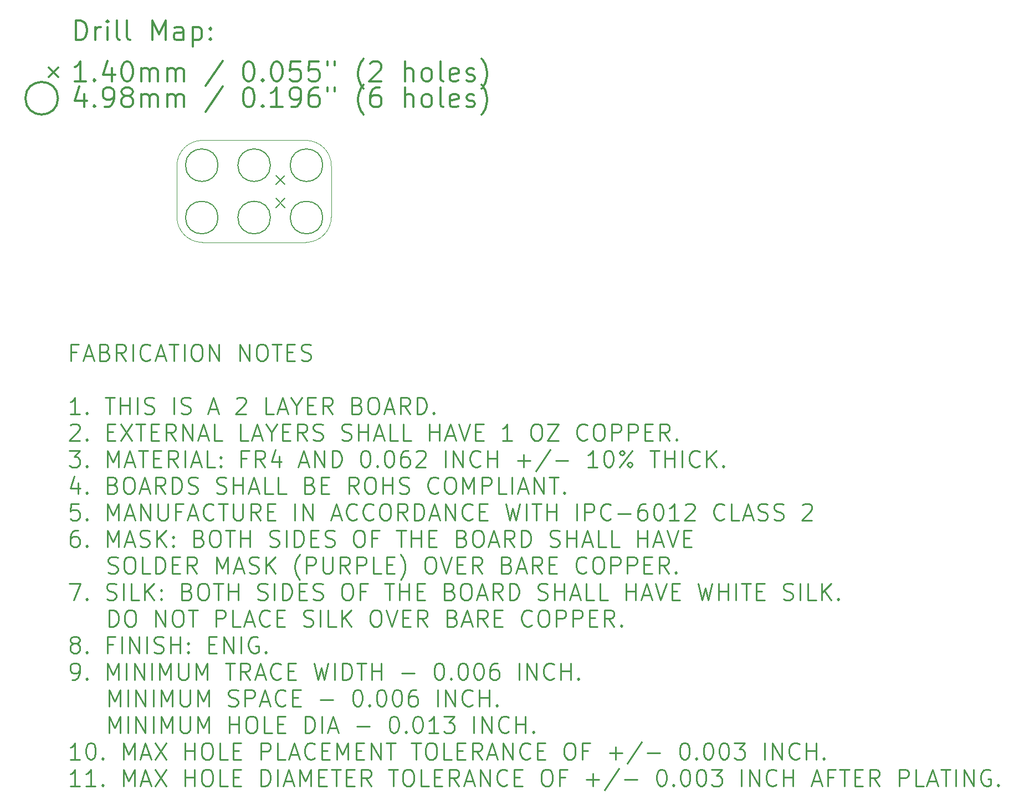
<source format=gbr>
G04 This is an RS-274x file exported by *
G04 gerbv version 2.6.0 *
G04 More information is available about gerbv at *
G04 http://gerbv.gpleda.org/ *
G04 --End of header info--*
%MOIN*%
%FSLAX34Y34*%
%IPPOS*%
G04 --Define apertures--*
%ADD10C,0.0050*%
%ADD11C,0.0079*%
%ADD12C,0.0118*%
%ADD13C,0.0138*%
%ADD14C,0.0016*%
%ADD15C,0.0100*%
G04 --Start main section--*
G54D11*
G01X0013100Y-009986D02*
G01X0013651Y-010538D01*
G01X0013651Y-009986D02*
G01X0013100Y-010538D01*
G01X0013100Y-011364D02*
G01X0013651Y-011916D01*
G01X0013651Y-011364D02*
G01X0013100Y-011916D01*
G01X0009631Y-009370D02*
G75*
G03X0009631Y-009370I-000980J0000000D01*
G01X0009631Y-012520D02*
G75*
G03X0009631Y-012520I-000980J0000000D01*
G01X0012781Y-009370D02*
G75*
G03X0012781Y-009370I-000980J0000000D01*
G01X0012781Y-012520D02*
G75*
G03X0012781Y-012520I-000980J0000000D01*
G01X0015930Y-009370D02*
G75*
G03X0015930Y-009370I-000980J0000000D01*
G01X0015930Y-012520D02*
G75*
G03X0015930Y-012520I-000980J0000000D01*
G54D12*
G01X0001069Y-001834D02*
G01X0001069Y-000652D01*
G01X0001069Y-000652D02*
G01X0001350Y-000652D01*
G01X0001350Y-000652D02*
G01X0001519Y-000709D01*
G01X0001519Y-000709D02*
G01X0001631Y-000821D01*
G01X0001631Y-000821D02*
G01X0001687Y-000934D01*
G01X0001687Y-000934D02*
G01X0001744Y-001159D01*
G01X0001744Y-001159D02*
G01X0001744Y-001327D01*
G01X0001744Y-001327D02*
G01X0001687Y-001552D01*
G01X0001687Y-001552D02*
G01X0001631Y-001665D01*
G01X0001631Y-001665D02*
G01X0001519Y-001777D01*
G01X0001519Y-001777D02*
G01X0001350Y-001834D01*
G01X0001350Y-001834D02*
G01X0001069Y-001834D01*
G01X0002250Y-001834D02*
G01X0002250Y-001046D01*
G01X0002250Y-001271D02*
G01X0002306Y-001159D01*
G01X0002306Y-001159D02*
G01X0002362Y-001102D01*
G01X0002362Y-001102D02*
G01X0002475Y-001046D01*
G01X0002475Y-001046D02*
G01X0002587Y-001046D01*
G01X0002981Y-001834D02*
G01X0002981Y-001046D01*
G01X0002981Y-000652D02*
G01X0002925Y-000709D01*
G01X0002925Y-000709D02*
G01X0002981Y-000765D01*
G01X0002981Y-000765D02*
G01X0003037Y-000709D01*
G01X0003037Y-000709D02*
G01X0002981Y-000652D01*
G01X0002981Y-000652D02*
G01X0002981Y-000765D01*
G01X0003712Y-001834D02*
G01X0003600Y-001777D01*
G01X0003600Y-001777D02*
G01X0003543Y-001665D01*
G01X0003543Y-001665D02*
G01X0003543Y-000652D01*
G01X0004331Y-001834D02*
G01X0004218Y-001777D01*
G01X0004218Y-001777D02*
G01X0004162Y-001665D01*
G01X0004162Y-001665D02*
G01X0004162Y-000652D01*
G01X0005681Y-001834D02*
G01X0005681Y-000652D01*
G01X0005681Y-000652D02*
G01X0006074Y-001496D01*
G01X0006074Y-001496D02*
G01X0006468Y-000652D01*
G01X0006468Y-000652D02*
G01X0006468Y-001834D01*
G01X0007537Y-001834D02*
G01X0007537Y-001215D01*
G01X0007537Y-001215D02*
G01X0007480Y-001102D01*
G01X0007480Y-001102D02*
G01X0007368Y-001046D01*
G01X0007368Y-001046D02*
G01X0007143Y-001046D01*
G01X0007143Y-001046D02*
G01X0007030Y-001102D01*
G01X0007537Y-001777D02*
G01X0007424Y-001834D01*
G01X0007424Y-001834D02*
G01X0007143Y-001834D01*
G01X0007143Y-001834D02*
G01X0007030Y-001777D01*
G01X0007030Y-001777D02*
G01X0006974Y-001665D01*
G01X0006974Y-001665D02*
G01X0006974Y-001552D01*
G01X0006974Y-001552D02*
G01X0007030Y-001440D01*
G01X0007030Y-001440D02*
G01X0007143Y-001384D01*
G01X0007143Y-001384D02*
G01X0007424Y-001384D01*
G01X0007424Y-001384D02*
G01X0007537Y-001327D01*
G01X0008099Y-001046D02*
G01X0008099Y-002227D01*
G01X0008099Y-001102D02*
G01X0008211Y-001046D01*
G01X0008211Y-001046D02*
G01X0008436Y-001046D01*
G01X0008436Y-001046D02*
G01X0008549Y-001102D01*
G01X0008549Y-001102D02*
G01X0008605Y-001159D01*
G01X0008605Y-001159D02*
G01X0008661Y-001271D01*
G01X0008661Y-001271D02*
G01X0008661Y-001609D01*
G01X0008661Y-001609D02*
G01X0008605Y-001721D01*
G01X0008605Y-001721D02*
G01X0008549Y-001777D01*
G01X0008549Y-001777D02*
G01X0008436Y-001834D01*
G01X0008436Y-001834D02*
G01X0008211Y-001834D01*
G01X0008211Y-001834D02*
G01X0008099Y-001777D01*
G01X0009168Y-001721D02*
G01X0009224Y-001777D01*
G01X0009224Y-001777D02*
G01X0009168Y-001834D01*
G01X0009168Y-001834D02*
G01X0009111Y-001777D01*
G01X0009111Y-001777D02*
G01X0009168Y-001721D01*
G01X0009168Y-001721D02*
G01X0009168Y-001834D01*
G01X0009168Y-001102D02*
G01X0009224Y-001159D01*
G01X0009224Y-001159D02*
G01X0009168Y-001215D01*
G01X0009168Y-001215D02*
G01X0009111Y-001159D01*
G01X0009111Y-001159D02*
G01X0009168Y-001102D01*
G01X0009168Y-001102D02*
G01X0009168Y-001215D01*
G01X-000551Y-003504D02*
G01X0000000Y-004055D01*
G01X0000000Y-003504D02*
G01X-000551Y-004055D01*
G01X0001687Y-004314D02*
G01X0001012Y-004314D01*
G01X0001350Y-004314D02*
G01X0001350Y-003133D01*
G01X0001350Y-003133D02*
G01X0001237Y-003301D01*
G01X0001237Y-003301D02*
G01X0001125Y-003414D01*
G01X0001125Y-003414D02*
G01X0001012Y-003470D01*
G01X0002193Y-004201D02*
G01X0002250Y-004258D01*
G01X0002250Y-004258D02*
G01X0002193Y-004314D01*
G01X0002193Y-004314D02*
G01X0002137Y-004258D01*
G01X0002137Y-004258D02*
G01X0002193Y-004201D01*
G01X0002193Y-004201D02*
G01X0002193Y-004314D01*
G01X0003262Y-003526D02*
G01X0003262Y-004314D01*
G01X0002981Y-003076D02*
G01X0002700Y-003920D01*
G01X0002700Y-003920D02*
G01X0003431Y-003920D01*
G01X0004106Y-003133D02*
G01X0004218Y-003133D01*
G01X0004218Y-003133D02*
G01X0004331Y-003189D01*
G01X0004331Y-003189D02*
G01X0004387Y-003245D01*
G01X0004387Y-003245D02*
G01X0004443Y-003358D01*
G01X0004443Y-003358D02*
G01X0004499Y-003583D01*
G01X0004499Y-003583D02*
G01X0004499Y-003864D01*
G01X0004499Y-003864D02*
G01X0004443Y-004089D01*
G01X0004443Y-004089D02*
G01X0004387Y-004201D01*
G01X0004387Y-004201D02*
G01X0004331Y-004258D01*
G01X0004331Y-004258D02*
G01X0004218Y-004314D01*
G01X0004218Y-004314D02*
G01X0004106Y-004314D01*
G01X0004106Y-004314D02*
G01X0003993Y-004258D01*
G01X0003993Y-004258D02*
G01X0003937Y-004201D01*
G01X0003937Y-004201D02*
G01X0003881Y-004089D01*
G01X0003881Y-004089D02*
G01X0003825Y-003864D01*
G01X0003825Y-003864D02*
G01X0003825Y-003583D01*
G01X0003825Y-003583D02*
G01X0003881Y-003358D01*
G01X0003881Y-003358D02*
G01X0003937Y-003245D01*
G01X0003937Y-003245D02*
G01X0003993Y-003189D01*
G01X0003993Y-003189D02*
G01X0004106Y-003133D01*
G01X0005006Y-004314D02*
G01X0005006Y-003526D01*
G01X0005006Y-003639D02*
G01X0005062Y-003583D01*
G01X0005062Y-003583D02*
G01X0005174Y-003526D01*
G01X0005174Y-003526D02*
G01X0005343Y-003526D01*
G01X0005343Y-003526D02*
G01X0005456Y-003583D01*
G01X0005456Y-003583D02*
G01X0005512Y-003695D01*
G01X0005512Y-003695D02*
G01X0005512Y-004314D01*
G01X0005512Y-003695D02*
G01X0005568Y-003583D01*
G01X0005568Y-003583D02*
G01X0005681Y-003526D01*
G01X0005681Y-003526D02*
G01X0005849Y-003526D01*
G01X0005849Y-003526D02*
G01X0005962Y-003583D01*
G01X0005962Y-003583D02*
G01X0006018Y-003695D01*
G01X0006018Y-003695D02*
G01X0006018Y-004314D01*
G01X0006580Y-004314D02*
G01X0006580Y-003526D01*
G01X0006580Y-003639D02*
G01X0006637Y-003583D01*
G01X0006637Y-003583D02*
G01X0006749Y-003526D01*
G01X0006749Y-003526D02*
G01X0006918Y-003526D01*
G01X0006918Y-003526D02*
G01X0007030Y-003583D01*
G01X0007030Y-003583D02*
G01X0007087Y-003695D01*
G01X0007087Y-003695D02*
G01X0007087Y-004314D01*
G01X0007087Y-003695D02*
G01X0007143Y-003583D01*
G01X0007143Y-003583D02*
G01X0007255Y-003526D01*
G01X0007255Y-003526D02*
G01X0007424Y-003526D01*
G01X0007424Y-003526D02*
G01X0007537Y-003583D01*
G01X0007537Y-003583D02*
G01X0007593Y-003695D01*
G01X0007593Y-003695D02*
G01X0007593Y-004314D01*
G01X0009899Y-003076D02*
G01X0008886Y-004595D01*
G01X0011417Y-003133D02*
G01X0011530Y-003133D01*
G01X0011530Y-003133D02*
G01X0011642Y-003189D01*
G01X0011642Y-003189D02*
G01X0011699Y-003245D01*
G01X0011699Y-003245D02*
G01X0011755Y-003358D01*
G01X0011755Y-003358D02*
G01X0011811Y-003583D01*
G01X0011811Y-003583D02*
G01X0011811Y-003864D01*
G01X0011811Y-003864D02*
G01X0011755Y-004089D01*
G01X0011755Y-004089D02*
G01X0011699Y-004201D01*
G01X0011699Y-004201D02*
G01X0011642Y-004258D01*
G01X0011642Y-004258D02*
G01X0011530Y-004314D01*
G01X0011530Y-004314D02*
G01X0011417Y-004314D01*
G01X0011417Y-004314D02*
G01X0011305Y-004258D01*
G01X0011305Y-004258D02*
G01X0011249Y-004201D01*
G01X0011249Y-004201D02*
G01X0011192Y-004089D01*
G01X0011192Y-004089D02*
G01X0011136Y-003864D01*
G01X0011136Y-003864D02*
G01X0011136Y-003583D01*
G01X0011136Y-003583D02*
G01X0011192Y-003358D01*
G01X0011192Y-003358D02*
G01X0011249Y-003245D01*
G01X0011249Y-003245D02*
G01X0011305Y-003189D01*
G01X0011305Y-003189D02*
G01X0011417Y-003133D01*
G01X0012317Y-004201D02*
G01X0012373Y-004258D01*
G01X0012373Y-004258D02*
G01X0012317Y-004314D01*
G01X0012317Y-004314D02*
G01X0012261Y-004258D01*
G01X0012261Y-004258D02*
G01X0012317Y-004201D01*
G01X0012317Y-004201D02*
G01X0012317Y-004314D01*
G01X0013105Y-003133D02*
G01X0013217Y-003133D01*
G01X0013217Y-003133D02*
G01X0013330Y-003189D01*
G01X0013330Y-003189D02*
G01X0013386Y-003245D01*
G01X0013386Y-003245D02*
G01X0013442Y-003358D01*
G01X0013442Y-003358D02*
G01X0013498Y-003583D01*
G01X0013498Y-003583D02*
G01X0013498Y-003864D01*
G01X0013498Y-003864D02*
G01X0013442Y-004089D01*
G01X0013442Y-004089D02*
G01X0013386Y-004201D01*
G01X0013386Y-004201D02*
G01X0013330Y-004258D01*
G01X0013330Y-004258D02*
G01X0013217Y-004314D01*
G01X0013217Y-004314D02*
G01X0013105Y-004314D01*
G01X0013105Y-004314D02*
G01X0012992Y-004258D01*
G01X0012992Y-004258D02*
G01X0012936Y-004201D01*
G01X0012936Y-004201D02*
G01X0012880Y-004089D01*
G01X0012880Y-004089D02*
G01X0012823Y-003864D01*
G01X0012823Y-003864D02*
G01X0012823Y-003583D01*
G01X0012823Y-003583D02*
G01X0012880Y-003358D01*
G01X0012880Y-003358D02*
G01X0012936Y-003245D01*
G01X0012936Y-003245D02*
G01X0012992Y-003189D01*
G01X0012992Y-003189D02*
G01X0013105Y-003133D01*
G01X0014567Y-003133D02*
G01X0014005Y-003133D01*
G01X0014005Y-003133D02*
G01X0013948Y-003695D01*
G01X0013948Y-003695D02*
G01X0014005Y-003639D01*
G01X0014005Y-003639D02*
G01X0014117Y-003583D01*
G01X0014117Y-003583D02*
G01X0014398Y-003583D01*
G01X0014398Y-003583D02*
G01X0014511Y-003639D01*
G01X0014511Y-003639D02*
G01X0014567Y-003695D01*
G01X0014567Y-003695D02*
G01X0014623Y-003808D01*
G01X0014623Y-003808D02*
G01X0014623Y-004089D01*
G01X0014623Y-004089D02*
G01X0014567Y-004201D01*
G01X0014567Y-004201D02*
G01X0014511Y-004258D01*
G01X0014511Y-004258D02*
G01X0014398Y-004314D01*
G01X0014398Y-004314D02*
G01X0014117Y-004314D01*
G01X0014117Y-004314D02*
G01X0014005Y-004258D01*
G01X0014005Y-004258D02*
G01X0013948Y-004201D01*
G01X0015692Y-003133D02*
G01X0015129Y-003133D01*
G01X0015129Y-003133D02*
G01X0015073Y-003695D01*
G01X0015073Y-003695D02*
G01X0015129Y-003639D01*
G01X0015129Y-003639D02*
G01X0015242Y-003583D01*
G01X0015242Y-003583D02*
G01X0015523Y-003583D01*
G01X0015523Y-003583D02*
G01X0015636Y-003639D01*
G01X0015636Y-003639D02*
G01X0015692Y-003695D01*
G01X0015692Y-003695D02*
G01X0015748Y-003808D01*
G01X0015748Y-003808D02*
G01X0015748Y-004089D01*
G01X0015748Y-004089D02*
G01X0015692Y-004201D01*
G01X0015692Y-004201D02*
G01X0015636Y-004258D01*
G01X0015636Y-004258D02*
G01X0015523Y-004314D01*
G01X0015523Y-004314D02*
G01X0015242Y-004314D01*
G01X0015242Y-004314D02*
G01X0015129Y-004258D01*
G01X0015129Y-004258D02*
G01X0015073Y-004201D01*
G01X0016198Y-003133D02*
G01X0016198Y-003358D01*
G01X0016648Y-003133D02*
G01X0016648Y-003358D01*
G01X0018391Y-004764D02*
G01X0018335Y-004708D01*
G01X0018335Y-004708D02*
G01X0018223Y-004539D01*
G01X0018223Y-004539D02*
G01X0018166Y-004426D01*
G01X0018166Y-004426D02*
G01X0018110Y-004258D01*
G01X0018110Y-004258D02*
G01X0018054Y-003976D01*
G01X0018054Y-003976D02*
G01X0018054Y-003751D01*
G01X0018054Y-003751D02*
G01X0018110Y-003470D01*
G01X0018110Y-003470D02*
G01X0018166Y-003301D01*
G01X0018166Y-003301D02*
G01X0018223Y-003189D01*
G01X0018223Y-003189D02*
G01X0018335Y-003020D01*
G01X0018335Y-003020D02*
G01X0018391Y-002964D01*
G01X0018785Y-003245D02*
G01X0018841Y-003189D01*
G01X0018841Y-003189D02*
G01X0018954Y-003133D01*
G01X0018954Y-003133D02*
G01X0019235Y-003133D01*
G01X0019235Y-003133D02*
G01X0019348Y-003189D01*
G01X0019348Y-003189D02*
G01X0019404Y-003245D01*
G01X0019404Y-003245D02*
G01X0019460Y-003358D01*
G01X0019460Y-003358D02*
G01X0019460Y-003470D01*
G01X0019460Y-003470D02*
G01X0019404Y-003639D01*
G01X0019404Y-003639D02*
G01X0018729Y-004314D01*
G01X0018729Y-004314D02*
G01X0019460Y-004314D01*
G01X0020866Y-004314D02*
G01X0020866Y-003133D01*
G01X0021372Y-004314D02*
G01X0021372Y-003695D01*
G01X0021372Y-003695D02*
G01X0021316Y-003583D01*
G01X0021316Y-003583D02*
G01X0021204Y-003526D01*
G01X0021204Y-003526D02*
G01X0021035Y-003526D01*
G01X0021035Y-003526D02*
G01X0020922Y-003583D01*
G01X0020922Y-003583D02*
G01X0020866Y-003639D01*
G01X0022103Y-004314D02*
G01X0021991Y-004258D01*
G01X0021991Y-004258D02*
G01X0021935Y-004201D01*
G01X0021935Y-004201D02*
G01X0021879Y-004089D01*
G01X0021879Y-004089D02*
G01X0021879Y-003751D01*
G01X0021879Y-003751D02*
G01X0021935Y-003639D01*
G01X0021935Y-003639D02*
G01X0021991Y-003583D01*
G01X0021991Y-003583D02*
G01X0022103Y-003526D01*
G01X0022103Y-003526D02*
G01X0022272Y-003526D01*
G01X0022272Y-003526D02*
G01X0022385Y-003583D01*
G01X0022385Y-003583D02*
G01X0022441Y-003639D01*
G01X0022441Y-003639D02*
G01X0022497Y-003751D01*
G01X0022497Y-003751D02*
G01X0022497Y-004089D01*
G01X0022497Y-004089D02*
G01X0022441Y-004201D01*
G01X0022441Y-004201D02*
G01X0022385Y-004258D01*
G01X0022385Y-004258D02*
G01X0022272Y-004314D01*
G01X0022272Y-004314D02*
G01X0022103Y-004314D01*
G01X0023172Y-004314D02*
G01X0023060Y-004258D01*
G01X0023060Y-004258D02*
G01X0023003Y-004145D01*
G01X0023003Y-004145D02*
G01X0023003Y-003133D01*
G01X0024072Y-004258D02*
G01X0023960Y-004314D01*
G01X0023960Y-004314D02*
G01X0023735Y-004314D01*
G01X0023735Y-004314D02*
G01X0023622Y-004258D01*
G01X0023622Y-004258D02*
G01X0023566Y-004145D01*
G01X0023566Y-004145D02*
G01X0023566Y-003695D01*
G01X0023566Y-003695D02*
G01X0023622Y-003583D01*
G01X0023622Y-003583D02*
G01X0023735Y-003526D01*
G01X0023735Y-003526D02*
G01X0023960Y-003526D01*
G01X0023960Y-003526D02*
G01X0024072Y-003583D01*
G01X0024072Y-003583D02*
G01X0024128Y-003695D01*
G01X0024128Y-003695D02*
G01X0024128Y-003808D01*
G01X0024128Y-003808D02*
G01X0023566Y-003920D01*
G01X0024578Y-004258D02*
G01X0024691Y-004314D01*
G01X0024691Y-004314D02*
G01X0024916Y-004314D01*
G01X0024916Y-004314D02*
G01X0025028Y-004258D01*
G01X0025028Y-004258D02*
G01X0025084Y-004145D01*
G01X0025084Y-004145D02*
G01X0025084Y-004089D01*
G01X0025084Y-004089D02*
G01X0025028Y-003976D01*
G01X0025028Y-003976D02*
G01X0024916Y-003920D01*
G01X0024916Y-003920D02*
G01X0024747Y-003920D01*
G01X0024747Y-003920D02*
G01X0024634Y-003864D01*
G01X0024634Y-003864D02*
G01X0024578Y-003751D01*
G01X0024578Y-003751D02*
G01X0024578Y-003695D01*
G01X0024578Y-003695D02*
G01X0024634Y-003583D01*
G01X0024634Y-003583D02*
G01X0024747Y-003526D01*
G01X0024747Y-003526D02*
G01X0024916Y-003526D01*
G01X0024916Y-003526D02*
G01X0025028Y-003583D01*
G01X0025478Y-004764D02*
G01X0025534Y-004708D01*
G01X0025534Y-004708D02*
G01X0025647Y-004539D01*
G01X0025647Y-004539D02*
G01X0025703Y-004426D01*
G01X0025703Y-004426D02*
G01X0025759Y-004258D01*
G01X0025759Y-004258D02*
G01X0025816Y-003976D01*
G01X0025816Y-003976D02*
G01X0025816Y-003751D01*
G01X0025816Y-003751D02*
G01X0025759Y-003470D01*
G01X0025759Y-003470D02*
G01X0025703Y-003301D01*
G01X0025703Y-003301D02*
G01X0025647Y-003189D01*
G01X0025647Y-003189D02*
G01X0025534Y-003020D01*
G01X0025534Y-003020D02*
G01X0025478Y-002964D01*
G01X0000000Y-005339D02*
G75*
G03X0000000Y-005339I-000980J0000000D01*
G01X0001575Y-005085D02*
G01X0001575Y-005873D01*
G01X0001294Y-004636D02*
G01X0001012Y-005479D01*
G01X0001012Y-005479D02*
G01X0001744Y-005479D01*
G01X0002193Y-005760D02*
G01X0002250Y-005817D01*
G01X0002250Y-005817D02*
G01X0002193Y-005873D01*
G01X0002193Y-005873D02*
G01X0002137Y-005817D01*
G01X0002137Y-005817D02*
G01X0002193Y-005760D01*
G01X0002193Y-005760D02*
G01X0002193Y-005873D01*
G01X0002812Y-005873D02*
G01X0003037Y-005873D01*
G01X0003037Y-005873D02*
G01X0003150Y-005817D01*
G01X0003150Y-005817D02*
G01X0003206Y-005760D01*
G01X0003206Y-005760D02*
G01X0003318Y-005592D01*
G01X0003318Y-005592D02*
G01X0003375Y-005367D01*
G01X0003375Y-005367D02*
G01X0003375Y-004917D01*
G01X0003375Y-004917D02*
G01X0003318Y-004804D01*
G01X0003318Y-004804D02*
G01X0003262Y-004748D01*
G01X0003262Y-004748D02*
G01X0003150Y-004692D01*
G01X0003150Y-004692D02*
G01X0002925Y-004692D01*
G01X0002925Y-004692D02*
G01X0002812Y-004748D01*
G01X0002812Y-004748D02*
G01X0002756Y-004804D01*
G01X0002756Y-004804D02*
G01X0002700Y-004917D01*
G01X0002700Y-004917D02*
G01X0002700Y-005198D01*
G01X0002700Y-005198D02*
G01X0002756Y-005310D01*
G01X0002756Y-005310D02*
G01X0002812Y-005367D01*
G01X0002812Y-005367D02*
G01X0002925Y-005423D01*
G01X0002925Y-005423D02*
G01X0003150Y-005423D01*
G01X0003150Y-005423D02*
G01X0003262Y-005367D01*
G01X0003262Y-005367D02*
G01X0003318Y-005310D01*
G01X0003318Y-005310D02*
G01X0003375Y-005198D01*
G01X0004049Y-005198D02*
G01X0003937Y-005142D01*
G01X0003937Y-005142D02*
G01X0003881Y-005085D01*
G01X0003881Y-005085D02*
G01X0003825Y-004973D01*
G01X0003825Y-004973D02*
G01X0003825Y-004917D01*
G01X0003825Y-004917D02*
G01X0003881Y-004804D01*
G01X0003881Y-004804D02*
G01X0003937Y-004748D01*
G01X0003937Y-004748D02*
G01X0004049Y-004692D01*
G01X0004049Y-004692D02*
G01X0004274Y-004692D01*
G01X0004274Y-004692D02*
G01X0004387Y-004748D01*
G01X0004387Y-004748D02*
G01X0004443Y-004804D01*
G01X0004443Y-004804D02*
G01X0004499Y-004917D01*
G01X0004499Y-004917D02*
G01X0004499Y-004973D01*
G01X0004499Y-004973D02*
G01X0004443Y-005085D01*
G01X0004443Y-005085D02*
G01X0004387Y-005142D01*
G01X0004387Y-005142D02*
G01X0004274Y-005198D01*
G01X0004274Y-005198D02*
G01X0004049Y-005198D01*
G01X0004049Y-005198D02*
G01X0003937Y-005254D01*
G01X0003937Y-005254D02*
G01X0003881Y-005310D01*
G01X0003881Y-005310D02*
G01X0003825Y-005423D01*
G01X0003825Y-005423D02*
G01X0003825Y-005648D01*
G01X0003825Y-005648D02*
G01X0003881Y-005760D01*
G01X0003881Y-005760D02*
G01X0003937Y-005817D01*
G01X0003937Y-005817D02*
G01X0004049Y-005873D01*
G01X0004049Y-005873D02*
G01X0004274Y-005873D01*
G01X0004274Y-005873D02*
G01X0004387Y-005817D01*
G01X0004387Y-005817D02*
G01X0004443Y-005760D01*
G01X0004443Y-005760D02*
G01X0004499Y-005648D01*
G01X0004499Y-005648D02*
G01X0004499Y-005423D01*
G01X0004499Y-005423D02*
G01X0004443Y-005310D01*
G01X0004443Y-005310D02*
G01X0004387Y-005254D01*
G01X0004387Y-005254D02*
G01X0004274Y-005198D01*
G01X0005006Y-005873D02*
G01X0005006Y-005085D01*
G01X0005006Y-005198D02*
G01X0005062Y-005142D01*
G01X0005062Y-005142D02*
G01X0005174Y-005085D01*
G01X0005174Y-005085D02*
G01X0005343Y-005085D01*
G01X0005343Y-005085D02*
G01X0005456Y-005142D01*
G01X0005456Y-005142D02*
G01X0005512Y-005254D01*
G01X0005512Y-005254D02*
G01X0005512Y-005873D01*
G01X0005512Y-005254D02*
G01X0005568Y-005142D01*
G01X0005568Y-005142D02*
G01X0005681Y-005085D01*
G01X0005681Y-005085D02*
G01X0005849Y-005085D01*
G01X0005849Y-005085D02*
G01X0005962Y-005142D01*
G01X0005962Y-005142D02*
G01X0006018Y-005254D01*
G01X0006018Y-005254D02*
G01X0006018Y-005873D01*
G01X0006580Y-005873D02*
G01X0006580Y-005085D01*
G01X0006580Y-005198D02*
G01X0006637Y-005142D01*
G01X0006637Y-005142D02*
G01X0006749Y-005085D01*
G01X0006749Y-005085D02*
G01X0006918Y-005085D01*
G01X0006918Y-005085D02*
G01X0007030Y-005142D01*
G01X0007030Y-005142D02*
G01X0007087Y-005254D01*
G01X0007087Y-005254D02*
G01X0007087Y-005873D01*
G01X0007087Y-005254D02*
G01X0007143Y-005142D01*
G01X0007143Y-005142D02*
G01X0007255Y-005085D01*
G01X0007255Y-005085D02*
G01X0007424Y-005085D01*
G01X0007424Y-005085D02*
G01X0007537Y-005142D01*
G01X0007537Y-005142D02*
G01X0007593Y-005254D01*
G01X0007593Y-005254D02*
G01X0007593Y-005873D01*
G01X0009899Y-004636D02*
G01X0008886Y-006154D01*
G01X0011417Y-004692D02*
G01X0011530Y-004692D01*
G01X0011530Y-004692D02*
G01X0011642Y-004748D01*
G01X0011642Y-004748D02*
G01X0011699Y-004804D01*
G01X0011699Y-004804D02*
G01X0011755Y-004917D01*
G01X0011755Y-004917D02*
G01X0011811Y-005142D01*
G01X0011811Y-005142D02*
G01X0011811Y-005423D01*
G01X0011811Y-005423D02*
G01X0011755Y-005648D01*
G01X0011755Y-005648D02*
G01X0011699Y-005760D01*
G01X0011699Y-005760D02*
G01X0011642Y-005817D01*
G01X0011642Y-005817D02*
G01X0011530Y-005873D01*
G01X0011530Y-005873D02*
G01X0011417Y-005873D01*
G01X0011417Y-005873D02*
G01X0011305Y-005817D01*
G01X0011305Y-005817D02*
G01X0011249Y-005760D01*
G01X0011249Y-005760D02*
G01X0011192Y-005648D01*
G01X0011192Y-005648D02*
G01X0011136Y-005423D01*
G01X0011136Y-005423D02*
G01X0011136Y-005142D01*
G01X0011136Y-005142D02*
G01X0011192Y-004917D01*
G01X0011192Y-004917D02*
G01X0011249Y-004804D01*
G01X0011249Y-004804D02*
G01X0011305Y-004748D01*
G01X0011305Y-004748D02*
G01X0011417Y-004692D01*
G01X0012317Y-005760D02*
G01X0012373Y-005817D01*
G01X0012373Y-005817D02*
G01X0012317Y-005873D01*
G01X0012317Y-005873D02*
G01X0012261Y-005817D01*
G01X0012261Y-005817D02*
G01X0012317Y-005760D01*
G01X0012317Y-005760D02*
G01X0012317Y-005873D01*
G01X0013498Y-005873D02*
G01X0012823Y-005873D01*
G01X0013161Y-005873D02*
G01X0013161Y-004692D01*
G01X0013161Y-004692D02*
G01X0013048Y-004861D01*
G01X0013048Y-004861D02*
G01X0012936Y-004973D01*
G01X0012936Y-004973D02*
G01X0012823Y-005029D01*
G01X0014061Y-005873D02*
G01X0014286Y-005873D01*
G01X0014286Y-005873D02*
G01X0014398Y-005817D01*
G01X0014398Y-005817D02*
G01X0014454Y-005760D01*
G01X0014454Y-005760D02*
G01X0014567Y-005592D01*
G01X0014567Y-005592D02*
G01X0014623Y-005367D01*
G01X0014623Y-005367D02*
G01X0014623Y-004917D01*
G01X0014623Y-004917D02*
G01X0014567Y-004804D01*
G01X0014567Y-004804D02*
G01X0014511Y-004748D01*
G01X0014511Y-004748D02*
G01X0014398Y-004692D01*
G01X0014398Y-004692D02*
G01X0014173Y-004692D01*
G01X0014173Y-004692D02*
G01X0014061Y-004748D01*
G01X0014061Y-004748D02*
G01X0014005Y-004804D01*
G01X0014005Y-004804D02*
G01X0013948Y-004917D01*
G01X0013948Y-004917D02*
G01X0013948Y-005198D01*
G01X0013948Y-005198D02*
G01X0014005Y-005310D01*
G01X0014005Y-005310D02*
G01X0014061Y-005367D01*
G01X0014061Y-005367D02*
G01X0014173Y-005423D01*
G01X0014173Y-005423D02*
G01X0014398Y-005423D01*
G01X0014398Y-005423D02*
G01X0014511Y-005367D01*
G01X0014511Y-005367D02*
G01X0014567Y-005310D01*
G01X0014567Y-005310D02*
G01X0014623Y-005198D01*
G01X0015636Y-004692D02*
G01X0015411Y-004692D01*
G01X0015411Y-004692D02*
G01X0015298Y-004748D01*
G01X0015298Y-004748D02*
G01X0015242Y-004804D01*
G01X0015242Y-004804D02*
G01X0015129Y-004973D01*
G01X0015129Y-004973D02*
G01X0015073Y-005198D01*
G01X0015073Y-005198D02*
G01X0015073Y-005648D01*
G01X0015073Y-005648D02*
G01X0015129Y-005760D01*
G01X0015129Y-005760D02*
G01X0015186Y-005817D01*
G01X0015186Y-005817D02*
G01X0015298Y-005873D01*
G01X0015298Y-005873D02*
G01X0015523Y-005873D01*
G01X0015523Y-005873D02*
G01X0015636Y-005817D01*
G01X0015636Y-005817D02*
G01X0015692Y-005760D01*
G01X0015692Y-005760D02*
G01X0015748Y-005648D01*
G01X0015748Y-005648D02*
G01X0015748Y-005367D01*
G01X0015748Y-005367D02*
G01X0015692Y-005254D01*
G01X0015692Y-005254D02*
G01X0015636Y-005198D01*
G01X0015636Y-005198D02*
G01X0015523Y-005142D01*
G01X0015523Y-005142D02*
G01X0015298Y-005142D01*
G01X0015298Y-005142D02*
G01X0015186Y-005198D01*
G01X0015186Y-005198D02*
G01X0015129Y-005254D01*
G01X0015129Y-005254D02*
G01X0015073Y-005367D01*
G01X0016198Y-004692D02*
G01X0016198Y-004917D01*
G01X0016648Y-004692D02*
G01X0016648Y-004917D01*
G01X0018391Y-006323D02*
G01X0018335Y-006267D01*
G01X0018335Y-006267D02*
G01X0018223Y-006098D01*
G01X0018223Y-006098D02*
G01X0018166Y-005985D01*
G01X0018166Y-005985D02*
G01X0018110Y-005817D01*
G01X0018110Y-005817D02*
G01X0018054Y-005535D01*
G01X0018054Y-005535D02*
G01X0018054Y-005310D01*
G01X0018054Y-005310D02*
G01X0018110Y-005029D01*
G01X0018110Y-005029D02*
G01X0018166Y-004861D01*
G01X0018166Y-004861D02*
G01X0018223Y-004748D01*
G01X0018223Y-004748D02*
G01X0018335Y-004579D01*
G01X0018335Y-004579D02*
G01X0018391Y-004523D01*
G01X0019348Y-004692D02*
G01X0019123Y-004692D01*
G01X0019123Y-004692D02*
G01X0019010Y-004748D01*
G01X0019010Y-004748D02*
G01X0018954Y-004804D01*
G01X0018954Y-004804D02*
G01X0018841Y-004973D01*
G01X0018841Y-004973D02*
G01X0018785Y-005198D01*
G01X0018785Y-005198D02*
G01X0018785Y-005648D01*
G01X0018785Y-005648D02*
G01X0018841Y-005760D01*
G01X0018841Y-005760D02*
G01X0018898Y-005817D01*
G01X0018898Y-005817D02*
G01X0019010Y-005873D01*
G01X0019010Y-005873D02*
G01X0019235Y-005873D01*
G01X0019235Y-005873D02*
G01X0019348Y-005817D01*
G01X0019348Y-005817D02*
G01X0019404Y-005760D01*
G01X0019404Y-005760D02*
G01X0019460Y-005648D01*
G01X0019460Y-005648D02*
G01X0019460Y-005367D01*
G01X0019460Y-005367D02*
G01X0019404Y-005254D01*
G01X0019404Y-005254D02*
G01X0019348Y-005198D01*
G01X0019348Y-005198D02*
G01X0019235Y-005142D01*
G01X0019235Y-005142D02*
G01X0019010Y-005142D01*
G01X0019010Y-005142D02*
G01X0018898Y-005198D01*
G01X0018898Y-005198D02*
G01X0018841Y-005254D01*
G01X0018841Y-005254D02*
G01X0018785Y-005367D01*
G01X0020866Y-005873D02*
G01X0020866Y-004692D01*
G01X0021372Y-005873D02*
G01X0021372Y-005254D01*
G01X0021372Y-005254D02*
G01X0021316Y-005142D01*
G01X0021316Y-005142D02*
G01X0021204Y-005085D01*
G01X0021204Y-005085D02*
G01X0021035Y-005085D01*
G01X0021035Y-005085D02*
G01X0020922Y-005142D01*
G01X0020922Y-005142D02*
G01X0020866Y-005198D01*
G01X0022103Y-005873D02*
G01X0021991Y-005817D01*
G01X0021991Y-005817D02*
G01X0021935Y-005760D01*
G01X0021935Y-005760D02*
G01X0021879Y-005648D01*
G01X0021879Y-005648D02*
G01X0021879Y-005310D01*
G01X0021879Y-005310D02*
G01X0021935Y-005198D01*
G01X0021935Y-005198D02*
G01X0021991Y-005142D01*
G01X0021991Y-005142D02*
G01X0022103Y-005085D01*
G01X0022103Y-005085D02*
G01X0022272Y-005085D01*
G01X0022272Y-005085D02*
G01X0022385Y-005142D01*
G01X0022385Y-005142D02*
G01X0022441Y-005198D01*
G01X0022441Y-005198D02*
G01X0022497Y-005310D01*
G01X0022497Y-005310D02*
G01X0022497Y-005648D01*
G01X0022497Y-005648D02*
G01X0022441Y-005760D01*
G01X0022441Y-005760D02*
G01X0022385Y-005817D01*
G01X0022385Y-005817D02*
G01X0022272Y-005873D01*
G01X0022272Y-005873D02*
G01X0022103Y-005873D01*
G01X0023172Y-005873D02*
G01X0023060Y-005817D01*
G01X0023060Y-005817D02*
G01X0023003Y-005704D01*
G01X0023003Y-005704D02*
G01X0023003Y-004692D01*
G01X0024072Y-005817D02*
G01X0023960Y-005873D01*
G01X0023960Y-005873D02*
G01X0023735Y-005873D01*
G01X0023735Y-005873D02*
G01X0023622Y-005817D01*
G01X0023622Y-005817D02*
G01X0023566Y-005704D01*
G01X0023566Y-005704D02*
G01X0023566Y-005254D01*
G01X0023566Y-005254D02*
G01X0023622Y-005142D01*
G01X0023622Y-005142D02*
G01X0023735Y-005085D01*
G01X0023735Y-005085D02*
G01X0023960Y-005085D01*
G01X0023960Y-005085D02*
G01X0024072Y-005142D01*
G01X0024072Y-005142D02*
G01X0024128Y-005254D01*
G01X0024128Y-005254D02*
G01X0024128Y-005367D01*
G01X0024128Y-005367D02*
G01X0023566Y-005479D01*
G01X0024578Y-005817D02*
G01X0024691Y-005873D01*
G01X0024691Y-005873D02*
G01X0024916Y-005873D01*
G01X0024916Y-005873D02*
G01X0025028Y-005817D01*
G01X0025028Y-005817D02*
G01X0025084Y-005704D01*
G01X0025084Y-005704D02*
G01X0025084Y-005648D01*
G01X0025084Y-005648D02*
G01X0025028Y-005535D01*
G01X0025028Y-005535D02*
G01X0024916Y-005479D01*
G01X0024916Y-005479D02*
G01X0024747Y-005479D01*
G01X0024747Y-005479D02*
G01X0024634Y-005423D01*
G01X0024634Y-005423D02*
G01X0024578Y-005310D01*
G01X0024578Y-005310D02*
G01X0024578Y-005254D01*
G01X0024578Y-005254D02*
G01X0024634Y-005142D01*
G01X0024634Y-005142D02*
G01X0024747Y-005085D01*
G01X0024747Y-005085D02*
G01X0024916Y-005085D01*
G01X0024916Y-005085D02*
G01X0025028Y-005142D01*
G01X0025478Y-006323D02*
G01X0025534Y-006267D01*
G01X0025534Y-006267D02*
G01X0025647Y-006098D01*
G01X0025647Y-006098D02*
G01X0025703Y-005985D01*
G01X0025703Y-005985D02*
G01X0025759Y-005817D01*
G01X0025759Y-005817D02*
G01X0025816Y-005535D01*
G01X0025816Y-005535D02*
G01X0025816Y-005310D01*
G01X0025816Y-005310D02*
G01X0025759Y-005029D01*
G01X0025759Y-005029D02*
G01X0025703Y-004861D01*
G01X0025703Y-004861D02*
G01X0025647Y-004748D01*
G01X0025647Y-004748D02*
G01X0025534Y-004579D01*
G01X0025534Y-004579D02*
G01X0025478Y-004523D01*
G01X0000000Y0000000D02*
G54D14*
G01X0014911Y-007874D02*
G01X0008690Y-007874D01*
G01X0014911Y-014016D02*
G01X0008690Y-014016D01*
G01X0016446Y-012481D02*
G01X0016446Y-009410D01*
G01X0007155Y-012481D02*
G01X0007155Y-009410D01*
G01X0016446Y-009410D02*
G75*
G03X0014911Y-007874I-001535J0000000D01*
G01X0014911Y-014016D02*
G75*
G03X0016446Y-012481I0000000J0001535D01*
G01X0007155Y-012481D02*
G75*
G03X0008690Y-014016I0001535J0000000D01*
G01X0008690Y-007874D02*
G75*
G03X0007155Y-009410I0000000J-001535D01*
G01X0000000Y0000000D02*
G54D15*
G01X0001121Y-020619D02*
G01X0000788Y-020619D01*
G01X0000788Y-021142D02*
G01X0000788Y-020142D01*
G01X0000788Y-020142D02*
G01X0001264Y-020142D01*
G01X0001598Y-020857D02*
G01X0002074Y-020857D01*
G01X0001502Y-021142D02*
G01X0001836Y-020142D01*
G01X0001836Y-020142D02*
G01X0002169Y-021142D01*
G01X0002836Y-020619D02*
G01X0002979Y-020666D01*
G01X0002979Y-020666D02*
G01X0003026Y-020714D01*
G01X0003026Y-020714D02*
G01X0003074Y-020809D01*
G01X0003074Y-020809D02*
G01X0003074Y-020952D01*
G01X0003074Y-020952D02*
G01X0003026Y-021047D01*
G01X0003026Y-021047D02*
G01X0002979Y-021095D01*
G01X0002979Y-021095D02*
G01X0002883Y-021142D01*
G01X0002883Y-021142D02*
G01X0002502Y-021142D01*
G01X0002502Y-021142D02*
G01X0002502Y-020142D01*
G01X0002502Y-020142D02*
G01X0002836Y-020142D01*
G01X0002836Y-020142D02*
G01X0002931Y-020190D01*
G01X0002931Y-020190D02*
G01X0002979Y-020238D01*
G01X0002979Y-020238D02*
G01X0003026Y-020333D01*
G01X0003026Y-020333D02*
G01X0003026Y-020428D01*
G01X0003026Y-020428D02*
G01X0002979Y-020523D01*
G01X0002979Y-020523D02*
G01X0002931Y-020571D01*
G01X0002931Y-020571D02*
G01X0002836Y-020619D01*
G01X0002836Y-020619D02*
G01X0002502Y-020619D01*
G01X0004074Y-021142D02*
G01X0003740Y-020666D01*
G01X0003502Y-021142D02*
G01X0003502Y-020142D01*
G01X0003502Y-020142D02*
G01X0003883Y-020142D01*
G01X0003883Y-020142D02*
G01X0003979Y-020190D01*
G01X0003979Y-020190D02*
G01X0004026Y-020238D01*
G01X0004026Y-020238D02*
G01X0004074Y-020333D01*
G01X0004074Y-020333D02*
G01X0004074Y-020476D01*
G01X0004074Y-020476D02*
G01X0004026Y-020571D01*
G01X0004026Y-020571D02*
G01X0003979Y-020619D01*
G01X0003979Y-020619D02*
G01X0003883Y-020666D01*
G01X0003883Y-020666D02*
G01X0003502Y-020666D01*
G01X0004502Y-021142D02*
G01X0004502Y-020142D01*
G01X0005550Y-021047D02*
G01X0005502Y-021095D01*
G01X0005502Y-021095D02*
G01X0005360Y-021142D01*
G01X0005360Y-021142D02*
G01X0005264Y-021142D01*
G01X0005264Y-021142D02*
G01X0005121Y-021095D01*
G01X0005121Y-021095D02*
G01X0005026Y-021000D01*
G01X0005026Y-021000D02*
G01X0004979Y-020904D01*
G01X0004979Y-020904D02*
G01X0004931Y-020714D01*
G01X0004931Y-020714D02*
G01X0004931Y-020571D01*
G01X0004931Y-020571D02*
G01X0004979Y-020380D01*
G01X0004979Y-020380D02*
G01X0005026Y-020285D01*
G01X0005026Y-020285D02*
G01X0005121Y-020190D01*
G01X0005121Y-020190D02*
G01X0005264Y-020142D01*
G01X0005264Y-020142D02*
G01X0005360Y-020142D01*
G01X0005360Y-020142D02*
G01X0005502Y-020190D01*
G01X0005502Y-020190D02*
G01X0005550Y-020238D01*
G01X0005931Y-020857D02*
G01X0006407Y-020857D01*
G01X0005836Y-021142D02*
G01X0006169Y-020142D01*
G01X0006169Y-020142D02*
G01X0006502Y-021142D01*
G01X0006693Y-020142D02*
G01X0007264Y-020142D01*
G01X0006979Y-021142D02*
G01X0006979Y-020142D01*
G01X0007598Y-021142D02*
G01X0007598Y-020142D01*
G01X0008264Y-020142D02*
G01X0008455Y-020142D01*
G01X0008455Y-020142D02*
G01X0008550Y-020190D01*
G01X0008550Y-020190D02*
G01X0008645Y-020285D01*
G01X0008645Y-020285D02*
G01X0008693Y-020476D01*
G01X0008693Y-020476D02*
G01X0008693Y-020809D01*
G01X0008693Y-020809D02*
G01X0008645Y-021000D01*
G01X0008645Y-021000D02*
G01X0008550Y-021095D01*
G01X0008550Y-021095D02*
G01X0008455Y-021142D01*
G01X0008455Y-021142D02*
G01X0008264Y-021142D01*
G01X0008264Y-021142D02*
G01X0008169Y-021095D01*
G01X0008169Y-021095D02*
G01X0008074Y-021000D01*
G01X0008074Y-021000D02*
G01X0008026Y-020809D01*
G01X0008026Y-020809D02*
G01X0008026Y-020476D01*
G01X0008026Y-020476D02*
G01X0008074Y-020285D01*
G01X0008074Y-020285D02*
G01X0008169Y-020190D01*
G01X0008169Y-020190D02*
G01X0008264Y-020142D01*
G01X0009121Y-021142D02*
G01X0009121Y-020142D01*
G01X0009121Y-020142D02*
G01X0009693Y-021142D01*
G01X0009693Y-021142D02*
G01X0009693Y-020142D01*
G01X0010931Y-021142D02*
G01X0010931Y-020142D01*
G01X0010931Y-020142D02*
G01X0011502Y-021142D01*
G01X0011502Y-021142D02*
G01X0011502Y-020142D01*
G01X0012169Y-020142D02*
G01X0012360Y-020142D01*
G01X0012360Y-020142D02*
G01X0012455Y-020190D01*
G01X0012455Y-020190D02*
G01X0012550Y-020285D01*
G01X0012550Y-020285D02*
G01X0012598Y-020476D01*
G01X0012598Y-020476D02*
G01X0012598Y-020809D01*
G01X0012598Y-020809D02*
G01X0012550Y-021000D01*
G01X0012550Y-021000D02*
G01X0012455Y-021095D01*
G01X0012455Y-021095D02*
G01X0012360Y-021142D01*
G01X0012360Y-021142D02*
G01X0012169Y-021142D01*
G01X0012169Y-021142D02*
G01X0012074Y-021095D01*
G01X0012074Y-021095D02*
G01X0011979Y-021000D01*
G01X0011979Y-021000D02*
G01X0011931Y-020809D01*
G01X0011931Y-020809D02*
G01X0011931Y-020476D01*
G01X0011931Y-020476D02*
G01X0011979Y-020285D01*
G01X0011979Y-020285D02*
G01X0012074Y-020190D01*
G01X0012074Y-020190D02*
G01X0012169Y-020142D01*
G01X0012883Y-020142D02*
G01X0013455Y-020142D01*
G01X0013169Y-021142D02*
G01X0013169Y-020142D01*
G01X0013788Y-020619D02*
G01X0014121Y-020619D01*
G01X0014264Y-021142D02*
G01X0013788Y-021142D01*
G01X0013788Y-021142D02*
G01X0013788Y-020142D01*
G01X0013788Y-020142D02*
G01X0014264Y-020142D01*
G01X0014645Y-021095D02*
G01X0014788Y-021142D01*
G01X0014788Y-021142D02*
G01X0015026Y-021142D01*
G01X0015026Y-021142D02*
G01X0015121Y-021095D01*
G01X0015121Y-021095D02*
G01X0015169Y-021047D01*
G01X0015169Y-021047D02*
G01X0015217Y-020952D01*
G01X0015217Y-020952D02*
G01X0015217Y-020857D01*
G01X0015217Y-020857D02*
G01X0015169Y-020761D01*
G01X0015169Y-020761D02*
G01X0015121Y-020714D01*
G01X0015121Y-020714D02*
G01X0015026Y-020666D01*
G01X0015026Y-020666D02*
G01X0014836Y-020619D01*
G01X0014836Y-020619D02*
G01X0014740Y-020571D01*
G01X0014740Y-020571D02*
G01X0014693Y-020523D01*
G01X0014693Y-020523D02*
G01X0014645Y-020428D01*
G01X0014645Y-020428D02*
G01X0014645Y-020333D01*
G01X0014645Y-020333D02*
G01X0014693Y-020238D01*
G01X0014693Y-020238D02*
G01X0014740Y-020190D01*
G01X0014740Y-020190D02*
G01X0014836Y-020142D01*
G01X0014836Y-020142D02*
G01X0015074Y-020142D01*
G01X0015074Y-020142D02*
G01X0015217Y-020190D01*
G01X0001312Y-024342D02*
G01X0000740Y-024342D01*
G01X0001026Y-024342D02*
G01X0001026Y-023342D01*
G01X0001026Y-023342D02*
G01X0000931Y-023485D01*
G01X0000931Y-023485D02*
G01X0000836Y-023580D01*
G01X0000836Y-023580D02*
G01X0000740Y-023628D01*
G01X0001740Y-024247D02*
G01X0001788Y-024295D01*
G01X0001788Y-024295D02*
G01X0001740Y-024342D01*
G01X0001740Y-024342D02*
G01X0001693Y-024295D01*
G01X0001693Y-024295D02*
G01X0001740Y-024247D01*
G01X0001740Y-024247D02*
G01X0001740Y-024342D01*
G01X0002836Y-023342D02*
G01X0003407Y-023342D01*
G01X0003121Y-024342D02*
G01X0003121Y-023342D01*
G01X0003740Y-024342D02*
G01X0003740Y-023342D01*
G01X0003740Y-023819D02*
G01X0004312Y-023819D01*
G01X0004312Y-024342D02*
G01X0004312Y-023342D01*
G01X0004788Y-024342D02*
G01X0004788Y-023342D01*
G01X0005217Y-024295D02*
G01X0005360Y-024342D01*
G01X0005360Y-024342D02*
G01X0005598Y-024342D01*
G01X0005598Y-024342D02*
G01X0005693Y-024295D01*
G01X0005693Y-024295D02*
G01X0005740Y-024247D01*
G01X0005740Y-024247D02*
G01X0005788Y-024152D01*
G01X0005788Y-024152D02*
G01X0005788Y-024057D01*
G01X0005788Y-024057D02*
G01X0005740Y-023961D01*
G01X0005740Y-023961D02*
G01X0005693Y-023914D01*
G01X0005693Y-023914D02*
G01X0005598Y-023866D01*
G01X0005598Y-023866D02*
G01X0005407Y-023819D01*
G01X0005407Y-023819D02*
G01X0005312Y-023771D01*
G01X0005312Y-023771D02*
G01X0005264Y-023723D01*
G01X0005264Y-023723D02*
G01X0005217Y-023628D01*
G01X0005217Y-023628D02*
G01X0005217Y-023533D01*
G01X0005217Y-023533D02*
G01X0005264Y-023438D01*
G01X0005264Y-023438D02*
G01X0005312Y-023390D01*
G01X0005312Y-023390D02*
G01X0005407Y-023342D01*
G01X0005407Y-023342D02*
G01X0005645Y-023342D01*
G01X0005645Y-023342D02*
G01X0005788Y-023390D01*
G01X0006979Y-024342D02*
G01X0006979Y-023342D01*
G01X0007407Y-024295D02*
G01X0007550Y-024342D01*
G01X0007550Y-024342D02*
G01X0007788Y-024342D01*
G01X0007788Y-024342D02*
G01X0007883Y-024295D01*
G01X0007883Y-024295D02*
G01X0007931Y-024247D01*
G01X0007931Y-024247D02*
G01X0007979Y-024152D01*
G01X0007979Y-024152D02*
G01X0007979Y-024057D01*
G01X0007979Y-024057D02*
G01X0007931Y-023961D01*
G01X0007931Y-023961D02*
G01X0007883Y-023914D01*
G01X0007883Y-023914D02*
G01X0007788Y-023866D01*
G01X0007788Y-023866D02*
G01X0007598Y-023819D01*
G01X0007598Y-023819D02*
G01X0007502Y-023771D01*
G01X0007502Y-023771D02*
G01X0007455Y-023723D01*
G01X0007455Y-023723D02*
G01X0007407Y-023628D01*
G01X0007407Y-023628D02*
G01X0007407Y-023533D01*
G01X0007407Y-023533D02*
G01X0007455Y-023438D01*
G01X0007455Y-023438D02*
G01X0007502Y-023390D01*
G01X0007502Y-023390D02*
G01X0007598Y-023342D01*
G01X0007598Y-023342D02*
G01X0007836Y-023342D01*
G01X0007836Y-023342D02*
G01X0007979Y-023390D01*
G01X0009121Y-024057D02*
G01X0009598Y-024057D01*
G01X0009026Y-024342D02*
G01X0009360Y-023342D01*
G01X0009360Y-023342D02*
G01X0009693Y-024342D01*
G01X0010740Y-023438D02*
G01X0010788Y-023390D01*
G01X0010788Y-023390D02*
G01X0010883Y-023342D01*
G01X0010883Y-023342D02*
G01X0011121Y-023342D01*
G01X0011121Y-023342D02*
G01X0011217Y-023390D01*
G01X0011217Y-023390D02*
G01X0011264Y-023438D01*
G01X0011264Y-023438D02*
G01X0011312Y-023533D01*
G01X0011312Y-023533D02*
G01X0011312Y-023628D01*
G01X0011312Y-023628D02*
G01X0011264Y-023771D01*
G01X0011264Y-023771D02*
G01X0010693Y-024342D01*
G01X0010693Y-024342D02*
G01X0011312Y-024342D01*
G01X0012979Y-024342D02*
G01X0012502Y-024342D01*
G01X0012502Y-024342D02*
G01X0012502Y-023342D01*
G01X0013264Y-024057D02*
G01X0013740Y-024057D01*
G01X0013169Y-024342D02*
G01X0013502Y-023342D01*
G01X0013502Y-023342D02*
G01X0013836Y-024342D01*
G01X0014360Y-023866D02*
G01X0014360Y-024342D01*
G01X0014026Y-023342D02*
G01X0014360Y-023866D01*
G01X0014360Y-023866D02*
G01X0014693Y-023342D01*
G01X0015026Y-023819D02*
G01X0015360Y-023819D01*
G01X0015502Y-024342D02*
G01X0015026Y-024342D01*
G01X0015026Y-024342D02*
G01X0015026Y-023342D01*
G01X0015026Y-023342D02*
G01X0015502Y-023342D01*
G01X0016502Y-024342D02*
G01X0016169Y-023866D01*
G01X0015931Y-024342D02*
G01X0015931Y-023342D01*
G01X0015931Y-023342D02*
G01X0016312Y-023342D01*
G01X0016312Y-023342D02*
G01X0016407Y-023390D01*
G01X0016407Y-023390D02*
G01X0016455Y-023438D01*
G01X0016455Y-023438D02*
G01X0016502Y-023533D01*
G01X0016502Y-023533D02*
G01X0016502Y-023676D01*
G01X0016502Y-023676D02*
G01X0016455Y-023771D01*
G01X0016455Y-023771D02*
G01X0016407Y-023819D01*
G01X0016407Y-023819D02*
G01X0016312Y-023866D01*
G01X0016312Y-023866D02*
G01X0015931Y-023866D01*
G01X0018026Y-023819D02*
G01X0018169Y-023866D01*
G01X0018169Y-023866D02*
G01X0018217Y-023914D01*
G01X0018217Y-023914D02*
G01X0018264Y-024009D01*
G01X0018264Y-024009D02*
G01X0018264Y-024152D01*
G01X0018264Y-024152D02*
G01X0018217Y-024247D01*
G01X0018217Y-024247D02*
G01X0018169Y-024295D01*
G01X0018169Y-024295D02*
G01X0018074Y-024342D01*
G01X0018074Y-024342D02*
G01X0017693Y-024342D01*
G01X0017693Y-024342D02*
G01X0017693Y-023342D01*
G01X0017693Y-023342D02*
G01X0018026Y-023342D01*
G01X0018026Y-023342D02*
G01X0018121Y-023390D01*
G01X0018121Y-023390D02*
G01X0018169Y-023438D01*
G01X0018169Y-023438D02*
G01X0018217Y-023533D01*
G01X0018217Y-023533D02*
G01X0018217Y-023628D01*
G01X0018217Y-023628D02*
G01X0018169Y-023723D01*
G01X0018169Y-023723D02*
G01X0018121Y-023771D01*
G01X0018121Y-023771D02*
G01X0018026Y-023819D01*
G01X0018026Y-023819D02*
G01X0017693Y-023819D01*
G01X0018883Y-023342D02*
G01X0019074Y-023342D01*
G01X0019074Y-023342D02*
G01X0019169Y-023390D01*
G01X0019169Y-023390D02*
G01X0019264Y-023485D01*
G01X0019264Y-023485D02*
G01X0019312Y-023676D01*
G01X0019312Y-023676D02*
G01X0019312Y-024009D01*
G01X0019312Y-024009D02*
G01X0019264Y-024200D01*
G01X0019264Y-024200D02*
G01X0019169Y-024295D01*
G01X0019169Y-024295D02*
G01X0019074Y-024342D01*
G01X0019074Y-024342D02*
G01X0018883Y-024342D01*
G01X0018883Y-024342D02*
G01X0018788Y-024295D01*
G01X0018788Y-024295D02*
G01X0018693Y-024200D01*
G01X0018693Y-024200D02*
G01X0018645Y-024009D01*
G01X0018645Y-024009D02*
G01X0018645Y-023676D01*
G01X0018645Y-023676D02*
G01X0018693Y-023485D01*
G01X0018693Y-023485D02*
G01X0018788Y-023390D01*
G01X0018788Y-023390D02*
G01X0018883Y-023342D01*
G01X0019693Y-024057D02*
G01X0020169Y-024057D01*
G01X0019598Y-024342D02*
G01X0019931Y-023342D01*
G01X0019931Y-023342D02*
G01X0020264Y-024342D01*
G01X0021169Y-024342D02*
G01X0020836Y-023866D01*
G01X0020598Y-024342D02*
G01X0020598Y-023342D01*
G01X0020598Y-023342D02*
G01X0020979Y-023342D01*
G01X0020979Y-023342D02*
G01X0021074Y-023390D01*
G01X0021074Y-023390D02*
G01X0021121Y-023438D01*
G01X0021121Y-023438D02*
G01X0021169Y-023533D01*
G01X0021169Y-023533D02*
G01X0021169Y-023676D01*
G01X0021169Y-023676D02*
G01X0021121Y-023771D01*
G01X0021121Y-023771D02*
G01X0021074Y-023819D01*
G01X0021074Y-023819D02*
G01X0020979Y-023866D01*
G01X0020979Y-023866D02*
G01X0020598Y-023866D01*
G01X0021598Y-024342D02*
G01X0021598Y-023342D01*
G01X0021598Y-023342D02*
G01X0021836Y-023342D01*
G01X0021836Y-023342D02*
G01X0021979Y-023390D01*
G01X0021979Y-023390D02*
G01X0022074Y-023485D01*
G01X0022074Y-023485D02*
G01X0022121Y-023580D01*
G01X0022121Y-023580D02*
G01X0022169Y-023771D01*
G01X0022169Y-023771D02*
G01X0022169Y-023914D01*
G01X0022169Y-023914D02*
G01X0022121Y-024104D01*
G01X0022121Y-024104D02*
G01X0022074Y-024200D01*
G01X0022074Y-024200D02*
G01X0021979Y-024295D01*
G01X0021979Y-024295D02*
G01X0021836Y-024342D01*
G01X0021836Y-024342D02*
G01X0021598Y-024342D01*
G01X0022598Y-024247D02*
G01X0022645Y-024295D01*
G01X0022645Y-024295D02*
G01X0022598Y-024342D01*
G01X0022598Y-024342D02*
G01X0022550Y-024295D01*
G01X0022550Y-024295D02*
G01X0022598Y-024247D01*
G01X0022598Y-024247D02*
G01X0022598Y-024342D01*
G01X0000740Y-025038D02*
G01X0000788Y-024990D01*
G01X0000788Y-024990D02*
G01X0000883Y-024942D01*
G01X0000883Y-024942D02*
G01X0001121Y-024942D01*
G01X0001121Y-024942D02*
G01X0001217Y-024990D01*
G01X0001217Y-024990D02*
G01X0001264Y-025038D01*
G01X0001264Y-025038D02*
G01X0001312Y-025133D01*
G01X0001312Y-025133D02*
G01X0001312Y-025228D01*
G01X0001312Y-025228D02*
G01X0001264Y-025371D01*
G01X0001264Y-025371D02*
G01X0000693Y-025942D01*
G01X0000693Y-025942D02*
G01X0001312Y-025942D01*
G01X0001740Y-025847D02*
G01X0001788Y-025895D01*
G01X0001788Y-025895D02*
G01X0001740Y-025942D01*
G01X0001740Y-025942D02*
G01X0001693Y-025895D01*
G01X0001693Y-025895D02*
G01X0001740Y-025847D01*
G01X0001740Y-025847D02*
G01X0001740Y-025942D01*
G01X0002979Y-025419D02*
G01X0003312Y-025419D01*
G01X0003455Y-025942D02*
G01X0002979Y-025942D01*
G01X0002979Y-025942D02*
G01X0002979Y-024942D01*
G01X0002979Y-024942D02*
G01X0003455Y-024942D01*
G01X0003788Y-024942D02*
G01X0004455Y-025942D01*
G01X0004455Y-024942D02*
G01X0003788Y-025942D01*
G01X0004693Y-024942D02*
G01X0005264Y-024942D01*
G01X0004979Y-025942D02*
G01X0004979Y-024942D01*
G01X0005598Y-025419D02*
G01X0005931Y-025419D01*
G01X0006074Y-025942D02*
G01X0005598Y-025942D01*
G01X0005598Y-025942D02*
G01X0005598Y-024942D01*
G01X0005598Y-024942D02*
G01X0006074Y-024942D01*
G01X0007074Y-025942D02*
G01X0006740Y-025466D01*
G01X0006502Y-025942D02*
G01X0006502Y-024942D01*
G01X0006502Y-024942D02*
G01X0006883Y-024942D01*
G01X0006883Y-024942D02*
G01X0006979Y-024990D01*
G01X0006979Y-024990D02*
G01X0007026Y-025038D01*
G01X0007026Y-025038D02*
G01X0007074Y-025133D01*
G01X0007074Y-025133D02*
G01X0007074Y-025276D01*
G01X0007074Y-025276D02*
G01X0007026Y-025371D01*
G01X0007026Y-025371D02*
G01X0006979Y-025419D01*
G01X0006979Y-025419D02*
G01X0006883Y-025466D01*
G01X0006883Y-025466D02*
G01X0006502Y-025466D01*
G01X0007502Y-025942D02*
G01X0007502Y-024942D01*
G01X0007502Y-024942D02*
G01X0008074Y-025942D01*
G01X0008074Y-025942D02*
G01X0008074Y-024942D01*
G01X0008502Y-025657D02*
G01X0008979Y-025657D01*
G01X0008407Y-025942D02*
G01X0008740Y-024942D01*
G01X0008740Y-024942D02*
G01X0009074Y-025942D01*
G01X0009883Y-025942D02*
G01X0009407Y-025942D01*
G01X0009407Y-025942D02*
G01X0009407Y-024942D01*
G01X0011455Y-025942D02*
G01X0010979Y-025942D01*
G01X0010979Y-025942D02*
G01X0010979Y-024942D01*
G01X0011740Y-025657D02*
G01X0012217Y-025657D01*
G01X0011645Y-025942D02*
G01X0011979Y-024942D01*
G01X0011979Y-024942D02*
G01X0012312Y-025942D01*
G01X0012836Y-025466D02*
G01X0012836Y-025942D01*
G01X0012502Y-024942D02*
G01X0012836Y-025466D01*
G01X0012836Y-025466D02*
G01X0013169Y-024942D01*
G01X0013502Y-025419D02*
G01X0013836Y-025419D01*
G01X0013979Y-025942D02*
G01X0013502Y-025942D01*
G01X0013502Y-025942D02*
G01X0013502Y-024942D01*
G01X0013502Y-024942D02*
G01X0013979Y-024942D01*
G01X0014979Y-025942D02*
G01X0014645Y-025466D01*
G01X0014407Y-025942D02*
G01X0014407Y-024942D01*
G01X0014407Y-024942D02*
G01X0014788Y-024942D01*
G01X0014788Y-024942D02*
G01X0014883Y-024990D01*
G01X0014883Y-024990D02*
G01X0014931Y-025038D01*
G01X0014931Y-025038D02*
G01X0014979Y-025133D01*
G01X0014979Y-025133D02*
G01X0014979Y-025276D01*
G01X0014979Y-025276D02*
G01X0014931Y-025371D01*
G01X0014931Y-025371D02*
G01X0014883Y-025419D01*
G01X0014883Y-025419D02*
G01X0014788Y-025466D01*
G01X0014788Y-025466D02*
G01X0014407Y-025466D01*
G01X0015360Y-025895D02*
G01X0015502Y-025942D01*
G01X0015502Y-025942D02*
G01X0015740Y-025942D01*
G01X0015740Y-025942D02*
G01X0015836Y-025895D01*
G01X0015836Y-025895D02*
G01X0015883Y-025847D01*
G01X0015883Y-025847D02*
G01X0015931Y-025752D01*
G01X0015931Y-025752D02*
G01X0015931Y-025657D01*
G01X0015931Y-025657D02*
G01X0015883Y-025561D01*
G01X0015883Y-025561D02*
G01X0015836Y-025514D01*
G01X0015836Y-025514D02*
G01X0015740Y-025466D01*
G01X0015740Y-025466D02*
G01X0015550Y-025419D01*
G01X0015550Y-025419D02*
G01X0015455Y-025371D01*
G01X0015455Y-025371D02*
G01X0015407Y-025323D01*
G01X0015407Y-025323D02*
G01X0015360Y-025228D01*
G01X0015360Y-025228D02*
G01X0015360Y-025133D01*
G01X0015360Y-025133D02*
G01X0015407Y-025038D01*
G01X0015407Y-025038D02*
G01X0015455Y-024990D01*
G01X0015455Y-024990D02*
G01X0015550Y-024942D01*
G01X0015550Y-024942D02*
G01X0015788Y-024942D01*
G01X0015788Y-024942D02*
G01X0015931Y-024990D01*
G01X0017074Y-025895D02*
G01X0017217Y-025942D01*
G01X0017217Y-025942D02*
G01X0017455Y-025942D01*
G01X0017455Y-025942D02*
G01X0017550Y-025895D01*
G01X0017550Y-025895D02*
G01X0017598Y-025847D01*
G01X0017598Y-025847D02*
G01X0017645Y-025752D01*
G01X0017645Y-025752D02*
G01X0017645Y-025657D01*
G01X0017645Y-025657D02*
G01X0017598Y-025561D01*
G01X0017598Y-025561D02*
G01X0017550Y-025514D01*
G01X0017550Y-025514D02*
G01X0017455Y-025466D01*
G01X0017455Y-025466D02*
G01X0017264Y-025419D01*
G01X0017264Y-025419D02*
G01X0017169Y-025371D01*
G01X0017169Y-025371D02*
G01X0017121Y-025323D01*
G01X0017121Y-025323D02*
G01X0017074Y-025228D01*
G01X0017074Y-025228D02*
G01X0017074Y-025133D01*
G01X0017074Y-025133D02*
G01X0017121Y-025038D01*
G01X0017121Y-025038D02*
G01X0017169Y-024990D01*
G01X0017169Y-024990D02*
G01X0017264Y-024942D01*
G01X0017264Y-024942D02*
G01X0017502Y-024942D01*
G01X0017502Y-024942D02*
G01X0017645Y-024990D01*
G01X0018074Y-025942D02*
G01X0018074Y-024942D01*
G01X0018074Y-025419D02*
G01X0018645Y-025419D01*
G01X0018645Y-025942D02*
G01X0018645Y-024942D01*
G01X0019074Y-025657D02*
G01X0019550Y-025657D01*
G01X0018979Y-025942D02*
G01X0019312Y-024942D01*
G01X0019312Y-024942D02*
G01X0019645Y-025942D01*
G01X0020455Y-025942D02*
G01X0019979Y-025942D01*
G01X0019979Y-025942D02*
G01X0019979Y-024942D01*
G01X0021264Y-025942D02*
G01X0020788Y-025942D01*
G01X0020788Y-025942D02*
G01X0020788Y-024942D01*
G01X0022360Y-025942D02*
G01X0022360Y-024942D01*
G01X0022360Y-025419D02*
G01X0022931Y-025419D01*
G01X0022931Y-025942D02*
G01X0022931Y-024942D01*
G01X0023360Y-025657D02*
G01X0023836Y-025657D01*
G01X0023264Y-025942D02*
G01X0023598Y-024942D01*
G01X0023598Y-024942D02*
G01X0023931Y-025942D01*
G01X0024121Y-024942D02*
G01X0024455Y-025942D01*
G01X0024455Y-025942D02*
G01X0024788Y-024942D01*
G01X0025121Y-025419D02*
G01X0025455Y-025419D01*
G01X0025598Y-025942D02*
G01X0025121Y-025942D01*
G01X0025121Y-025942D02*
G01X0025121Y-024942D01*
G01X0025121Y-024942D02*
G01X0025598Y-024942D01*
G01X0027312Y-025942D02*
G01X0026740Y-025942D01*
G01X0027026Y-025942D02*
G01X0027026Y-024942D01*
G01X0027026Y-024942D02*
G01X0026931Y-025085D01*
G01X0026931Y-025085D02*
G01X0026836Y-025180D01*
G01X0026836Y-025180D02*
G01X0026740Y-025228D01*
G01X0028693Y-024942D02*
G01X0028883Y-024942D01*
G01X0028883Y-024942D02*
G01X0028979Y-024990D01*
G01X0028979Y-024990D02*
G01X0029074Y-025085D01*
G01X0029074Y-025085D02*
G01X0029121Y-025276D01*
G01X0029121Y-025276D02*
G01X0029121Y-025609D01*
G01X0029121Y-025609D02*
G01X0029074Y-025800D01*
G01X0029074Y-025800D02*
G01X0028979Y-025895D01*
G01X0028979Y-025895D02*
G01X0028883Y-025942D01*
G01X0028883Y-025942D02*
G01X0028693Y-025942D01*
G01X0028693Y-025942D02*
G01X0028598Y-025895D01*
G01X0028598Y-025895D02*
G01X0028502Y-025800D01*
G01X0028502Y-025800D02*
G01X0028455Y-025609D01*
G01X0028455Y-025609D02*
G01X0028455Y-025276D01*
G01X0028455Y-025276D02*
G01X0028502Y-025085D01*
G01X0028502Y-025085D02*
G01X0028598Y-024990D01*
G01X0028598Y-024990D02*
G01X0028693Y-024942D01*
G01X0029455Y-024942D02*
G01X0030121Y-024942D01*
G01X0030121Y-024942D02*
G01X0029455Y-025942D01*
G01X0029455Y-025942D02*
G01X0030121Y-025942D01*
G01X0031836Y-025847D02*
G01X0031788Y-025895D01*
G01X0031788Y-025895D02*
G01X0031645Y-025942D01*
G01X0031645Y-025942D02*
G01X0031550Y-025942D01*
G01X0031550Y-025942D02*
G01X0031407Y-025895D01*
G01X0031407Y-025895D02*
G01X0031312Y-025800D01*
G01X0031312Y-025800D02*
G01X0031264Y-025704D01*
G01X0031264Y-025704D02*
G01X0031217Y-025514D01*
G01X0031217Y-025514D02*
G01X0031217Y-025371D01*
G01X0031217Y-025371D02*
G01X0031264Y-025180D01*
G01X0031264Y-025180D02*
G01X0031312Y-025085D01*
G01X0031312Y-025085D02*
G01X0031407Y-024990D01*
G01X0031407Y-024990D02*
G01X0031550Y-024942D01*
G01X0031550Y-024942D02*
G01X0031645Y-024942D01*
G01X0031645Y-024942D02*
G01X0031788Y-024990D01*
G01X0031788Y-024990D02*
G01X0031836Y-025038D01*
G01X0032455Y-024942D02*
G01X0032645Y-024942D01*
G01X0032645Y-024942D02*
G01X0032740Y-024990D01*
G01X0032740Y-024990D02*
G01X0032836Y-025085D01*
G01X0032836Y-025085D02*
G01X0032883Y-025276D01*
G01X0032883Y-025276D02*
G01X0032883Y-025609D01*
G01X0032883Y-025609D02*
G01X0032836Y-025800D01*
G01X0032836Y-025800D02*
G01X0032740Y-025895D01*
G01X0032740Y-025895D02*
G01X0032645Y-025942D01*
G01X0032645Y-025942D02*
G01X0032455Y-025942D01*
G01X0032455Y-025942D02*
G01X0032360Y-025895D01*
G01X0032360Y-025895D02*
G01X0032264Y-025800D01*
G01X0032264Y-025800D02*
G01X0032217Y-025609D01*
G01X0032217Y-025609D02*
G01X0032217Y-025276D01*
G01X0032217Y-025276D02*
G01X0032264Y-025085D01*
G01X0032264Y-025085D02*
G01X0032360Y-024990D01*
G01X0032360Y-024990D02*
G01X0032455Y-024942D01*
G01X0033312Y-025942D02*
G01X0033312Y-024942D01*
G01X0033312Y-024942D02*
G01X0033693Y-024942D01*
G01X0033693Y-024942D02*
G01X0033788Y-024990D01*
G01X0033788Y-024990D02*
G01X0033836Y-025038D01*
G01X0033836Y-025038D02*
G01X0033883Y-025133D01*
G01X0033883Y-025133D02*
G01X0033883Y-025276D01*
G01X0033883Y-025276D02*
G01X0033836Y-025371D01*
G01X0033836Y-025371D02*
G01X0033788Y-025419D01*
G01X0033788Y-025419D02*
G01X0033693Y-025466D01*
G01X0033693Y-025466D02*
G01X0033312Y-025466D01*
G01X0034312Y-025942D02*
G01X0034312Y-024942D01*
G01X0034312Y-024942D02*
G01X0034693Y-024942D01*
G01X0034693Y-024942D02*
G01X0034788Y-024990D01*
G01X0034788Y-024990D02*
G01X0034836Y-025038D01*
G01X0034836Y-025038D02*
G01X0034883Y-025133D01*
G01X0034883Y-025133D02*
G01X0034883Y-025276D01*
G01X0034883Y-025276D02*
G01X0034836Y-025371D01*
G01X0034836Y-025371D02*
G01X0034788Y-025419D01*
G01X0034788Y-025419D02*
G01X0034693Y-025466D01*
G01X0034693Y-025466D02*
G01X0034312Y-025466D01*
G01X0035312Y-025419D02*
G01X0035645Y-025419D01*
G01X0035788Y-025942D02*
G01X0035312Y-025942D01*
G01X0035312Y-025942D02*
G01X0035312Y-024942D01*
G01X0035312Y-024942D02*
G01X0035788Y-024942D01*
G01X0036788Y-025942D02*
G01X0036455Y-025466D01*
G01X0036217Y-025942D02*
G01X0036217Y-024942D01*
G01X0036217Y-024942D02*
G01X0036598Y-024942D01*
G01X0036598Y-024942D02*
G01X0036693Y-024990D01*
G01X0036693Y-024990D02*
G01X0036740Y-025038D01*
G01X0036740Y-025038D02*
G01X0036788Y-025133D01*
G01X0036788Y-025133D02*
G01X0036788Y-025276D01*
G01X0036788Y-025276D02*
G01X0036740Y-025371D01*
G01X0036740Y-025371D02*
G01X0036693Y-025419D01*
G01X0036693Y-025419D02*
G01X0036598Y-025466D01*
G01X0036598Y-025466D02*
G01X0036217Y-025466D01*
G01X0037217Y-025847D02*
G01X0037264Y-025895D01*
G01X0037264Y-025895D02*
G01X0037217Y-025942D01*
G01X0037217Y-025942D02*
G01X0037169Y-025895D01*
G01X0037169Y-025895D02*
G01X0037217Y-025847D01*
G01X0037217Y-025847D02*
G01X0037217Y-025942D01*
G01X0000693Y-026542D02*
G01X0001312Y-026542D01*
G01X0001312Y-026542D02*
G01X0000979Y-026923D01*
G01X0000979Y-026923D02*
G01X0001121Y-026923D01*
G01X0001121Y-026923D02*
G01X0001217Y-026971D01*
G01X0001217Y-026971D02*
G01X0001264Y-027019D01*
G01X0001264Y-027019D02*
G01X0001312Y-027114D01*
G01X0001312Y-027114D02*
G01X0001312Y-027352D01*
G01X0001312Y-027352D02*
G01X0001264Y-027447D01*
G01X0001264Y-027447D02*
G01X0001217Y-027495D01*
G01X0001217Y-027495D02*
G01X0001121Y-027542D01*
G01X0001121Y-027542D02*
G01X0000836Y-027542D01*
G01X0000836Y-027542D02*
G01X0000740Y-027495D01*
G01X0000740Y-027495D02*
G01X0000693Y-027447D01*
G01X0001740Y-027447D02*
G01X0001788Y-027495D01*
G01X0001788Y-027495D02*
G01X0001740Y-027542D01*
G01X0001740Y-027542D02*
G01X0001693Y-027495D01*
G01X0001693Y-027495D02*
G01X0001740Y-027447D01*
G01X0001740Y-027447D02*
G01X0001740Y-027542D01*
G01X0002979Y-027542D02*
G01X0002979Y-026542D01*
G01X0002979Y-026542D02*
G01X0003312Y-027257D01*
G01X0003312Y-027257D02*
G01X0003645Y-026542D01*
G01X0003645Y-026542D02*
G01X0003645Y-027542D01*
G01X0004074Y-027257D02*
G01X0004550Y-027257D01*
G01X0003979Y-027542D02*
G01X0004312Y-026542D01*
G01X0004312Y-026542D02*
G01X0004645Y-027542D01*
G01X0004836Y-026542D02*
G01X0005407Y-026542D01*
G01X0005121Y-027542D02*
G01X0005121Y-026542D01*
G01X0005740Y-027019D02*
G01X0006074Y-027019D01*
G01X0006217Y-027542D02*
G01X0005740Y-027542D01*
G01X0005740Y-027542D02*
G01X0005740Y-026542D01*
G01X0005740Y-026542D02*
G01X0006217Y-026542D01*
G01X0007217Y-027542D02*
G01X0006883Y-027066D01*
G01X0006645Y-027542D02*
G01X0006645Y-026542D01*
G01X0006645Y-026542D02*
G01X0007026Y-026542D01*
G01X0007026Y-026542D02*
G01X0007121Y-026590D01*
G01X0007121Y-026590D02*
G01X0007169Y-026638D01*
G01X0007169Y-026638D02*
G01X0007217Y-026733D01*
G01X0007217Y-026733D02*
G01X0007217Y-026876D01*
G01X0007217Y-026876D02*
G01X0007169Y-026971D01*
G01X0007169Y-026971D02*
G01X0007121Y-027019D01*
G01X0007121Y-027019D02*
G01X0007026Y-027066D01*
G01X0007026Y-027066D02*
G01X0006645Y-027066D01*
G01X0007645Y-027542D02*
G01X0007645Y-026542D01*
G01X0008074Y-027257D02*
G01X0008550Y-027257D01*
G01X0007979Y-027542D02*
G01X0008312Y-026542D01*
G01X0008312Y-026542D02*
G01X0008645Y-027542D01*
G01X0009455Y-027542D02*
G01X0008979Y-027542D01*
G01X0008979Y-027542D02*
G01X0008979Y-026542D01*
G01X0009788Y-027447D02*
G01X0009836Y-027495D01*
G01X0009836Y-027495D02*
G01X0009788Y-027542D01*
G01X0009788Y-027542D02*
G01X0009740Y-027495D01*
G01X0009740Y-027495D02*
G01X0009788Y-027447D01*
G01X0009788Y-027447D02*
G01X0009788Y-027542D01*
G01X0009788Y-026923D02*
G01X0009836Y-026971D01*
G01X0009836Y-026971D02*
G01X0009788Y-027019D01*
G01X0009788Y-027019D02*
G01X0009740Y-026971D01*
G01X0009740Y-026971D02*
G01X0009788Y-026923D01*
G01X0009788Y-026923D02*
G01X0009788Y-027019D01*
G01X0011360Y-027019D02*
G01X0011026Y-027019D01*
G01X0011026Y-027542D02*
G01X0011026Y-026542D01*
G01X0011026Y-026542D02*
G01X0011502Y-026542D01*
G01X0012455Y-027542D02*
G01X0012121Y-027066D01*
G01X0011883Y-027542D02*
G01X0011883Y-026542D01*
G01X0011883Y-026542D02*
G01X0012264Y-026542D01*
G01X0012264Y-026542D02*
G01X0012360Y-026590D01*
G01X0012360Y-026590D02*
G01X0012407Y-026638D01*
G01X0012407Y-026638D02*
G01X0012455Y-026733D01*
G01X0012455Y-026733D02*
G01X0012455Y-026876D01*
G01X0012455Y-026876D02*
G01X0012407Y-026971D01*
G01X0012407Y-026971D02*
G01X0012360Y-027019D01*
G01X0012360Y-027019D02*
G01X0012264Y-027066D01*
G01X0012264Y-027066D02*
G01X0011883Y-027066D01*
G01X0013312Y-026876D02*
G01X0013312Y-027542D01*
G01X0013074Y-026495D02*
G01X0012836Y-027209D01*
G01X0012836Y-027209D02*
G01X0013455Y-027209D01*
G01X0014550Y-027257D02*
G01X0015026Y-027257D01*
G01X0014455Y-027542D02*
G01X0014788Y-026542D01*
G01X0014788Y-026542D02*
G01X0015121Y-027542D01*
G01X0015455Y-027542D02*
G01X0015455Y-026542D01*
G01X0015455Y-026542D02*
G01X0016026Y-027542D01*
G01X0016026Y-027542D02*
G01X0016026Y-026542D01*
G01X0016502Y-027542D02*
G01X0016502Y-026542D01*
G01X0016502Y-026542D02*
G01X0016740Y-026542D01*
G01X0016740Y-026542D02*
G01X0016883Y-026590D01*
G01X0016883Y-026590D02*
G01X0016979Y-026685D01*
G01X0016979Y-026685D02*
G01X0017026Y-026780D01*
G01X0017026Y-026780D02*
G01X0017074Y-026971D01*
G01X0017074Y-026971D02*
G01X0017074Y-027114D01*
G01X0017074Y-027114D02*
G01X0017026Y-027304D01*
G01X0017026Y-027304D02*
G01X0016979Y-027400D01*
G01X0016979Y-027400D02*
G01X0016883Y-027495D01*
G01X0016883Y-027495D02*
G01X0016740Y-027542D01*
G01X0016740Y-027542D02*
G01X0016502Y-027542D01*
G01X0018455Y-026542D02*
G01X0018550Y-026542D01*
G01X0018550Y-026542D02*
G01X0018645Y-026590D01*
G01X0018645Y-026590D02*
G01X0018693Y-026638D01*
G01X0018693Y-026638D02*
G01X0018740Y-026733D01*
G01X0018740Y-026733D02*
G01X0018788Y-026923D01*
G01X0018788Y-026923D02*
G01X0018788Y-027161D01*
G01X0018788Y-027161D02*
G01X0018740Y-027352D01*
G01X0018740Y-027352D02*
G01X0018693Y-027447D01*
G01X0018693Y-027447D02*
G01X0018645Y-027495D01*
G01X0018645Y-027495D02*
G01X0018550Y-027542D01*
G01X0018550Y-027542D02*
G01X0018455Y-027542D01*
G01X0018455Y-027542D02*
G01X0018360Y-027495D01*
G01X0018360Y-027495D02*
G01X0018312Y-027447D01*
G01X0018312Y-027447D02*
G01X0018264Y-027352D01*
G01X0018264Y-027352D02*
G01X0018217Y-027161D01*
G01X0018217Y-027161D02*
G01X0018217Y-026923D01*
G01X0018217Y-026923D02*
G01X0018264Y-026733D01*
G01X0018264Y-026733D02*
G01X0018312Y-026638D01*
G01X0018312Y-026638D02*
G01X0018360Y-026590D01*
G01X0018360Y-026590D02*
G01X0018455Y-026542D01*
G01X0019217Y-027447D02*
G01X0019264Y-027495D01*
G01X0019264Y-027495D02*
G01X0019217Y-027542D01*
G01X0019217Y-027542D02*
G01X0019169Y-027495D01*
G01X0019169Y-027495D02*
G01X0019217Y-027447D01*
G01X0019217Y-027447D02*
G01X0019217Y-027542D01*
G01X0019883Y-026542D02*
G01X0019979Y-026542D01*
G01X0019979Y-026542D02*
G01X0020074Y-026590D01*
G01X0020074Y-026590D02*
G01X0020121Y-026638D01*
G01X0020121Y-026638D02*
G01X0020169Y-026733D01*
G01X0020169Y-026733D02*
G01X0020217Y-026923D01*
G01X0020217Y-026923D02*
G01X0020217Y-027161D01*
G01X0020217Y-027161D02*
G01X0020169Y-027352D01*
G01X0020169Y-027352D02*
G01X0020121Y-027447D01*
G01X0020121Y-027447D02*
G01X0020074Y-027495D01*
G01X0020074Y-027495D02*
G01X0019979Y-027542D01*
G01X0019979Y-027542D02*
G01X0019883Y-027542D01*
G01X0019883Y-027542D02*
G01X0019788Y-027495D01*
G01X0019788Y-027495D02*
G01X0019740Y-027447D01*
G01X0019740Y-027447D02*
G01X0019693Y-027352D01*
G01X0019693Y-027352D02*
G01X0019645Y-027161D01*
G01X0019645Y-027161D02*
G01X0019645Y-026923D01*
G01X0019645Y-026923D02*
G01X0019693Y-026733D01*
G01X0019693Y-026733D02*
G01X0019740Y-026638D01*
G01X0019740Y-026638D02*
G01X0019788Y-026590D01*
G01X0019788Y-026590D02*
G01X0019883Y-026542D01*
G01X0021074Y-026542D02*
G01X0020883Y-026542D01*
G01X0020883Y-026542D02*
G01X0020788Y-026590D01*
G01X0020788Y-026590D02*
G01X0020740Y-026638D01*
G01X0020740Y-026638D02*
G01X0020645Y-026780D01*
G01X0020645Y-026780D02*
G01X0020598Y-026971D01*
G01X0020598Y-026971D02*
G01X0020598Y-027352D01*
G01X0020598Y-027352D02*
G01X0020645Y-027447D01*
G01X0020645Y-027447D02*
G01X0020693Y-027495D01*
G01X0020693Y-027495D02*
G01X0020788Y-027542D01*
G01X0020788Y-027542D02*
G01X0020979Y-027542D01*
G01X0020979Y-027542D02*
G01X0021074Y-027495D01*
G01X0021074Y-027495D02*
G01X0021121Y-027447D01*
G01X0021121Y-027447D02*
G01X0021169Y-027352D01*
G01X0021169Y-027352D02*
G01X0021169Y-027114D01*
G01X0021169Y-027114D02*
G01X0021121Y-027019D01*
G01X0021121Y-027019D02*
G01X0021074Y-026971D01*
G01X0021074Y-026971D02*
G01X0020979Y-026923D01*
G01X0020979Y-026923D02*
G01X0020788Y-026923D01*
G01X0020788Y-026923D02*
G01X0020693Y-026971D01*
G01X0020693Y-026971D02*
G01X0020645Y-027019D01*
G01X0020645Y-027019D02*
G01X0020598Y-027114D01*
G01X0021550Y-026638D02*
G01X0021598Y-026590D01*
G01X0021598Y-026590D02*
G01X0021693Y-026542D01*
G01X0021693Y-026542D02*
G01X0021931Y-026542D01*
G01X0021931Y-026542D02*
G01X0022026Y-026590D01*
G01X0022026Y-026590D02*
G01X0022074Y-026638D01*
G01X0022074Y-026638D02*
G01X0022121Y-026733D01*
G01X0022121Y-026733D02*
G01X0022121Y-026828D01*
G01X0022121Y-026828D02*
G01X0022074Y-026971D01*
G01X0022074Y-026971D02*
G01X0021502Y-027542D01*
G01X0021502Y-027542D02*
G01X0022121Y-027542D01*
G01X0023312Y-027542D02*
G01X0023312Y-026542D01*
G01X0023788Y-027542D02*
G01X0023788Y-026542D01*
G01X0023788Y-026542D02*
G01X0024360Y-027542D01*
G01X0024360Y-027542D02*
G01X0024360Y-026542D01*
G01X0025407Y-027447D02*
G01X0025360Y-027495D01*
G01X0025360Y-027495D02*
G01X0025217Y-027542D01*
G01X0025217Y-027542D02*
G01X0025121Y-027542D01*
G01X0025121Y-027542D02*
G01X0024979Y-027495D01*
G01X0024979Y-027495D02*
G01X0024883Y-027400D01*
G01X0024883Y-027400D02*
G01X0024836Y-027304D01*
G01X0024836Y-027304D02*
G01X0024788Y-027114D01*
G01X0024788Y-027114D02*
G01X0024788Y-026971D01*
G01X0024788Y-026971D02*
G01X0024836Y-026780D01*
G01X0024836Y-026780D02*
G01X0024883Y-026685D01*
G01X0024883Y-026685D02*
G01X0024979Y-026590D01*
G01X0024979Y-026590D02*
G01X0025121Y-026542D01*
G01X0025121Y-026542D02*
G01X0025217Y-026542D01*
G01X0025217Y-026542D02*
G01X0025360Y-026590D01*
G01X0025360Y-026590D02*
G01X0025407Y-026638D01*
G01X0025836Y-027542D02*
G01X0025836Y-026542D01*
G01X0025836Y-027019D02*
G01X0026407Y-027019D01*
G01X0026407Y-027542D02*
G01X0026407Y-026542D01*
G01X0027645Y-027161D02*
G01X0028407Y-027161D01*
G01X0028026Y-027542D02*
G01X0028026Y-026780D01*
G01X0029598Y-026495D02*
G01X0028740Y-027780D01*
G01X0029931Y-027161D02*
G01X0030693Y-027161D01*
G01X0032455Y-027542D02*
G01X0031883Y-027542D01*
G01X0032169Y-027542D02*
G01X0032169Y-026542D01*
G01X0032169Y-026542D02*
G01X0032074Y-026685D01*
G01X0032074Y-026685D02*
G01X0031979Y-026780D01*
G01X0031979Y-026780D02*
G01X0031883Y-026828D01*
G01X0033074Y-026542D02*
G01X0033169Y-026542D01*
G01X0033169Y-026542D02*
G01X0033264Y-026590D01*
G01X0033264Y-026590D02*
G01X0033312Y-026638D01*
G01X0033312Y-026638D02*
G01X0033360Y-026733D01*
G01X0033360Y-026733D02*
G01X0033407Y-026923D01*
G01X0033407Y-026923D02*
G01X0033407Y-027161D01*
G01X0033407Y-027161D02*
G01X0033360Y-027352D01*
G01X0033360Y-027352D02*
G01X0033312Y-027447D01*
G01X0033312Y-027447D02*
G01X0033264Y-027495D01*
G01X0033264Y-027495D02*
G01X0033169Y-027542D01*
G01X0033169Y-027542D02*
G01X0033074Y-027542D01*
G01X0033074Y-027542D02*
G01X0032979Y-027495D01*
G01X0032979Y-027495D02*
G01X0032931Y-027447D01*
G01X0032931Y-027447D02*
G01X0032883Y-027352D01*
G01X0032883Y-027352D02*
G01X0032836Y-027161D01*
G01X0032836Y-027161D02*
G01X0032836Y-026923D01*
G01X0032836Y-026923D02*
G01X0032883Y-026733D01*
G01X0032883Y-026733D02*
G01X0032931Y-026638D01*
G01X0032931Y-026638D02*
G01X0032979Y-026590D01*
G01X0032979Y-026590D02*
G01X0033074Y-026542D01*
G01X0033788Y-027542D02*
G01X0034550Y-026542D01*
G01X0033931Y-026542D02*
G01X0034026Y-026590D01*
G01X0034026Y-026590D02*
G01X0034074Y-026685D01*
G01X0034074Y-026685D02*
G01X0034026Y-026780D01*
G01X0034026Y-026780D02*
G01X0033931Y-026828D01*
G01X0033931Y-026828D02*
G01X0033836Y-026780D01*
G01X0033836Y-026780D02*
G01X0033788Y-026685D01*
G01X0033788Y-026685D02*
G01X0033836Y-026590D01*
G01X0033836Y-026590D02*
G01X0033931Y-026542D01*
G01X0034502Y-027495D02*
G01X0034550Y-027400D01*
G01X0034550Y-027400D02*
G01X0034502Y-027304D01*
G01X0034502Y-027304D02*
G01X0034407Y-027257D01*
G01X0034407Y-027257D02*
G01X0034312Y-027304D01*
G01X0034312Y-027304D02*
G01X0034264Y-027400D01*
G01X0034264Y-027400D02*
G01X0034312Y-027495D01*
G01X0034312Y-027495D02*
G01X0034407Y-027542D01*
G01X0034407Y-027542D02*
G01X0034502Y-027495D01*
G01X0035598Y-026542D02*
G01X0036169Y-026542D01*
G01X0035883Y-027542D02*
G01X0035883Y-026542D01*
G01X0036502Y-027542D02*
G01X0036502Y-026542D01*
G01X0036502Y-027019D02*
G01X0037074Y-027019D01*
G01X0037074Y-027542D02*
G01X0037074Y-026542D01*
G01X0037550Y-027542D02*
G01X0037550Y-026542D01*
G01X0038598Y-027447D02*
G01X0038550Y-027495D01*
G01X0038550Y-027495D02*
G01X0038407Y-027542D01*
G01X0038407Y-027542D02*
G01X0038312Y-027542D01*
G01X0038312Y-027542D02*
G01X0038169Y-027495D01*
G01X0038169Y-027495D02*
G01X0038074Y-027400D01*
G01X0038074Y-027400D02*
G01X0038026Y-027304D01*
G01X0038026Y-027304D02*
G01X0037979Y-027114D01*
G01X0037979Y-027114D02*
G01X0037979Y-026971D01*
G01X0037979Y-026971D02*
G01X0038026Y-026780D01*
G01X0038026Y-026780D02*
G01X0038074Y-026685D01*
G01X0038074Y-026685D02*
G01X0038169Y-026590D01*
G01X0038169Y-026590D02*
G01X0038312Y-026542D01*
G01X0038312Y-026542D02*
G01X0038407Y-026542D01*
G01X0038407Y-026542D02*
G01X0038550Y-026590D01*
G01X0038550Y-026590D02*
G01X0038598Y-026638D01*
G01X0039026Y-027542D02*
G01X0039026Y-026542D01*
G01X0039598Y-027542D02*
G01X0039169Y-026971D01*
G01X0039598Y-026542D02*
G01X0039026Y-027114D01*
G01X0040026Y-027447D02*
G01X0040074Y-027495D01*
G01X0040074Y-027495D02*
G01X0040026Y-027542D01*
G01X0040026Y-027542D02*
G01X0039979Y-027495D01*
G01X0039979Y-027495D02*
G01X0040026Y-027447D01*
G01X0040026Y-027447D02*
G01X0040026Y-027542D01*
G01X0001217Y-028476D02*
G01X0001217Y-029142D01*
G01X0000979Y-028095D02*
G01X0000740Y-028809D01*
G01X0000740Y-028809D02*
G01X0001360Y-028809D01*
G01X0001740Y-029047D02*
G01X0001788Y-029095D01*
G01X0001788Y-029095D02*
G01X0001740Y-029142D01*
G01X0001740Y-029142D02*
G01X0001693Y-029095D01*
G01X0001693Y-029095D02*
G01X0001740Y-029047D01*
G01X0001740Y-029047D02*
G01X0001740Y-029142D01*
G01X0003312Y-028619D02*
G01X0003455Y-028666D01*
G01X0003455Y-028666D02*
G01X0003502Y-028714D01*
G01X0003502Y-028714D02*
G01X0003550Y-028809D01*
G01X0003550Y-028809D02*
G01X0003550Y-028952D01*
G01X0003550Y-028952D02*
G01X0003502Y-029047D01*
G01X0003502Y-029047D02*
G01X0003455Y-029095D01*
G01X0003455Y-029095D02*
G01X0003360Y-029142D01*
G01X0003360Y-029142D02*
G01X0002979Y-029142D01*
G01X0002979Y-029142D02*
G01X0002979Y-028142D01*
G01X0002979Y-028142D02*
G01X0003312Y-028142D01*
G01X0003312Y-028142D02*
G01X0003407Y-028190D01*
G01X0003407Y-028190D02*
G01X0003455Y-028238D01*
G01X0003455Y-028238D02*
G01X0003502Y-028333D01*
G01X0003502Y-028333D02*
G01X0003502Y-028428D01*
G01X0003502Y-028428D02*
G01X0003455Y-028523D01*
G01X0003455Y-028523D02*
G01X0003407Y-028571D01*
G01X0003407Y-028571D02*
G01X0003312Y-028619D01*
G01X0003312Y-028619D02*
G01X0002979Y-028619D01*
G01X0004169Y-028142D02*
G01X0004360Y-028142D01*
G01X0004360Y-028142D02*
G01X0004455Y-028190D01*
G01X0004455Y-028190D02*
G01X0004550Y-028285D01*
G01X0004550Y-028285D02*
G01X0004598Y-028476D01*
G01X0004598Y-028476D02*
G01X0004598Y-028809D01*
G01X0004598Y-028809D02*
G01X0004550Y-029000D01*
G01X0004550Y-029000D02*
G01X0004455Y-029095D01*
G01X0004455Y-029095D02*
G01X0004360Y-029142D01*
G01X0004360Y-029142D02*
G01X0004169Y-029142D01*
G01X0004169Y-029142D02*
G01X0004074Y-029095D01*
G01X0004074Y-029095D02*
G01X0003979Y-029000D01*
G01X0003979Y-029000D02*
G01X0003931Y-028809D01*
G01X0003931Y-028809D02*
G01X0003931Y-028476D01*
G01X0003931Y-028476D02*
G01X0003979Y-028285D01*
G01X0003979Y-028285D02*
G01X0004074Y-028190D01*
G01X0004074Y-028190D02*
G01X0004169Y-028142D01*
G01X0004979Y-028857D02*
G01X0005455Y-028857D01*
G01X0004883Y-029142D02*
G01X0005217Y-028142D01*
G01X0005217Y-028142D02*
G01X0005550Y-029142D01*
G01X0006455Y-029142D02*
G01X0006121Y-028666D01*
G01X0005883Y-029142D02*
G01X0005883Y-028142D01*
G01X0005883Y-028142D02*
G01X0006264Y-028142D01*
G01X0006264Y-028142D02*
G01X0006360Y-028190D01*
G01X0006360Y-028190D02*
G01X0006407Y-028238D01*
G01X0006407Y-028238D02*
G01X0006455Y-028333D01*
G01X0006455Y-028333D02*
G01X0006455Y-028476D01*
G01X0006455Y-028476D02*
G01X0006407Y-028571D01*
G01X0006407Y-028571D02*
G01X0006360Y-028619D01*
G01X0006360Y-028619D02*
G01X0006264Y-028666D01*
G01X0006264Y-028666D02*
G01X0005883Y-028666D01*
G01X0006883Y-029142D02*
G01X0006883Y-028142D01*
G01X0006883Y-028142D02*
G01X0007121Y-028142D01*
G01X0007121Y-028142D02*
G01X0007264Y-028190D01*
G01X0007264Y-028190D02*
G01X0007360Y-028285D01*
G01X0007360Y-028285D02*
G01X0007407Y-028380D01*
G01X0007407Y-028380D02*
G01X0007455Y-028571D01*
G01X0007455Y-028571D02*
G01X0007455Y-028714D01*
G01X0007455Y-028714D02*
G01X0007407Y-028904D01*
G01X0007407Y-028904D02*
G01X0007360Y-029000D01*
G01X0007360Y-029000D02*
G01X0007264Y-029095D01*
G01X0007264Y-029095D02*
G01X0007121Y-029142D01*
G01X0007121Y-029142D02*
G01X0006883Y-029142D01*
G01X0007836Y-029095D02*
G01X0007979Y-029142D01*
G01X0007979Y-029142D02*
G01X0008217Y-029142D01*
G01X0008217Y-029142D02*
G01X0008312Y-029095D01*
G01X0008312Y-029095D02*
G01X0008360Y-029047D01*
G01X0008360Y-029047D02*
G01X0008407Y-028952D01*
G01X0008407Y-028952D02*
G01X0008407Y-028857D01*
G01X0008407Y-028857D02*
G01X0008360Y-028761D01*
G01X0008360Y-028761D02*
G01X0008312Y-028714D01*
G01X0008312Y-028714D02*
G01X0008217Y-028666D01*
G01X0008217Y-028666D02*
G01X0008026Y-028619D01*
G01X0008026Y-028619D02*
G01X0007931Y-028571D01*
G01X0007931Y-028571D02*
G01X0007883Y-028523D01*
G01X0007883Y-028523D02*
G01X0007836Y-028428D01*
G01X0007836Y-028428D02*
G01X0007836Y-028333D01*
G01X0007836Y-028333D02*
G01X0007883Y-028238D01*
G01X0007883Y-028238D02*
G01X0007931Y-028190D01*
G01X0007931Y-028190D02*
G01X0008026Y-028142D01*
G01X0008026Y-028142D02*
G01X0008264Y-028142D01*
G01X0008264Y-028142D02*
G01X0008407Y-028190D01*
G01X0009550Y-029095D02*
G01X0009693Y-029142D01*
G01X0009693Y-029142D02*
G01X0009931Y-029142D01*
G01X0009931Y-029142D02*
G01X0010026Y-029095D01*
G01X0010026Y-029095D02*
G01X0010074Y-029047D01*
G01X0010074Y-029047D02*
G01X0010121Y-028952D01*
G01X0010121Y-028952D02*
G01X0010121Y-028857D01*
G01X0010121Y-028857D02*
G01X0010074Y-028761D01*
G01X0010074Y-028761D02*
G01X0010026Y-028714D01*
G01X0010026Y-028714D02*
G01X0009931Y-028666D01*
G01X0009931Y-028666D02*
G01X0009740Y-028619D01*
G01X0009740Y-028619D02*
G01X0009645Y-028571D01*
G01X0009645Y-028571D02*
G01X0009598Y-028523D01*
G01X0009598Y-028523D02*
G01X0009550Y-028428D01*
G01X0009550Y-028428D02*
G01X0009550Y-028333D01*
G01X0009550Y-028333D02*
G01X0009598Y-028238D01*
G01X0009598Y-028238D02*
G01X0009645Y-028190D01*
G01X0009645Y-028190D02*
G01X0009740Y-028142D01*
G01X0009740Y-028142D02*
G01X0009979Y-028142D01*
G01X0009979Y-028142D02*
G01X0010121Y-028190D01*
G01X0010550Y-029142D02*
G01X0010550Y-028142D01*
G01X0010550Y-028619D02*
G01X0011121Y-028619D01*
G01X0011121Y-029142D02*
G01X0011121Y-028142D01*
G01X0011550Y-028857D02*
G01X0012026Y-028857D01*
G01X0011455Y-029142D02*
G01X0011788Y-028142D01*
G01X0011788Y-028142D02*
G01X0012121Y-029142D01*
G01X0012931Y-029142D02*
G01X0012455Y-029142D01*
G01X0012455Y-029142D02*
G01X0012455Y-028142D01*
G01X0013740Y-029142D02*
G01X0013264Y-029142D01*
G01X0013264Y-029142D02*
G01X0013264Y-028142D01*
G01X0015169Y-028619D02*
G01X0015312Y-028666D01*
G01X0015312Y-028666D02*
G01X0015360Y-028714D01*
G01X0015360Y-028714D02*
G01X0015407Y-028809D01*
G01X0015407Y-028809D02*
G01X0015407Y-028952D01*
G01X0015407Y-028952D02*
G01X0015360Y-029047D01*
G01X0015360Y-029047D02*
G01X0015312Y-029095D01*
G01X0015312Y-029095D02*
G01X0015217Y-029142D01*
G01X0015217Y-029142D02*
G01X0014836Y-029142D01*
G01X0014836Y-029142D02*
G01X0014836Y-028142D01*
G01X0014836Y-028142D02*
G01X0015169Y-028142D01*
G01X0015169Y-028142D02*
G01X0015264Y-028190D01*
G01X0015264Y-028190D02*
G01X0015312Y-028238D01*
G01X0015312Y-028238D02*
G01X0015360Y-028333D01*
G01X0015360Y-028333D02*
G01X0015360Y-028428D01*
G01X0015360Y-028428D02*
G01X0015312Y-028523D01*
G01X0015312Y-028523D02*
G01X0015264Y-028571D01*
G01X0015264Y-028571D02*
G01X0015169Y-028619D01*
G01X0015169Y-028619D02*
G01X0014836Y-028619D01*
G01X0015836Y-028619D02*
G01X0016169Y-028619D01*
G01X0016312Y-029142D02*
G01X0015836Y-029142D01*
G01X0015836Y-029142D02*
G01X0015836Y-028142D01*
G01X0015836Y-028142D02*
G01X0016312Y-028142D01*
G01X0018074Y-029142D02*
G01X0017740Y-028666D01*
G01X0017502Y-029142D02*
G01X0017502Y-028142D01*
G01X0017502Y-028142D02*
G01X0017883Y-028142D01*
G01X0017883Y-028142D02*
G01X0017979Y-028190D01*
G01X0017979Y-028190D02*
G01X0018026Y-028238D01*
G01X0018026Y-028238D02*
G01X0018074Y-028333D01*
G01X0018074Y-028333D02*
G01X0018074Y-028476D01*
G01X0018074Y-028476D02*
G01X0018026Y-028571D01*
G01X0018026Y-028571D02*
G01X0017979Y-028619D01*
G01X0017979Y-028619D02*
G01X0017883Y-028666D01*
G01X0017883Y-028666D02*
G01X0017502Y-028666D01*
G01X0018693Y-028142D02*
G01X0018883Y-028142D01*
G01X0018883Y-028142D02*
G01X0018979Y-028190D01*
G01X0018979Y-028190D02*
G01X0019074Y-028285D01*
G01X0019074Y-028285D02*
G01X0019121Y-028476D01*
G01X0019121Y-028476D02*
G01X0019121Y-028809D01*
G01X0019121Y-028809D02*
G01X0019074Y-029000D01*
G01X0019074Y-029000D02*
G01X0018979Y-029095D01*
G01X0018979Y-029095D02*
G01X0018883Y-029142D01*
G01X0018883Y-029142D02*
G01X0018693Y-029142D01*
G01X0018693Y-029142D02*
G01X0018598Y-029095D01*
G01X0018598Y-029095D02*
G01X0018502Y-029000D01*
G01X0018502Y-029000D02*
G01X0018455Y-028809D01*
G01X0018455Y-028809D02*
G01X0018455Y-028476D01*
G01X0018455Y-028476D02*
G01X0018502Y-028285D01*
G01X0018502Y-028285D02*
G01X0018598Y-028190D01*
G01X0018598Y-028190D02*
G01X0018693Y-028142D01*
G01X0019550Y-029142D02*
G01X0019550Y-028142D01*
G01X0019550Y-028619D02*
G01X0020121Y-028619D01*
G01X0020121Y-029142D02*
G01X0020121Y-028142D01*
G01X0020550Y-029095D02*
G01X0020693Y-029142D01*
G01X0020693Y-029142D02*
G01X0020931Y-029142D01*
G01X0020931Y-029142D02*
G01X0021026Y-029095D01*
G01X0021026Y-029095D02*
G01X0021074Y-029047D01*
G01X0021074Y-029047D02*
G01X0021121Y-028952D01*
G01X0021121Y-028952D02*
G01X0021121Y-028857D01*
G01X0021121Y-028857D02*
G01X0021074Y-028761D01*
G01X0021074Y-028761D02*
G01X0021026Y-028714D01*
G01X0021026Y-028714D02*
G01X0020931Y-028666D01*
G01X0020931Y-028666D02*
G01X0020740Y-028619D01*
G01X0020740Y-028619D02*
G01X0020645Y-028571D01*
G01X0020645Y-028571D02*
G01X0020598Y-028523D01*
G01X0020598Y-028523D02*
G01X0020550Y-028428D01*
G01X0020550Y-028428D02*
G01X0020550Y-028333D01*
G01X0020550Y-028333D02*
G01X0020598Y-028238D01*
G01X0020598Y-028238D02*
G01X0020645Y-028190D01*
G01X0020645Y-028190D02*
G01X0020740Y-028142D01*
G01X0020740Y-028142D02*
G01X0020979Y-028142D01*
G01X0020979Y-028142D02*
G01X0021121Y-028190D01*
G01X0022883Y-029047D02*
G01X0022836Y-029095D01*
G01X0022836Y-029095D02*
G01X0022693Y-029142D01*
G01X0022693Y-029142D02*
G01X0022598Y-029142D01*
G01X0022598Y-029142D02*
G01X0022455Y-029095D01*
G01X0022455Y-029095D02*
G01X0022360Y-029000D01*
G01X0022360Y-029000D02*
G01X0022312Y-028904D01*
G01X0022312Y-028904D02*
G01X0022264Y-028714D01*
G01X0022264Y-028714D02*
G01X0022264Y-028571D01*
G01X0022264Y-028571D02*
G01X0022312Y-028380D01*
G01X0022312Y-028380D02*
G01X0022360Y-028285D01*
G01X0022360Y-028285D02*
G01X0022455Y-028190D01*
G01X0022455Y-028190D02*
G01X0022598Y-028142D01*
G01X0022598Y-028142D02*
G01X0022693Y-028142D01*
G01X0022693Y-028142D02*
G01X0022836Y-028190D01*
G01X0022836Y-028190D02*
G01X0022883Y-028238D01*
G01X0023502Y-028142D02*
G01X0023693Y-028142D01*
G01X0023693Y-028142D02*
G01X0023788Y-028190D01*
G01X0023788Y-028190D02*
G01X0023883Y-028285D01*
G01X0023883Y-028285D02*
G01X0023931Y-028476D01*
G01X0023931Y-028476D02*
G01X0023931Y-028809D01*
G01X0023931Y-028809D02*
G01X0023883Y-029000D01*
G01X0023883Y-029000D02*
G01X0023788Y-029095D01*
G01X0023788Y-029095D02*
G01X0023693Y-029142D01*
G01X0023693Y-029142D02*
G01X0023502Y-029142D01*
G01X0023502Y-029142D02*
G01X0023407Y-029095D01*
G01X0023407Y-029095D02*
G01X0023312Y-029000D01*
G01X0023312Y-029000D02*
G01X0023264Y-028809D01*
G01X0023264Y-028809D02*
G01X0023264Y-028476D01*
G01X0023264Y-028476D02*
G01X0023312Y-028285D01*
G01X0023312Y-028285D02*
G01X0023407Y-028190D01*
G01X0023407Y-028190D02*
G01X0023502Y-028142D01*
G01X0024360Y-029142D02*
G01X0024360Y-028142D01*
G01X0024360Y-028142D02*
G01X0024693Y-028857D01*
G01X0024693Y-028857D02*
G01X0025026Y-028142D01*
G01X0025026Y-028142D02*
G01X0025026Y-029142D01*
G01X0025502Y-029142D02*
G01X0025502Y-028142D01*
G01X0025502Y-028142D02*
G01X0025883Y-028142D01*
G01X0025883Y-028142D02*
G01X0025979Y-028190D01*
G01X0025979Y-028190D02*
G01X0026026Y-028238D01*
G01X0026026Y-028238D02*
G01X0026074Y-028333D01*
G01X0026074Y-028333D02*
G01X0026074Y-028476D01*
G01X0026074Y-028476D02*
G01X0026026Y-028571D01*
G01X0026026Y-028571D02*
G01X0025979Y-028619D01*
G01X0025979Y-028619D02*
G01X0025883Y-028666D01*
G01X0025883Y-028666D02*
G01X0025502Y-028666D01*
G01X0026979Y-029142D02*
G01X0026502Y-029142D01*
G01X0026502Y-029142D02*
G01X0026502Y-028142D01*
G01X0027312Y-029142D02*
G01X0027312Y-028142D01*
G01X0027740Y-028857D02*
G01X0028217Y-028857D01*
G01X0027645Y-029142D02*
G01X0027979Y-028142D01*
G01X0027979Y-028142D02*
G01X0028312Y-029142D01*
G01X0028645Y-029142D02*
G01X0028645Y-028142D01*
G01X0028645Y-028142D02*
G01X0029217Y-029142D01*
G01X0029217Y-029142D02*
G01X0029217Y-028142D01*
G01X0029550Y-028142D02*
G01X0030121Y-028142D01*
G01X0029836Y-029142D02*
G01X0029836Y-028142D01*
G01X0030455Y-029047D02*
G01X0030502Y-029095D01*
G01X0030502Y-029095D02*
G01X0030455Y-029142D01*
G01X0030455Y-029142D02*
G01X0030407Y-029095D01*
G01X0030407Y-029095D02*
G01X0030455Y-029047D01*
G01X0030455Y-029047D02*
G01X0030455Y-029142D01*
G01X0001264Y-029742D02*
G01X0000788Y-029742D01*
G01X0000788Y-029742D02*
G01X0000740Y-030219D01*
G01X0000740Y-030219D02*
G01X0000788Y-030171D01*
G01X0000788Y-030171D02*
G01X0000883Y-030123D01*
G01X0000883Y-030123D02*
G01X0001121Y-030123D01*
G01X0001121Y-030123D02*
G01X0001217Y-030171D01*
G01X0001217Y-030171D02*
G01X0001264Y-030219D01*
G01X0001264Y-030219D02*
G01X0001312Y-030314D01*
G01X0001312Y-030314D02*
G01X0001312Y-030552D01*
G01X0001312Y-030552D02*
G01X0001264Y-030647D01*
G01X0001264Y-030647D02*
G01X0001217Y-030695D01*
G01X0001217Y-030695D02*
G01X0001121Y-030742D01*
G01X0001121Y-030742D02*
G01X0000883Y-030742D01*
G01X0000883Y-030742D02*
G01X0000788Y-030695D01*
G01X0000788Y-030695D02*
G01X0000740Y-030647D01*
G01X0001740Y-030647D02*
G01X0001788Y-030695D01*
G01X0001788Y-030695D02*
G01X0001740Y-030742D01*
G01X0001740Y-030742D02*
G01X0001693Y-030695D01*
G01X0001693Y-030695D02*
G01X0001740Y-030647D01*
G01X0001740Y-030647D02*
G01X0001740Y-030742D01*
G01X0002979Y-030742D02*
G01X0002979Y-029742D01*
G01X0002979Y-029742D02*
G01X0003312Y-030457D01*
G01X0003312Y-030457D02*
G01X0003645Y-029742D01*
G01X0003645Y-029742D02*
G01X0003645Y-030742D01*
G01X0004074Y-030457D02*
G01X0004550Y-030457D01*
G01X0003979Y-030742D02*
G01X0004312Y-029742D01*
G01X0004312Y-029742D02*
G01X0004645Y-030742D01*
G01X0004979Y-030742D02*
G01X0004979Y-029742D01*
G01X0004979Y-029742D02*
G01X0005550Y-030742D01*
G01X0005550Y-030742D02*
G01X0005550Y-029742D01*
G01X0006026Y-029742D02*
G01X0006026Y-030552D01*
G01X0006026Y-030552D02*
G01X0006074Y-030647D01*
G01X0006074Y-030647D02*
G01X0006121Y-030695D01*
G01X0006121Y-030695D02*
G01X0006217Y-030742D01*
G01X0006217Y-030742D02*
G01X0006407Y-030742D01*
G01X0006407Y-030742D02*
G01X0006502Y-030695D01*
G01X0006502Y-030695D02*
G01X0006550Y-030647D01*
G01X0006550Y-030647D02*
G01X0006598Y-030552D01*
G01X0006598Y-030552D02*
G01X0006598Y-029742D01*
G01X0007407Y-030219D02*
G01X0007074Y-030219D01*
G01X0007074Y-030742D02*
G01X0007074Y-029742D01*
G01X0007074Y-029742D02*
G01X0007550Y-029742D01*
G01X0007883Y-030457D02*
G01X0008360Y-030457D01*
G01X0007788Y-030742D02*
G01X0008121Y-029742D01*
G01X0008121Y-029742D02*
G01X0008455Y-030742D01*
G01X0009360Y-030647D02*
G01X0009312Y-030695D01*
G01X0009312Y-030695D02*
G01X0009169Y-030742D01*
G01X0009169Y-030742D02*
G01X0009074Y-030742D01*
G01X0009074Y-030742D02*
G01X0008931Y-030695D01*
G01X0008931Y-030695D02*
G01X0008836Y-030600D01*
G01X0008836Y-030600D02*
G01X0008788Y-030504D01*
G01X0008788Y-030504D02*
G01X0008740Y-030314D01*
G01X0008740Y-030314D02*
G01X0008740Y-030171D01*
G01X0008740Y-030171D02*
G01X0008788Y-029980D01*
G01X0008788Y-029980D02*
G01X0008836Y-029885D01*
G01X0008836Y-029885D02*
G01X0008931Y-029790D01*
G01X0008931Y-029790D02*
G01X0009074Y-029742D01*
G01X0009074Y-029742D02*
G01X0009169Y-029742D01*
G01X0009169Y-029742D02*
G01X0009312Y-029790D01*
G01X0009312Y-029790D02*
G01X0009360Y-029838D01*
G01X0009645Y-029742D02*
G01X0010217Y-029742D01*
G01X0009931Y-030742D02*
G01X0009931Y-029742D01*
G01X0010550Y-029742D02*
G01X0010550Y-030552D01*
G01X0010550Y-030552D02*
G01X0010598Y-030647D01*
G01X0010598Y-030647D02*
G01X0010645Y-030695D01*
G01X0010645Y-030695D02*
G01X0010740Y-030742D01*
G01X0010740Y-030742D02*
G01X0010931Y-030742D01*
G01X0010931Y-030742D02*
G01X0011026Y-030695D01*
G01X0011026Y-030695D02*
G01X0011074Y-030647D01*
G01X0011074Y-030647D02*
G01X0011121Y-030552D01*
G01X0011121Y-030552D02*
G01X0011121Y-029742D01*
G01X0012169Y-030742D02*
G01X0011836Y-030266D01*
G01X0011598Y-030742D02*
G01X0011598Y-029742D01*
G01X0011598Y-029742D02*
G01X0011979Y-029742D01*
G01X0011979Y-029742D02*
G01X0012074Y-029790D01*
G01X0012074Y-029790D02*
G01X0012121Y-029838D01*
G01X0012121Y-029838D02*
G01X0012169Y-029933D01*
G01X0012169Y-029933D02*
G01X0012169Y-030076D01*
G01X0012169Y-030076D02*
G01X0012121Y-030171D01*
G01X0012121Y-030171D02*
G01X0012074Y-030219D01*
G01X0012074Y-030219D02*
G01X0011979Y-030266D01*
G01X0011979Y-030266D02*
G01X0011598Y-030266D01*
G01X0012598Y-030219D02*
G01X0012931Y-030219D01*
G01X0013074Y-030742D02*
G01X0012598Y-030742D01*
G01X0012598Y-030742D02*
G01X0012598Y-029742D01*
G01X0012598Y-029742D02*
G01X0013074Y-029742D01*
G01X0014264Y-030742D02*
G01X0014264Y-029742D01*
G01X0014740Y-030742D02*
G01X0014740Y-029742D01*
G01X0014740Y-029742D02*
G01X0015312Y-030742D01*
G01X0015312Y-030742D02*
G01X0015312Y-029742D01*
G01X0016502Y-030457D02*
G01X0016979Y-030457D01*
G01X0016407Y-030742D02*
G01X0016740Y-029742D01*
G01X0016740Y-029742D02*
G01X0017074Y-030742D01*
G01X0017979Y-030647D02*
G01X0017931Y-030695D01*
G01X0017931Y-030695D02*
G01X0017788Y-030742D01*
G01X0017788Y-030742D02*
G01X0017693Y-030742D01*
G01X0017693Y-030742D02*
G01X0017550Y-030695D01*
G01X0017550Y-030695D02*
G01X0017455Y-030600D01*
G01X0017455Y-030600D02*
G01X0017407Y-030504D01*
G01X0017407Y-030504D02*
G01X0017360Y-030314D01*
G01X0017360Y-030314D02*
G01X0017360Y-030171D01*
G01X0017360Y-030171D02*
G01X0017407Y-029980D01*
G01X0017407Y-029980D02*
G01X0017455Y-029885D01*
G01X0017455Y-029885D02*
G01X0017550Y-029790D01*
G01X0017550Y-029790D02*
G01X0017693Y-029742D01*
G01X0017693Y-029742D02*
G01X0017788Y-029742D01*
G01X0017788Y-029742D02*
G01X0017931Y-029790D01*
G01X0017931Y-029790D02*
G01X0017979Y-029838D01*
G01X0018979Y-030647D02*
G01X0018931Y-030695D01*
G01X0018931Y-030695D02*
G01X0018788Y-030742D01*
G01X0018788Y-030742D02*
G01X0018693Y-030742D01*
G01X0018693Y-030742D02*
G01X0018550Y-030695D01*
G01X0018550Y-030695D02*
G01X0018455Y-030600D01*
G01X0018455Y-030600D02*
G01X0018407Y-030504D01*
G01X0018407Y-030504D02*
G01X0018360Y-030314D01*
G01X0018360Y-030314D02*
G01X0018360Y-030171D01*
G01X0018360Y-030171D02*
G01X0018407Y-029980D01*
G01X0018407Y-029980D02*
G01X0018455Y-029885D01*
G01X0018455Y-029885D02*
G01X0018550Y-029790D01*
G01X0018550Y-029790D02*
G01X0018693Y-029742D01*
G01X0018693Y-029742D02*
G01X0018788Y-029742D01*
G01X0018788Y-029742D02*
G01X0018931Y-029790D01*
G01X0018931Y-029790D02*
G01X0018979Y-029838D01*
G01X0019598Y-029742D02*
G01X0019788Y-029742D01*
G01X0019788Y-029742D02*
G01X0019883Y-029790D01*
G01X0019883Y-029790D02*
G01X0019979Y-029885D01*
G01X0019979Y-029885D02*
G01X0020026Y-030076D01*
G01X0020026Y-030076D02*
G01X0020026Y-030409D01*
G01X0020026Y-030409D02*
G01X0019979Y-030600D01*
G01X0019979Y-030600D02*
G01X0019883Y-030695D01*
G01X0019883Y-030695D02*
G01X0019788Y-030742D01*
G01X0019788Y-030742D02*
G01X0019598Y-030742D01*
G01X0019598Y-030742D02*
G01X0019502Y-030695D01*
G01X0019502Y-030695D02*
G01X0019407Y-030600D01*
G01X0019407Y-030600D02*
G01X0019360Y-030409D01*
G01X0019360Y-030409D02*
G01X0019360Y-030076D01*
G01X0019360Y-030076D02*
G01X0019407Y-029885D01*
G01X0019407Y-029885D02*
G01X0019502Y-029790D01*
G01X0019502Y-029790D02*
G01X0019598Y-029742D01*
G01X0021026Y-030742D02*
G01X0020693Y-030266D01*
G01X0020455Y-030742D02*
G01X0020455Y-029742D01*
G01X0020455Y-029742D02*
G01X0020836Y-029742D01*
G01X0020836Y-029742D02*
G01X0020931Y-029790D01*
G01X0020931Y-029790D02*
G01X0020979Y-029838D01*
G01X0020979Y-029838D02*
G01X0021026Y-029933D01*
G01X0021026Y-029933D02*
G01X0021026Y-030076D01*
G01X0021026Y-030076D02*
G01X0020979Y-030171D01*
G01X0020979Y-030171D02*
G01X0020931Y-030219D01*
G01X0020931Y-030219D02*
G01X0020836Y-030266D01*
G01X0020836Y-030266D02*
G01X0020455Y-030266D01*
G01X0021455Y-030742D02*
G01X0021455Y-029742D01*
G01X0021455Y-029742D02*
G01X0021693Y-029742D01*
G01X0021693Y-029742D02*
G01X0021836Y-029790D01*
G01X0021836Y-029790D02*
G01X0021931Y-029885D01*
G01X0021931Y-029885D02*
G01X0021979Y-029980D01*
G01X0021979Y-029980D02*
G01X0022026Y-030171D01*
G01X0022026Y-030171D02*
G01X0022026Y-030314D01*
G01X0022026Y-030314D02*
G01X0021979Y-030504D01*
G01X0021979Y-030504D02*
G01X0021931Y-030600D01*
G01X0021931Y-030600D02*
G01X0021836Y-030695D01*
G01X0021836Y-030695D02*
G01X0021693Y-030742D01*
G01X0021693Y-030742D02*
G01X0021455Y-030742D01*
G01X0022407Y-030457D02*
G01X0022883Y-030457D01*
G01X0022312Y-030742D02*
G01X0022645Y-029742D01*
G01X0022645Y-029742D02*
G01X0022979Y-030742D01*
G01X0023312Y-030742D02*
G01X0023312Y-029742D01*
G01X0023312Y-029742D02*
G01X0023883Y-030742D01*
G01X0023883Y-030742D02*
G01X0023883Y-029742D01*
G01X0024931Y-030647D02*
G01X0024883Y-030695D01*
G01X0024883Y-030695D02*
G01X0024740Y-030742D01*
G01X0024740Y-030742D02*
G01X0024645Y-030742D01*
G01X0024645Y-030742D02*
G01X0024502Y-030695D01*
G01X0024502Y-030695D02*
G01X0024407Y-030600D01*
G01X0024407Y-030600D02*
G01X0024360Y-030504D01*
G01X0024360Y-030504D02*
G01X0024312Y-030314D01*
G01X0024312Y-030314D02*
G01X0024312Y-030171D01*
G01X0024312Y-030171D02*
G01X0024360Y-029980D01*
G01X0024360Y-029980D02*
G01X0024407Y-029885D01*
G01X0024407Y-029885D02*
G01X0024502Y-029790D01*
G01X0024502Y-029790D02*
G01X0024645Y-029742D01*
G01X0024645Y-029742D02*
G01X0024740Y-029742D01*
G01X0024740Y-029742D02*
G01X0024883Y-029790D01*
G01X0024883Y-029790D02*
G01X0024931Y-029838D01*
G01X0025360Y-030219D02*
G01X0025693Y-030219D01*
G01X0025836Y-030742D02*
G01X0025360Y-030742D01*
G01X0025360Y-030742D02*
G01X0025360Y-029742D01*
G01X0025360Y-029742D02*
G01X0025836Y-029742D01*
G01X0026931Y-029742D02*
G01X0027169Y-030742D01*
G01X0027169Y-030742D02*
G01X0027360Y-030028D01*
G01X0027360Y-030028D02*
G01X0027550Y-030742D01*
G01X0027550Y-030742D02*
G01X0027788Y-029742D01*
G01X0028169Y-030742D02*
G01X0028169Y-029742D01*
G01X0028502Y-029742D02*
G01X0029074Y-029742D01*
G01X0028788Y-030742D02*
G01X0028788Y-029742D01*
G01X0029407Y-030742D02*
G01X0029407Y-029742D01*
G01X0029407Y-030219D02*
G01X0029979Y-030219D01*
G01X0029979Y-030742D02*
G01X0029979Y-029742D01*
G01X0031217Y-030742D02*
G01X0031217Y-029742D01*
G01X0031693Y-030742D02*
G01X0031693Y-029742D01*
G01X0031693Y-029742D02*
G01X0032074Y-029742D01*
G01X0032074Y-029742D02*
G01X0032169Y-029790D01*
G01X0032169Y-029790D02*
G01X0032217Y-029838D01*
G01X0032217Y-029838D02*
G01X0032264Y-029933D01*
G01X0032264Y-029933D02*
G01X0032264Y-030076D01*
G01X0032264Y-030076D02*
G01X0032217Y-030171D01*
G01X0032217Y-030171D02*
G01X0032169Y-030219D01*
G01X0032169Y-030219D02*
G01X0032074Y-030266D01*
G01X0032074Y-030266D02*
G01X0031693Y-030266D01*
G01X0033264Y-030647D02*
G01X0033217Y-030695D01*
G01X0033217Y-030695D02*
G01X0033074Y-030742D01*
G01X0033074Y-030742D02*
G01X0032979Y-030742D01*
G01X0032979Y-030742D02*
G01X0032836Y-030695D01*
G01X0032836Y-030695D02*
G01X0032740Y-030600D01*
G01X0032740Y-030600D02*
G01X0032693Y-030504D01*
G01X0032693Y-030504D02*
G01X0032645Y-030314D01*
G01X0032645Y-030314D02*
G01X0032645Y-030171D01*
G01X0032645Y-030171D02*
G01X0032693Y-029980D01*
G01X0032693Y-029980D02*
G01X0032740Y-029885D01*
G01X0032740Y-029885D02*
G01X0032836Y-029790D01*
G01X0032836Y-029790D02*
G01X0032979Y-029742D01*
G01X0032979Y-029742D02*
G01X0033074Y-029742D01*
G01X0033074Y-029742D02*
G01X0033217Y-029790D01*
G01X0033217Y-029790D02*
G01X0033264Y-029838D01*
G01X0033693Y-030361D02*
G01X0034455Y-030361D01*
G01X0035360Y-029742D02*
G01X0035169Y-029742D01*
G01X0035169Y-029742D02*
G01X0035074Y-029790D01*
G01X0035074Y-029790D02*
G01X0035026Y-029838D01*
G01X0035026Y-029838D02*
G01X0034931Y-029980D01*
G01X0034931Y-029980D02*
G01X0034883Y-030171D01*
G01X0034883Y-030171D02*
G01X0034883Y-030552D01*
G01X0034883Y-030552D02*
G01X0034931Y-030647D01*
G01X0034931Y-030647D02*
G01X0034979Y-030695D01*
G01X0034979Y-030695D02*
G01X0035074Y-030742D01*
G01X0035074Y-030742D02*
G01X0035264Y-030742D01*
G01X0035264Y-030742D02*
G01X0035360Y-030695D01*
G01X0035360Y-030695D02*
G01X0035407Y-030647D01*
G01X0035407Y-030647D02*
G01X0035455Y-030552D01*
G01X0035455Y-030552D02*
G01X0035455Y-030314D01*
G01X0035455Y-030314D02*
G01X0035407Y-030219D01*
G01X0035407Y-030219D02*
G01X0035360Y-030171D01*
G01X0035360Y-030171D02*
G01X0035264Y-030123D01*
G01X0035264Y-030123D02*
G01X0035074Y-030123D01*
G01X0035074Y-030123D02*
G01X0034979Y-030171D01*
G01X0034979Y-030171D02*
G01X0034931Y-030219D01*
G01X0034931Y-030219D02*
G01X0034883Y-030314D01*
G01X0036074Y-029742D02*
G01X0036169Y-029742D01*
G01X0036169Y-029742D02*
G01X0036264Y-029790D01*
G01X0036264Y-029790D02*
G01X0036312Y-029838D01*
G01X0036312Y-029838D02*
G01X0036360Y-029933D01*
G01X0036360Y-029933D02*
G01X0036407Y-030123D01*
G01X0036407Y-030123D02*
G01X0036407Y-030361D01*
G01X0036407Y-030361D02*
G01X0036360Y-030552D01*
G01X0036360Y-030552D02*
G01X0036312Y-030647D01*
G01X0036312Y-030647D02*
G01X0036264Y-030695D01*
G01X0036264Y-030695D02*
G01X0036169Y-030742D01*
G01X0036169Y-030742D02*
G01X0036074Y-030742D01*
G01X0036074Y-030742D02*
G01X0035979Y-030695D01*
G01X0035979Y-030695D02*
G01X0035931Y-030647D01*
G01X0035931Y-030647D02*
G01X0035883Y-030552D01*
G01X0035883Y-030552D02*
G01X0035836Y-030361D01*
G01X0035836Y-030361D02*
G01X0035836Y-030123D01*
G01X0035836Y-030123D02*
G01X0035883Y-029933D01*
G01X0035883Y-029933D02*
G01X0035931Y-029838D01*
G01X0035931Y-029838D02*
G01X0035979Y-029790D01*
G01X0035979Y-029790D02*
G01X0036074Y-029742D01*
G01X0037360Y-030742D02*
G01X0036788Y-030742D01*
G01X0037074Y-030742D02*
G01X0037074Y-029742D01*
G01X0037074Y-029742D02*
G01X0036979Y-029885D01*
G01X0036979Y-029885D02*
G01X0036883Y-029980D01*
G01X0036883Y-029980D02*
G01X0036788Y-030028D01*
G01X0037740Y-029838D02*
G01X0037788Y-029790D01*
G01X0037788Y-029790D02*
G01X0037883Y-029742D01*
G01X0037883Y-029742D02*
G01X0038121Y-029742D01*
G01X0038121Y-029742D02*
G01X0038217Y-029790D01*
G01X0038217Y-029790D02*
G01X0038264Y-029838D01*
G01X0038264Y-029838D02*
G01X0038312Y-029933D01*
G01X0038312Y-029933D02*
G01X0038312Y-030028D01*
G01X0038312Y-030028D02*
G01X0038264Y-030171D01*
G01X0038264Y-030171D02*
G01X0037693Y-030742D01*
G01X0037693Y-030742D02*
G01X0038312Y-030742D01*
G01X0040074Y-030647D02*
G01X0040026Y-030695D01*
G01X0040026Y-030695D02*
G01X0039883Y-030742D01*
G01X0039883Y-030742D02*
G01X0039788Y-030742D01*
G01X0039788Y-030742D02*
G01X0039645Y-030695D01*
G01X0039645Y-030695D02*
G01X0039550Y-030600D01*
G01X0039550Y-030600D02*
G01X0039502Y-030504D01*
G01X0039502Y-030504D02*
G01X0039455Y-030314D01*
G01X0039455Y-030314D02*
G01X0039455Y-030171D01*
G01X0039455Y-030171D02*
G01X0039502Y-029980D01*
G01X0039502Y-029980D02*
G01X0039550Y-029885D01*
G01X0039550Y-029885D02*
G01X0039645Y-029790D01*
G01X0039645Y-029790D02*
G01X0039788Y-029742D01*
G01X0039788Y-029742D02*
G01X0039883Y-029742D01*
G01X0039883Y-029742D02*
G01X0040026Y-029790D01*
G01X0040026Y-029790D02*
G01X0040074Y-029838D01*
G01X0040979Y-030742D02*
G01X0040502Y-030742D01*
G01X0040502Y-030742D02*
G01X0040502Y-029742D01*
G01X0041264Y-030457D02*
G01X0041740Y-030457D01*
G01X0041169Y-030742D02*
G01X0041502Y-029742D01*
G01X0041502Y-029742D02*
G01X0041836Y-030742D01*
G01X0042121Y-030695D02*
G01X0042264Y-030742D01*
G01X0042264Y-030742D02*
G01X0042502Y-030742D01*
G01X0042502Y-030742D02*
G01X0042598Y-030695D01*
G01X0042598Y-030695D02*
G01X0042645Y-030647D01*
G01X0042645Y-030647D02*
G01X0042693Y-030552D01*
G01X0042693Y-030552D02*
G01X0042693Y-030457D01*
G01X0042693Y-030457D02*
G01X0042645Y-030361D01*
G01X0042645Y-030361D02*
G01X0042598Y-030314D01*
G01X0042598Y-030314D02*
G01X0042502Y-030266D01*
G01X0042502Y-030266D02*
G01X0042312Y-030219D01*
G01X0042312Y-030219D02*
G01X0042217Y-030171D01*
G01X0042217Y-030171D02*
G01X0042169Y-030123D01*
G01X0042169Y-030123D02*
G01X0042121Y-030028D01*
G01X0042121Y-030028D02*
G01X0042121Y-029933D01*
G01X0042121Y-029933D02*
G01X0042169Y-029838D01*
G01X0042169Y-029838D02*
G01X0042217Y-029790D01*
G01X0042217Y-029790D02*
G01X0042312Y-029742D01*
G01X0042312Y-029742D02*
G01X0042550Y-029742D01*
G01X0042550Y-029742D02*
G01X0042693Y-029790D01*
G01X0043074Y-030695D02*
G01X0043217Y-030742D01*
G01X0043217Y-030742D02*
G01X0043455Y-030742D01*
G01X0043455Y-030742D02*
G01X0043550Y-030695D01*
G01X0043550Y-030695D02*
G01X0043598Y-030647D01*
G01X0043598Y-030647D02*
G01X0043645Y-030552D01*
G01X0043645Y-030552D02*
G01X0043645Y-030457D01*
G01X0043645Y-030457D02*
G01X0043598Y-030361D01*
G01X0043598Y-030361D02*
G01X0043550Y-030314D01*
G01X0043550Y-030314D02*
G01X0043455Y-030266D01*
G01X0043455Y-030266D02*
G01X0043264Y-030219D01*
G01X0043264Y-030219D02*
G01X0043169Y-030171D01*
G01X0043169Y-030171D02*
G01X0043121Y-030123D01*
G01X0043121Y-030123D02*
G01X0043074Y-030028D01*
G01X0043074Y-030028D02*
G01X0043074Y-029933D01*
G01X0043074Y-029933D02*
G01X0043121Y-029838D01*
G01X0043121Y-029838D02*
G01X0043169Y-029790D01*
G01X0043169Y-029790D02*
G01X0043264Y-029742D01*
G01X0043264Y-029742D02*
G01X0043502Y-029742D01*
G01X0043502Y-029742D02*
G01X0043645Y-029790D01*
G01X0044788Y-029838D02*
G01X0044836Y-029790D01*
G01X0044836Y-029790D02*
G01X0044931Y-029742D01*
G01X0044931Y-029742D02*
G01X0045169Y-029742D01*
G01X0045169Y-029742D02*
G01X0045264Y-029790D01*
G01X0045264Y-029790D02*
G01X0045312Y-029838D01*
G01X0045312Y-029838D02*
G01X0045360Y-029933D01*
G01X0045360Y-029933D02*
G01X0045360Y-030028D01*
G01X0045360Y-030028D02*
G01X0045312Y-030171D01*
G01X0045312Y-030171D02*
G01X0044740Y-030742D01*
G01X0044740Y-030742D02*
G01X0045360Y-030742D01*
G01X0001217Y-031342D02*
G01X0001026Y-031342D01*
G01X0001026Y-031342D02*
G01X0000931Y-031390D01*
G01X0000931Y-031390D02*
G01X0000883Y-031438D01*
G01X0000883Y-031438D02*
G01X0000788Y-031580D01*
G01X0000788Y-031580D02*
G01X0000740Y-031771D01*
G01X0000740Y-031771D02*
G01X0000740Y-032152D01*
G01X0000740Y-032152D02*
G01X0000788Y-032247D01*
G01X0000788Y-032247D02*
G01X0000836Y-032295D01*
G01X0000836Y-032295D02*
G01X0000931Y-032342D01*
G01X0000931Y-032342D02*
G01X0001121Y-032342D01*
G01X0001121Y-032342D02*
G01X0001217Y-032295D01*
G01X0001217Y-032295D02*
G01X0001264Y-032247D01*
G01X0001264Y-032247D02*
G01X0001312Y-032152D01*
G01X0001312Y-032152D02*
G01X0001312Y-031914D01*
G01X0001312Y-031914D02*
G01X0001264Y-031819D01*
G01X0001264Y-031819D02*
G01X0001217Y-031771D01*
G01X0001217Y-031771D02*
G01X0001121Y-031723D01*
G01X0001121Y-031723D02*
G01X0000931Y-031723D01*
G01X0000931Y-031723D02*
G01X0000836Y-031771D01*
G01X0000836Y-031771D02*
G01X0000788Y-031819D01*
G01X0000788Y-031819D02*
G01X0000740Y-031914D01*
G01X0001740Y-032247D02*
G01X0001788Y-032295D01*
G01X0001788Y-032295D02*
G01X0001740Y-032342D01*
G01X0001740Y-032342D02*
G01X0001693Y-032295D01*
G01X0001693Y-032295D02*
G01X0001740Y-032247D01*
G01X0001740Y-032247D02*
G01X0001740Y-032342D01*
G01X0002979Y-032342D02*
G01X0002979Y-031342D01*
G01X0002979Y-031342D02*
G01X0003312Y-032057D01*
G01X0003312Y-032057D02*
G01X0003645Y-031342D01*
G01X0003645Y-031342D02*
G01X0003645Y-032342D01*
G01X0004074Y-032057D02*
G01X0004550Y-032057D01*
G01X0003979Y-032342D02*
G01X0004312Y-031342D01*
G01X0004312Y-031342D02*
G01X0004645Y-032342D01*
G01X0004931Y-032295D02*
G01X0005074Y-032342D01*
G01X0005074Y-032342D02*
G01X0005312Y-032342D01*
G01X0005312Y-032342D02*
G01X0005407Y-032295D01*
G01X0005407Y-032295D02*
G01X0005455Y-032247D01*
G01X0005455Y-032247D02*
G01X0005502Y-032152D01*
G01X0005502Y-032152D02*
G01X0005502Y-032057D01*
G01X0005502Y-032057D02*
G01X0005455Y-031961D01*
G01X0005455Y-031961D02*
G01X0005407Y-031914D01*
G01X0005407Y-031914D02*
G01X0005312Y-031866D01*
G01X0005312Y-031866D02*
G01X0005121Y-031819D01*
G01X0005121Y-031819D02*
G01X0005026Y-031771D01*
G01X0005026Y-031771D02*
G01X0004979Y-031723D01*
G01X0004979Y-031723D02*
G01X0004931Y-031628D01*
G01X0004931Y-031628D02*
G01X0004931Y-031533D01*
G01X0004931Y-031533D02*
G01X0004979Y-031438D01*
G01X0004979Y-031438D02*
G01X0005026Y-031390D01*
G01X0005026Y-031390D02*
G01X0005121Y-031342D01*
G01X0005121Y-031342D02*
G01X0005360Y-031342D01*
G01X0005360Y-031342D02*
G01X0005502Y-031390D01*
G01X0005931Y-032342D02*
G01X0005931Y-031342D01*
G01X0006502Y-032342D02*
G01X0006074Y-031771D01*
G01X0006502Y-031342D02*
G01X0005931Y-031914D01*
G01X0006931Y-032247D02*
G01X0006979Y-032295D01*
G01X0006979Y-032295D02*
G01X0006931Y-032342D01*
G01X0006931Y-032342D02*
G01X0006883Y-032295D01*
G01X0006883Y-032295D02*
G01X0006931Y-032247D01*
G01X0006931Y-032247D02*
G01X0006931Y-032342D01*
G01X0006931Y-031723D02*
G01X0006979Y-031771D01*
G01X0006979Y-031771D02*
G01X0006931Y-031819D01*
G01X0006931Y-031819D02*
G01X0006883Y-031771D01*
G01X0006883Y-031771D02*
G01X0006931Y-031723D01*
G01X0006931Y-031723D02*
G01X0006931Y-031819D01*
G01X0008502Y-031819D02*
G01X0008645Y-031866D01*
G01X0008645Y-031866D02*
G01X0008693Y-031914D01*
G01X0008693Y-031914D02*
G01X0008740Y-032009D01*
G01X0008740Y-032009D02*
G01X0008740Y-032152D01*
G01X0008740Y-032152D02*
G01X0008693Y-032247D01*
G01X0008693Y-032247D02*
G01X0008645Y-032295D01*
G01X0008645Y-032295D02*
G01X0008550Y-032342D01*
G01X0008550Y-032342D02*
G01X0008169Y-032342D01*
G01X0008169Y-032342D02*
G01X0008169Y-031342D01*
G01X0008169Y-031342D02*
G01X0008502Y-031342D01*
G01X0008502Y-031342D02*
G01X0008598Y-031390D01*
G01X0008598Y-031390D02*
G01X0008645Y-031438D01*
G01X0008645Y-031438D02*
G01X0008693Y-031533D01*
G01X0008693Y-031533D02*
G01X0008693Y-031628D01*
G01X0008693Y-031628D02*
G01X0008645Y-031723D01*
G01X0008645Y-031723D02*
G01X0008598Y-031771D01*
G01X0008598Y-031771D02*
G01X0008502Y-031819D01*
G01X0008502Y-031819D02*
G01X0008169Y-031819D01*
G01X0009360Y-031342D02*
G01X0009550Y-031342D01*
G01X0009550Y-031342D02*
G01X0009645Y-031390D01*
G01X0009645Y-031390D02*
G01X0009740Y-031485D01*
G01X0009740Y-031485D02*
G01X0009788Y-031676D01*
G01X0009788Y-031676D02*
G01X0009788Y-032009D01*
G01X0009788Y-032009D02*
G01X0009740Y-032200D01*
G01X0009740Y-032200D02*
G01X0009645Y-032295D01*
G01X0009645Y-032295D02*
G01X0009550Y-032342D01*
G01X0009550Y-032342D02*
G01X0009360Y-032342D01*
G01X0009360Y-032342D02*
G01X0009264Y-032295D01*
G01X0009264Y-032295D02*
G01X0009169Y-032200D01*
G01X0009169Y-032200D02*
G01X0009121Y-032009D01*
G01X0009121Y-032009D02*
G01X0009121Y-031676D01*
G01X0009121Y-031676D02*
G01X0009169Y-031485D01*
G01X0009169Y-031485D02*
G01X0009264Y-031390D01*
G01X0009264Y-031390D02*
G01X0009360Y-031342D01*
G01X0010074Y-031342D02*
G01X0010645Y-031342D01*
G01X0010360Y-032342D02*
G01X0010360Y-031342D01*
G01X0010979Y-032342D02*
G01X0010979Y-031342D01*
G01X0010979Y-031819D02*
G01X0011550Y-031819D01*
G01X0011550Y-032342D02*
G01X0011550Y-031342D01*
G01X0012740Y-032295D02*
G01X0012883Y-032342D01*
G01X0012883Y-032342D02*
G01X0013121Y-032342D01*
G01X0013121Y-032342D02*
G01X0013217Y-032295D01*
G01X0013217Y-032295D02*
G01X0013264Y-032247D01*
G01X0013264Y-032247D02*
G01X0013312Y-032152D01*
G01X0013312Y-032152D02*
G01X0013312Y-032057D01*
G01X0013312Y-032057D02*
G01X0013264Y-031961D01*
G01X0013264Y-031961D02*
G01X0013217Y-031914D01*
G01X0013217Y-031914D02*
G01X0013121Y-031866D01*
G01X0013121Y-031866D02*
G01X0012931Y-031819D01*
G01X0012931Y-031819D02*
G01X0012836Y-031771D01*
G01X0012836Y-031771D02*
G01X0012788Y-031723D01*
G01X0012788Y-031723D02*
G01X0012740Y-031628D01*
G01X0012740Y-031628D02*
G01X0012740Y-031533D01*
G01X0012740Y-031533D02*
G01X0012788Y-031438D01*
G01X0012788Y-031438D02*
G01X0012836Y-031390D01*
G01X0012836Y-031390D02*
G01X0012931Y-031342D01*
G01X0012931Y-031342D02*
G01X0013169Y-031342D01*
G01X0013169Y-031342D02*
G01X0013312Y-031390D01*
G01X0013740Y-032342D02*
G01X0013740Y-031342D01*
G01X0014217Y-032342D02*
G01X0014217Y-031342D01*
G01X0014217Y-031342D02*
G01X0014455Y-031342D01*
G01X0014455Y-031342D02*
G01X0014598Y-031390D01*
G01X0014598Y-031390D02*
G01X0014693Y-031485D01*
G01X0014693Y-031485D02*
G01X0014740Y-031580D01*
G01X0014740Y-031580D02*
G01X0014788Y-031771D01*
G01X0014788Y-031771D02*
G01X0014788Y-031914D01*
G01X0014788Y-031914D02*
G01X0014740Y-032104D01*
G01X0014740Y-032104D02*
G01X0014693Y-032200D01*
G01X0014693Y-032200D02*
G01X0014598Y-032295D01*
G01X0014598Y-032295D02*
G01X0014455Y-032342D01*
G01X0014455Y-032342D02*
G01X0014217Y-032342D01*
G01X0015217Y-031819D02*
G01X0015550Y-031819D01*
G01X0015693Y-032342D02*
G01X0015217Y-032342D01*
G01X0015217Y-032342D02*
G01X0015217Y-031342D01*
G01X0015217Y-031342D02*
G01X0015693Y-031342D01*
G01X0016074Y-032295D02*
G01X0016217Y-032342D01*
G01X0016217Y-032342D02*
G01X0016455Y-032342D01*
G01X0016455Y-032342D02*
G01X0016550Y-032295D01*
G01X0016550Y-032295D02*
G01X0016598Y-032247D01*
G01X0016598Y-032247D02*
G01X0016645Y-032152D01*
G01X0016645Y-032152D02*
G01X0016645Y-032057D01*
G01X0016645Y-032057D02*
G01X0016598Y-031961D01*
G01X0016598Y-031961D02*
G01X0016550Y-031914D01*
G01X0016550Y-031914D02*
G01X0016455Y-031866D01*
G01X0016455Y-031866D02*
G01X0016264Y-031819D01*
G01X0016264Y-031819D02*
G01X0016169Y-031771D01*
G01X0016169Y-031771D02*
G01X0016121Y-031723D01*
G01X0016121Y-031723D02*
G01X0016074Y-031628D01*
G01X0016074Y-031628D02*
G01X0016074Y-031533D01*
G01X0016074Y-031533D02*
G01X0016121Y-031438D01*
G01X0016121Y-031438D02*
G01X0016169Y-031390D01*
G01X0016169Y-031390D02*
G01X0016264Y-031342D01*
G01X0016264Y-031342D02*
G01X0016502Y-031342D01*
G01X0016502Y-031342D02*
G01X0016645Y-031390D01*
G01X0018026Y-031342D02*
G01X0018217Y-031342D01*
G01X0018217Y-031342D02*
G01X0018312Y-031390D01*
G01X0018312Y-031390D02*
G01X0018407Y-031485D01*
G01X0018407Y-031485D02*
G01X0018455Y-031676D01*
G01X0018455Y-031676D02*
G01X0018455Y-032009D01*
G01X0018455Y-032009D02*
G01X0018407Y-032200D01*
G01X0018407Y-032200D02*
G01X0018312Y-032295D01*
G01X0018312Y-032295D02*
G01X0018217Y-032342D01*
G01X0018217Y-032342D02*
G01X0018026Y-032342D01*
G01X0018026Y-032342D02*
G01X0017931Y-032295D01*
G01X0017931Y-032295D02*
G01X0017836Y-032200D01*
G01X0017836Y-032200D02*
G01X0017788Y-032009D01*
G01X0017788Y-032009D02*
G01X0017788Y-031676D01*
G01X0017788Y-031676D02*
G01X0017836Y-031485D01*
G01X0017836Y-031485D02*
G01X0017931Y-031390D01*
G01X0017931Y-031390D02*
G01X0018026Y-031342D01*
G01X0019217Y-031819D02*
G01X0018883Y-031819D01*
G01X0018883Y-032342D02*
G01X0018883Y-031342D01*
G01X0018883Y-031342D02*
G01X0019360Y-031342D01*
G01X0020360Y-031342D02*
G01X0020931Y-031342D01*
G01X0020645Y-032342D02*
G01X0020645Y-031342D01*
G01X0021264Y-032342D02*
G01X0021264Y-031342D01*
G01X0021264Y-031819D02*
G01X0021836Y-031819D01*
G01X0021836Y-032342D02*
G01X0021836Y-031342D01*
G01X0022312Y-031819D02*
G01X0022645Y-031819D01*
G01X0022788Y-032342D02*
G01X0022312Y-032342D01*
G01X0022312Y-032342D02*
G01X0022312Y-031342D01*
G01X0022312Y-031342D02*
G01X0022788Y-031342D01*
G01X0024312Y-031819D02*
G01X0024455Y-031866D01*
G01X0024455Y-031866D02*
G01X0024502Y-031914D01*
G01X0024502Y-031914D02*
G01X0024550Y-032009D01*
G01X0024550Y-032009D02*
G01X0024550Y-032152D01*
G01X0024550Y-032152D02*
G01X0024502Y-032247D01*
G01X0024502Y-032247D02*
G01X0024455Y-032295D01*
G01X0024455Y-032295D02*
G01X0024360Y-032342D01*
G01X0024360Y-032342D02*
G01X0023979Y-032342D01*
G01X0023979Y-032342D02*
G01X0023979Y-031342D01*
G01X0023979Y-031342D02*
G01X0024312Y-031342D01*
G01X0024312Y-031342D02*
G01X0024407Y-031390D01*
G01X0024407Y-031390D02*
G01X0024455Y-031438D01*
G01X0024455Y-031438D02*
G01X0024502Y-031533D01*
G01X0024502Y-031533D02*
G01X0024502Y-031628D01*
G01X0024502Y-031628D02*
G01X0024455Y-031723D01*
G01X0024455Y-031723D02*
G01X0024407Y-031771D01*
G01X0024407Y-031771D02*
G01X0024312Y-031819D01*
G01X0024312Y-031819D02*
G01X0023979Y-031819D01*
G01X0025169Y-031342D02*
G01X0025360Y-031342D01*
G01X0025360Y-031342D02*
G01X0025455Y-031390D01*
G01X0025455Y-031390D02*
G01X0025550Y-031485D01*
G01X0025550Y-031485D02*
G01X0025598Y-031676D01*
G01X0025598Y-031676D02*
G01X0025598Y-032009D01*
G01X0025598Y-032009D02*
G01X0025550Y-032200D01*
G01X0025550Y-032200D02*
G01X0025455Y-032295D01*
G01X0025455Y-032295D02*
G01X0025360Y-032342D01*
G01X0025360Y-032342D02*
G01X0025169Y-032342D01*
G01X0025169Y-032342D02*
G01X0025074Y-032295D01*
G01X0025074Y-032295D02*
G01X0024979Y-032200D01*
G01X0024979Y-032200D02*
G01X0024931Y-032009D01*
G01X0024931Y-032009D02*
G01X0024931Y-031676D01*
G01X0024931Y-031676D02*
G01X0024979Y-031485D01*
G01X0024979Y-031485D02*
G01X0025074Y-031390D01*
G01X0025074Y-031390D02*
G01X0025169Y-031342D01*
G01X0025979Y-032057D02*
G01X0026455Y-032057D01*
G01X0025883Y-032342D02*
G01X0026217Y-031342D01*
G01X0026217Y-031342D02*
G01X0026550Y-032342D01*
G01X0027455Y-032342D02*
G01X0027121Y-031866D01*
G01X0026883Y-032342D02*
G01X0026883Y-031342D01*
G01X0026883Y-031342D02*
G01X0027264Y-031342D01*
G01X0027264Y-031342D02*
G01X0027360Y-031390D01*
G01X0027360Y-031390D02*
G01X0027407Y-031438D01*
G01X0027407Y-031438D02*
G01X0027455Y-031533D01*
G01X0027455Y-031533D02*
G01X0027455Y-031676D01*
G01X0027455Y-031676D02*
G01X0027407Y-031771D01*
G01X0027407Y-031771D02*
G01X0027360Y-031819D01*
G01X0027360Y-031819D02*
G01X0027264Y-031866D01*
G01X0027264Y-031866D02*
G01X0026883Y-031866D01*
G01X0027883Y-032342D02*
G01X0027883Y-031342D01*
G01X0027883Y-031342D02*
G01X0028121Y-031342D01*
G01X0028121Y-031342D02*
G01X0028264Y-031390D01*
G01X0028264Y-031390D02*
G01X0028360Y-031485D01*
G01X0028360Y-031485D02*
G01X0028407Y-031580D01*
G01X0028407Y-031580D02*
G01X0028455Y-031771D01*
G01X0028455Y-031771D02*
G01X0028455Y-031914D01*
G01X0028455Y-031914D02*
G01X0028407Y-032104D01*
G01X0028407Y-032104D02*
G01X0028360Y-032200D01*
G01X0028360Y-032200D02*
G01X0028264Y-032295D01*
G01X0028264Y-032295D02*
G01X0028121Y-032342D01*
G01X0028121Y-032342D02*
G01X0027883Y-032342D01*
G01X0029598Y-032295D02*
G01X0029740Y-032342D01*
G01X0029740Y-032342D02*
G01X0029979Y-032342D01*
G01X0029979Y-032342D02*
G01X0030074Y-032295D01*
G01X0030074Y-032295D02*
G01X0030121Y-032247D01*
G01X0030121Y-032247D02*
G01X0030169Y-032152D01*
G01X0030169Y-032152D02*
G01X0030169Y-032057D01*
G01X0030169Y-032057D02*
G01X0030121Y-031961D01*
G01X0030121Y-031961D02*
G01X0030074Y-031914D01*
G01X0030074Y-031914D02*
G01X0029979Y-031866D01*
G01X0029979Y-031866D02*
G01X0029788Y-031819D01*
G01X0029788Y-031819D02*
G01X0029693Y-031771D01*
G01X0029693Y-031771D02*
G01X0029645Y-031723D01*
G01X0029645Y-031723D02*
G01X0029598Y-031628D01*
G01X0029598Y-031628D02*
G01X0029598Y-031533D01*
G01X0029598Y-031533D02*
G01X0029645Y-031438D01*
G01X0029645Y-031438D02*
G01X0029693Y-031390D01*
G01X0029693Y-031390D02*
G01X0029788Y-031342D01*
G01X0029788Y-031342D02*
G01X0030026Y-031342D01*
G01X0030026Y-031342D02*
G01X0030169Y-031390D01*
G01X0030598Y-032342D02*
G01X0030598Y-031342D01*
G01X0030598Y-031819D02*
G01X0031169Y-031819D01*
G01X0031169Y-032342D02*
G01X0031169Y-031342D01*
G01X0031598Y-032057D02*
G01X0032074Y-032057D01*
G01X0031502Y-032342D02*
G01X0031836Y-031342D01*
G01X0031836Y-031342D02*
G01X0032169Y-032342D01*
G01X0032979Y-032342D02*
G01X0032502Y-032342D01*
G01X0032502Y-032342D02*
G01X0032502Y-031342D01*
G01X0033788Y-032342D02*
G01X0033312Y-032342D01*
G01X0033312Y-032342D02*
G01X0033312Y-031342D01*
G01X0034883Y-032342D02*
G01X0034883Y-031342D01*
G01X0034883Y-031819D02*
G01X0035455Y-031819D01*
G01X0035455Y-032342D02*
G01X0035455Y-031342D01*
G01X0035883Y-032057D02*
G01X0036360Y-032057D01*
G01X0035788Y-032342D02*
G01X0036121Y-031342D01*
G01X0036121Y-031342D02*
G01X0036455Y-032342D01*
G01X0036645Y-031342D02*
G01X0036979Y-032342D01*
G01X0036979Y-032342D02*
G01X0037312Y-031342D01*
G01X0037645Y-031819D02*
G01X0037979Y-031819D01*
G01X0038121Y-032342D02*
G01X0037645Y-032342D01*
G01X0037645Y-032342D02*
G01X0037645Y-031342D01*
G01X0037645Y-031342D02*
G01X0038121Y-031342D01*
G01X0003026Y-033895D02*
G01X0003169Y-033942D01*
G01X0003169Y-033942D02*
G01X0003407Y-033942D01*
G01X0003407Y-033942D02*
G01X0003502Y-033895D01*
G01X0003502Y-033895D02*
G01X0003550Y-033847D01*
G01X0003550Y-033847D02*
G01X0003598Y-033752D01*
G01X0003598Y-033752D02*
G01X0003598Y-033657D01*
G01X0003598Y-033657D02*
G01X0003550Y-033561D01*
G01X0003550Y-033561D02*
G01X0003502Y-033514D01*
G01X0003502Y-033514D02*
G01X0003407Y-033466D01*
G01X0003407Y-033466D02*
G01X0003217Y-033419D01*
G01X0003217Y-033419D02*
G01X0003121Y-033371D01*
G01X0003121Y-033371D02*
G01X0003074Y-033323D01*
G01X0003074Y-033323D02*
G01X0003026Y-033228D01*
G01X0003026Y-033228D02*
G01X0003026Y-033133D01*
G01X0003026Y-033133D02*
G01X0003074Y-033038D01*
G01X0003074Y-033038D02*
G01X0003121Y-032990D01*
G01X0003121Y-032990D02*
G01X0003217Y-032942D01*
G01X0003217Y-032942D02*
G01X0003455Y-032942D01*
G01X0003455Y-032942D02*
G01X0003598Y-032990D01*
G01X0004217Y-032942D02*
G01X0004407Y-032942D01*
G01X0004407Y-032942D02*
G01X0004502Y-032990D01*
G01X0004502Y-032990D02*
G01X0004598Y-033085D01*
G01X0004598Y-033085D02*
G01X0004645Y-033276D01*
G01X0004645Y-033276D02*
G01X0004645Y-033609D01*
G01X0004645Y-033609D02*
G01X0004598Y-033800D01*
G01X0004598Y-033800D02*
G01X0004502Y-033895D01*
G01X0004502Y-033895D02*
G01X0004407Y-033942D01*
G01X0004407Y-033942D02*
G01X0004217Y-033942D01*
G01X0004217Y-033942D02*
G01X0004121Y-033895D01*
G01X0004121Y-033895D02*
G01X0004026Y-033800D01*
G01X0004026Y-033800D02*
G01X0003979Y-033609D01*
G01X0003979Y-033609D02*
G01X0003979Y-033276D01*
G01X0003979Y-033276D02*
G01X0004026Y-033085D01*
G01X0004026Y-033085D02*
G01X0004121Y-032990D01*
G01X0004121Y-032990D02*
G01X0004217Y-032942D01*
G01X0005550Y-033942D02*
G01X0005074Y-033942D01*
G01X0005074Y-033942D02*
G01X0005074Y-032942D01*
G01X0005883Y-033942D02*
G01X0005883Y-032942D01*
G01X0005883Y-032942D02*
G01X0006121Y-032942D01*
G01X0006121Y-032942D02*
G01X0006264Y-032990D01*
G01X0006264Y-032990D02*
G01X0006360Y-033085D01*
G01X0006360Y-033085D02*
G01X0006407Y-033180D01*
G01X0006407Y-033180D02*
G01X0006455Y-033371D01*
G01X0006455Y-033371D02*
G01X0006455Y-033514D01*
G01X0006455Y-033514D02*
G01X0006407Y-033704D01*
G01X0006407Y-033704D02*
G01X0006360Y-033800D01*
G01X0006360Y-033800D02*
G01X0006264Y-033895D01*
G01X0006264Y-033895D02*
G01X0006121Y-033942D01*
G01X0006121Y-033942D02*
G01X0005883Y-033942D01*
G01X0006883Y-033419D02*
G01X0007217Y-033419D01*
G01X0007360Y-033942D02*
G01X0006883Y-033942D01*
G01X0006883Y-033942D02*
G01X0006883Y-032942D01*
G01X0006883Y-032942D02*
G01X0007360Y-032942D01*
G01X0008360Y-033942D02*
G01X0008026Y-033466D01*
G01X0007788Y-033942D02*
G01X0007788Y-032942D01*
G01X0007788Y-032942D02*
G01X0008169Y-032942D01*
G01X0008169Y-032942D02*
G01X0008264Y-032990D01*
G01X0008264Y-032990D02*
G01X0008312Y-033038D01*
G01X0008312Y-033038D02*
G01X0008360Y-033133D01*
G01X0008360Y-033133D02*
G01X0008360Y-033276D01*
G01X0008360Y-033276D02*
G01X0008312Y-033371D01*
G01X0008312Y-033371D02*
G01X0008264Y-033419D01*
G01X0008264Y-033419D02*
G01X0008169Y-033466D01*
G01X0008169Y-033466D02*
G01X0007788Y-033466D01*
G01X0009550Y-033942D02*
G01X0009550Y-032942D01*
G01X0009550Y-032942D02*
G01X0009883Y-033657D01*
G01X0009883Y-033657D02*
G01X0010217Y-032942D01*
G01X0010217Y-032942D02*
G01X0010217Y-033942D01*
G01X0010645Y-033657D02*
G01X0011121Y-033657D01*
G01X0010550Y-033942D02*
G01X0010883Y-032942D01*
G01X0010883Y-032942D02*
G01X0011217Y-033942D01*
G01X0011502Y-033895D02*
G01X0011645Y-033942D01*
G01X0011645Y-033942D02*
G01X0011883Y-033942D01*
G01X0011883Y-033942D02*
G01X0011979Y-033895D01*
G01X0011979Y-033895D02*
G01X0012026Y-033847D01*
G01X0012026Y-033847D02*
G01X0012074Y-033752D01*
G01X0012074Y-033752D02*
G01X0012074Y-033657D01*
G01X0012074Y-033657D02*
G01X0012026Y-033561D01*
G01X0012026Y-033561D02*
G01X0011979Y-033514D01*
G01X0011979Y-033514D02*
G01X0011883Y-033466D01*
G01X0011883Y-033466D02*
G01X0011693Y-033419D01*
G01X0011693Y-033419D02*
G01X0011598Y-033371D01*
G01X0011598Y-033371D02*
G01X0011550Y-033323D01*
G01X0011550Y-033323D02*
G01X0011502Y-033228D01*
G01X0011502Y-033228D02*
G01X0011502Y-033133D01*
G01X0011502Y-033133D02*
G01X0011550Y-033038D01*
G01X0011550Y-033038D02*
G01X0011598Y-032990D01*
G01X0011598Y-032990D02*
G01X0011693Y-032942D01*
G01X0011693Y-032942D02*
G01X0011931Y-032942D01*
G01X0011931Y-032942D02*
G01X0012074Y-032990D01*
G01X0012502Y-033942D02*
G01X0012502Y-032942D01*
G01X0013074Y-033942D02*
G01X0012645Y-033371D01*
G01X0013074Y-032942D02*
G01X0012502Y-033514D01*
G01X0014550Y-034323D02*
G01X0014502Y-034276D01*
G01X0014502Y-034276D02*
G01X0014407Y-034133D01*
G01X0014407Y-034133D02*
G01X0014360Y-034038D01*
G01X0014360Y-034038D02*
G01X0014312Y-033895D01*
G01X0014312Y-033895D02*
G01X0014264Y-033657D01*
G01X0014264Y-033657D02*
G01X0014264Y-033466D01*
G01X0014264Y-033466D02*
G01X0014312Y-033228D01*
G01X0014312Y-033228D02*
G01X0014360Y-033085D01*
G01X0014360Y-033085D02*
G01X0014407Y-032990D01*
G01X0014407Y-032990D02*
G01X0014502Y-032847D01*
G01X0014502Y-032847D02*
G01X0014550Y-032800D01*
G01X0014931Y-033942D02*
G01X0014931Y-032942D01*
G01X0014931Y-032942D02*
G01X0015312Y-032942D01*
G01X0015312Y-032942D02*
G01X0015407Y-032990D01*
G01X0015407Y-032990D02*
G01X0015455Y-033038D01*
G01X0015455Y-033038D02*
G01X0015502Y-033133D01*
G01X0015502Y-033133D02*
G01X0015502Y-033276D01*
G01X0015502Y-033276D02*
G01X0015455Y-033371D01*
G01X0015455Y-033371D02*
G01X0015407Y-033419D01*
G01X0015407Y-033419D02*
G01X0015312Y-033466D01*
G01X0015312Y-033466D02*
G01X0014931Y-033466D01*
G01X0015931Y-032942D02*
G01X0015931Y-033752D01*
G01X0015931Y-033752D02*
G01X0015979Y-033847D01*
G01X0015979Y-033847D02*
G01X0016026Y-033895D01*
G01X0016026Y-033895D02*
G01X0016121Y-033942D01*
G01X0016121Y-033942D02*
G01X0016312Y-033942D01*
G01X0016312Y-033942D02*
G01X0016407Y-033895D01*
G01X0016407Y-033895D02*
G01X0016455Y-033847D01*
G01X0016455Y-033847D02*
G01X0016502Y-033752D01*
G01X0016502Y-033752D02*
G01X0016502Y-032942D01*
G01X0017550Y-033942D02*
G01X0017217Y-033466D01*
G01X0016979Y-033942D02*
G01X0016979Y-032942D01*
G01X0016979Y-032942D02*
G01X0017360Y-032942D01*
G01X0017360Y-032942D02*
G01X0017455Y-032990D01*
G01X0017455Y-032990D02*
G01X0017502Y-033038D01*
G01X0017502Y-033038D02*
G01X0017550Y-033133D01*
G01X0017550Y-033133D02*
G01X0017550Y-033276D01*
G01X0017550Y-033276D02*
G01X0017502Y-033371D01*
G01X0017502Y-033371D02*
G01X0017455Y-033419D01*
G01X0017455Y-033419D02*
G01X0017360Y-033466D01*
G01X0017360Y-033466D02*
G01X0016979Y-033466D01*
G01X0017979Y-033942D02*
G01X0017979Y-032942D01*
G01X0017979Y-032942D02*
G01X0018360Y-032942D01*
G01X0018360Y-032942D02*
G01X0018455Y-032990D01*
G01X0018455Y-032990D02*
G01X0018502Y-033038D01*
G01X0018502Y-033038D02*
G01X0018550Y-033133D01*
G01X0018550Y-033133D02*
G01X0018550Y-033276D01*
G01X0018550Y-033276D02*
G01X0018502Y-033371D01*
G01X0018502Y-033371D02*
G01X0018455Y-033419D01*
G01X0018455Y-033419D02*
G01X0018360Y-033466D01*
G01X0018360Y-033466D02*
G01X0017979Y-033466D01*
G01X0019455Y-033942D02*
G01X0018979Y-033942D01*
G01X0018979Y-033942D02*
G01X0018979Y-032942D01*
G01X0019788Y-033419D02*
G01X0020121Y-033419D01*
G01X0020264Y-033942D02*
G01X0019788Y-033942D01*
G01X0019788Y-033942D02*
G01X0019788Y-032942D01*
G01X0019788Y-032942D02*
G01X0020264Y-032942D01*
G01X0020598Y-034323D02*
G01X0020645Y-034276D01*
G01X0020645Y-034276D02*
G01X0020740Y-034133D01*
G01X0020740Y-034133D02*
G01X0020788Y-034038D01*
G01X0020788Y-034038D02*
G01X0020836Y-033895D01*
G01X0020836Y-033895D02*
G01X0020883Y-033657D01*
G01X0020883Y-033657D02*
G01X0020883Y-033466D01*
G01X0020883Y-033466D02*
G01X0020836Y-033228D01*
G01X0020836Y-033228D02*
G01X0020788Y-033085D01*
G01X0020788Y-033085D02*
G01X0020740Y-032990D01*
G01X0020740Y-032990D02*
G01X0020645Y-032847D01*
G01X0020645Y-032847D02*
G01X0020598Y-032800D01*
G01X0022312Y-032942D02*
G01X0022502Y-032942D01*
G01X0022502Y-032942D02*
G01X0022598Y-032990D01*
G01X0022598Y-032990D02*
G01X0022693Y-033085D01*
G01X0022693Y-033085D02*
G01X0022740Y-033276D01*
G01X0022740Y-033276D02*
G01X0022740Y-033609D01*
G01X0022740Y-033609D02*
G01X0022693Y-033800D01*
G01X0022693Y-033800D02*
G01X0022598Y-033895D01*
G01X0022598Y-033895D02*
G01X0022502Y-033942D01*
G01X0022502Y-033942D02*
G01X0022312Y-033942D01*
G01X0022312Y-033942D02*
G01X0022217Y-033895D01*
G01X0022217Y-033895D02*
G01X0022121Y-033800D01*
G01X0022121Y-033800D02*
G01X0022074Y-033609D01*
G01X0022074Y-033609D02*
G01X0022074Y-033276D01*
G01X0022074Y-033276D02*
G01X0022121Y-033085D01*
G01X0022121Y-033085D02*
G01X0022217Y-032990D01*
G01X0022217Y-032990D02*
G01X0022312Y-032942D01*
G01X0023026Y-032942D02*
G01X0023360Y-033942D01*
G01X0023360Y-033942D02*
G01X0023693Y-032942D01*
G01X0024026Y-033419D02*
G01X0024360Y-033419D01*
G01X0024502Y-033942D02*
G01X0024026Y-033942D01*
G01X0024026Y-033942D02*
G01X0024026Y-032942D01*
G01X0024026Y-032942D02*
G01X0024502Y-032942D01*
G01X0025502Y-033942D02*
G01X0025169Y-033466D01*
G01X0024931Y-033942D02*
G01X0024931Y-032942D01*
G01X0024931Y-032942D02*
G01X0025312Y-032942D01*
G01X0025312Y-032942D02*
G01X0025407Y-032990D01*
G01X0025407Y-032990D02*
G01X0025455Y-033038D01*
G01X0025455Y-033038D02*
G01X0025502Y-033133D01*
G01X0025502Y-033133D02*
G01X0025502Y-033276D01*
G01X0025502Y-033276D02*
G01X0025455Y-033371D01*
G01X0025455Y-033371D02*
G01X0025407Y-033419D01*
G01X0025407Y-033419D02*
G01X0025312Y-033466D01*
G01X0025312Y-033466D02*
G01X0024931Y-033466D01*
G01X0027026Y-033419D02*
G01X0027169Y-033466D01*
G01X0027169Y-033466D02*
G01X0027217Y-033514D01*
G01X0027217Y-033514D02*
G01X0027264Y-033609D01*
G01X0027264Y-033609D02*
G01X0027264Y-033752D01*
G01X0027264Y-033752D02*
G01X0027217Y-033847D01*
G01X0027217Y-033847D02*
G01X0027169Y-033895D01*
G01X0027169Y-033895D02*
G01X0027074Y-033942D01*
G01X0027074Y-033942D02*
G01X0026693Y-033942D01*
G01X0026693Y-033942D02*
G01X0026693Y-032942D01*
G01X0026693Y-032942D02*
G01X0027026Y-032942D01*
G01X0027026Y-032942D02*
G01X0027121Y-032990D01*
G01X0027121Y-032990D02*
G01X0027169Y-033038D01*
G01X0027169Y-033038D02*
G01X0027217Y-033133D01*
G01X0027217Y-033133D02*
G01X0027217Y-033228D01*
G01X0027217Y-033228D02*
G01X0027169Y-033323D01*
G01X0027169Y-033323D02*
G01X0027121Y-033371D01*
G01X0027121Y-033371D02*
G01X0027026Y-033419D01*
G01X0027026Y-033419D02*
G01X0026693Y-033419D01*
G01X0027645Y-033657D02*
G01X0028121Y-033657D01*
G01X0027550Y-033942D02*
G01X0027883Y-032942D01*
G01X0027883Y-032942D02*
G01X0028217Y-033942D01*
G01X0029121Y-033942D02*
G01X0028788Y-033466D01*
G01X0028550Y-033942D02*
G01X0028550Y-032942D01*
G01X0028550Y-032942D02*
G01X0028931Y-032942D01*
G01X0028931Y-032942D02*
G01X0029026Y-032990D01*
G01X0029026Y-032990D02*
G01X0029074Y-033038D01*
G01X0029074Y-033038D02*
G01X0029121Y-033133D01*
G01X0029121Y-033133D02*
G01X0029121Y-033276D01*
G01X0029121Y-033276D02*
G01X0029074Y-033371D01*
G01X0029074Y-033371D02*
G01X0029026Y-033419D01*
G01X0029026Y-033419D02*
G01X0028931Y-033466D01*
G01X0028931Y-033466D02*
G01X0028550Y-033466D01*
G01X0029550Y-033419D02*
G01X0029883Y-033419D01*
G01X0030026Y-033942D02*
G01X0029550Y-033942D01*
G01X0029550Y-033942D02*
G01X0029550Y-032942D01*
G01X0029550Y-032942D02*
G01X0030026Y-032942D01*
G01X0031788Y-033847D02*
G01X0031740Y-033895D01*
G01X0031740Y-033895D02*
G01X0031598Y-033942D01*
G01X0031598Y-033942D02*
G01X0031502Y-033942D01*
G01X0031502Y-033942D02*
G01X0031360Y-033895D01*
G01X0031360Y-033895D02*
G01X0031264Y-033800D01*
G01X0031264Y-033800D02*
G01X0031217Y-033704D01*
G01X0031217Y-033704D02*
G01X0031169Y-033514D01*
G01X0031169Y-033514D02*
G01X0031169Y-033371D01*
G01X0031169Y-033371D02*
G01X0031217Y-033180D01*
G01X0031217Y-033180D02*
G01X0031264Y-033085D01*
G01X0031264Y-033085D02*
G01X0031360Y-032990D01*
G01X0031360Y-032990D02*
G01X0031502Y-032942D01*
G01X0031502Y-032942D02*
G01X0031598Y-032942D01*
G01X0031598Y-032942D02*
G01X0031740Y-032990D01*
G01X0031740Y-032990D02*
G01X0031788Y-033038D01*
G01X0032407Y-032942D02*
G01X0032598Y-032942D01*
G01X0032598Y-032942D02*
G01X0032693Y-032990D01*
G01X0032693Y-032990D02*
G01X0032788Y-033085D01*
G01X0032788Y-033085D02*
G01X0032836Y-033276D01*
G01X0032836Y-033276D02*
G01X0032836Y-033609D01*
G01X0032836Y-033609D02*
G01X0032788Y-033800D01*
G01X0032788Y-033800D02*
G01X0032693Y-033895D01*
G01X0032693Y-033895D02*
G01X0032598Y-033942D01*
G01X0032598Y-033942D02*
G01X0032407Y-033942D01*
G01X0032407Y-033942D02*
G01X0032312Y-033895D01*
G01X0032312Y-033895D02*
G01X0032217Y-033800D01*
G01X0032217Y-033800D02*
G01X0032169Y-033609D01*
G01X0032169Y-033609D02*
G01X0032169Y-033276D01*
G01X0032169Y-033276D02*
G01X0032217Y-033085D01*
G01X0032217Y-033085D02*
G01X0032312Y-032990D01*
G01X0032312Y-032990D02*
G01X0032407Y-032942D01*
G01X0033264Y-033942D02*
G01X0033264Y-032942D01*
G01X0033264Y-032942D02*
G01X0033645Y-032942D01*
G01X0033645Y-032942D02*
G01X0033740Y-032990D01*
G01X0033740Y-032990D02*
G01X0033788Y-033038D01*
G01X0033788Y-033038D02*
G01X0033836Y-033133D01*
G01X0033836Y-033133D02*
G01X0033836Y-033276D01*
G01X0033836Y-033276D02*
G01X0033788Y-033371D01*
G01X0033788Y-033371D02*
G01X0033740Y-033419D01*
G01X0033740Y-033419D02*
G01X0033645Y-033466D01*
G01X0033645Y-033466D02*
G01X0033264Y-033466D01*
G01X0034264Y-033942D02*
G01X0034264Y-032942D01*
G01X0034264Y-032942D02*
G01X0034645Y-032942D01*
G01X0034645Y-032942D02*
G01X0034740Y-032990D01*
G01X0034740Y-032990D02*
G01X0034788Y-033038D01*
G01X0034788Y-033038D02*
G01X0034836Y-033133D01*
G01X0034836Y-033133D02*
G01X0034836Y-033276D01*
G01X0034836Y-033276D02*
G01X0034788Y-033371D01*
G01X0034788Y-033371D02*
G01X0034740Y-033419D01*
G01X0034740Y-033419D02*
G01X0034645Y-033466D01*
G01X0034645Y-033466D02*
G01X0034264Y-033466D01*
G01X0035264Y-033419D02*
G01X0035598Y-033419D01*
G01X0035740Y-033942D02*
G01X0035264Y-033942D01*
G01X0035264Y-033942D02*
G01X0035264Y-032942D01*
G01X0035264Y-032942D02*
G01X0035740Y-032942D01*
G01X0036740Y-033942D02*
G01X0036407Y-033466D01*
G01X0036169Y-033942D02*
G01X0036169Y-032942D01*
G01X0036169Y-032942D02*
G01X0036550Y-032942D01*
G01X0036550Y-032942D02*
G01X0036645Y-032990D01*
G01X0036645Y-032990D02*
G01X0036693Y-033038D01*
G01X0036693Y-033038D02*
G01X0036740Y-033133D01*
G01X0036740Y-033133D02*
G01X0036740Y-033276D01*
G01X0036740Y-033276D02*
G01X0036693Y-033371D01*
G01X0036693Y-033371D02*
G01X0036645Y-033419D01*
G01X0036645Y-033419D02*
G01X0036550Y-033466D01*
G01X0036550Y-033466D02*
G01X0036169Y-033466D01*
G01X0037169Y-033847D02*
G01X0037217Y-033895D01*
G01X0037217Y-033895D02*
G01X0037169Y-033942D01*
G01X0037169Y-033942D02*
G01X0037121Y-033895D01*
G01X0037121Y-033895D02*
G01X0037169Y-033847D01*
G01X0037169Y-033847D02*
G01X0037169Y-033942D01*
G01X0000693Y-034542D02*
G01X0001360Y-034542D01*
G01X0001360Y-034542D02*
G01X0000931Y-035542D01*
G01X0001740Y-035447D02*
G01X0001788Y-035495D01*
G01X0001788Y-035495D02*
G01X0001740Y-035542D01*
G01X0001740Y-035542D02*
G01X0001693Y-035495D01*
G01X0001693Y-035495D02*
G01X0001740Y-035447D01*
G01X0001740Y-035447D02*
G01X0001740Y-035542D01*
G01X0002931Y-035495D02*
G01X0003074Y-035542D01*
G01X0003074Y-035542D02*
G01X0003312Y-035542D01*
G01X0003312Y-035542D02*
G01X0003407Y-035495D01*
G01X0003407Y-035495D02*
G01X0003455Y-035447D01*
G01X0003455Y-035447D02*
G01X0003502Y-035352D01*
G01X0003502Y-035352D02*
G01X0003502Y-035257D01*
G01X0003502Y-035257D02*
G01X0003455Y-035161D01*
G01X0003455Y-035161D02*
G01X0003407Y-035114D01*
G01X0003407Y-035114D02*
G01X0003312Y-035066D01*
G01X0003312Y-035066D02*
G01X0003121Y-035019D01*
G01X0003121Y-035019D02*
G01X0003026Y-034971D01*
G01X0003026Y-034971D02*
G01X0002979Y-034923D01*
G01X0002979Y-034923D02*
G01X0002931Y-034828D01*
G01X0002931Y-034828D02*
G01X0002931Y-034733D01*
G01X0002931Y-034733D02*
G01X0002979Y-034638D01*
G01X0002979Y-034638D02*
G01X0003026Y-034590D01*
G01X0003026Y-034590D02*
G01X0003121Y-034542D01*
G01X0003121Y-034542D02*
G01X0003360Y-034542D01*
G01X0003360Y-034542D02*
G01X0003502Y-034590D01*
G01X0003931Y-035542D02*
G01X0003931Y-034542D01*
G01X0004883Y-035542D02*
G01X0004407Y-035542D01*
G01X0004407Y-035542D02*
G01X0004407Y-034542D01*
G01X0005217Y-035542D02*
G01X0005217Y-034542D01*
G01X0005788Y-035542D02*
G01X0005360Y-034971D01*
G01X0005788Y-034542D02*
G01X0005217Y-035114D01*
G01X0006217Y-035447D02*
G01X0006264Y-035495D01*
G01X0006264Y-035495D02*
G01X0006217Y-035542D01*
G01X0006217Y-035542D02*
G01X0006169Y-035495D01*
G01X0006169Y-035495D02*
G01X0006217Y-035447D01*
G01X0006217Y-035447D02*
G01X0006217Y-035542D01*
G01X0006217Y-034923D02*
G01X0006264Y-034971D01*
G01X0006264Y-034971D02*
G01X0006217Y-035019D01*
G01X0006217Y-035019D02*
G01X0006169Y-034971D01*
G01X0006169Y-034971D02*
G01X0006217Y-034923D01*
G01X0006217Y-034923D02*
G01X0006217Y-035019D01*
G01X0007788Y-035019D02*
G01X0007931Y-035066D01*
G01X0007931Y-035066D02*
G01X0007979Y-035114D01*
G01X0007979Y-035114D02*
G01X0008026Y-035209D01*
G01X0008026Y-035209D02*
G01X0008026Y-035352D01*
G01X0008026Y-035352D02*
G01X0007979Y-035447D01*
G01X0007979Y-035447D02*
G01X0007931Y-035495D01*
G01X0007931Y-035495D02*
G01X0007836Y-035542D01*
G01X0007836Y-035542D02*
G01X0007455Y-035542D01*
G01X0007455Y-035542D02*
G01X0007455Y-034542D01*
G01X0007455Y-034542D02*
G01X0007788Y-034542D01*
G01X0007788Y-034542D02*
G01X0007883Y-034590D01*
G01X0007883Y-034590D02*
G01X0007931Y-034638D01*
G01X0007931Y-034638D02*
G01X0007979Y-034733D01*
G01X0007979Y-034733D02*
G01X0007979Y-034828D01*
G01X0007979Y-034828D02*
G01X0007931Y-034923D01*
G01X0007931Y-034923D02*
G01X0007883Y-034971D01*
G01X0007883Y-034971D02*
G01X0007788Y-035019D01*
G01X0007788Y-035019D02*
G01X0007455Y-035019D01*
G01X0008645Y-034542D02*
G01X0008836Y-034542D01*
G01X0008836Y-034542D02*
G01X0008931Y-034590D01*
G01X0008931Y-034590D02*
G01X0009026Y-034685D01*
G01X0009026Y-034685D02*
G01X0009074Y-034876D01*
G01X0009074Y-034876D02*
G01X0009074Y-035209D01*
G01X0009074Y-035209D02*
G01X0009026Y-035400D01*
G01X0009026Y-035400D02*
G01X0008931Y-035495D01*
G01X0008931Y-035495D02*
G01X0008836Y-035542D01*
G01X0008836Y-035542D02*
G01X0008645Y-035542D01*
G01X0008645Y-035542D02*
G01X0008550Y-035495D01*
G01X0008550Y-035495D02*
G01X0008455Y-035400D01*
G01X0008455Y-035400D02*
G01X0008407Y-035209D01*
G01X0008407Y-035209D02*
G01X0008407Y-034876D01*
G01X0008407Y-034876D02*
G01X0008455Y-034685D01*
G01X0008455Y-034685D02*
G01X0008550Y-034590D01*
G01X0008550Y-034590D02*
G01X0008645Y-034542D01*
G01X0009360Y-034542D02*
G01X0009931Y-034542D01*
G01X0009645Y-035542D02*
G01X0009645Y-034542D01*
G01X0010264Y-035542D02*
G01X0010264Y-034542D01*
G01X0010264Y-035019D02*
G01X0010836Y-035019D01*
G01X0010836Y-035542D02*
G01X0010836Y-034542D01*
G01X0012026Y-035495D02*
G01X0012169Y-035542D01*
G01X0012169Y-035542D02*
G01X0012407Y-035542D01*
G01X0012407Y-035542D02*
G01X0012502Y-035495D01*
G01X0012502Y-035495D02*
G01X0012550Y-035447D01*
G01X0012550Y-035447D02*
G01X0012598Y-035352D01*
G01X0012598Y-035352D02*
G01X0012598Y-035257D01*
G01X0012598Y-035257D02*
G01X0012550Y-035161D01*
G01X0012550Y-035161D02*
G01X0012502Y-035114D01*
G01X0012502Y-035114D02*
G01X0012407Y-035066D01*
G01X0012407Y-035066D02*
G01X0012217Y-035019D01*
G01X0012217Y-035019D02*
G01X0012121Y-034971D01*
G01X0012121Y-034971D02*
G01X0012074Y-034923D01*
G01X0012074Y-034923D02*
G01X0012026Y-034828D01*
G01X0012026Y-034828D02*
G01X0012026Y-034733D01*
G01X0012026Y-034733D02*
G01X0012074Y-034638D01*
G01X0012074Y-034638D02*
G01X0012121Y-034590D01*
G01X0012121Y-034590D02*
G01X0012217Y-034542D01*
G01X0012217Y-034542D02*
G01X0012455Y-034542D01*
G01X0012455Y-034542D02*
G01X0012598Y-034590D01*
G01X0013026Y-035542D02*
G01X0013026Y-034542D01*
G01X0013502Y-035542D02*
G01X0013502Y-034542D01*
G01X0013502Y-034542D02*
G01X0013740Y-034542D01*
G01X0013740Y-034542D02*
G01X0013883Y-034590D01*
G01X0013883Y-034590D02*
G01X0013979Y-034685D01*
G01X0013979Y-034685D02*
G01X0014026Y-034780D01*
G01X0014026Y-034780D02*
G01X0014074Y-034971D01*
G01X0014074Y-034971D02*
G01X0014074Y-035114D01*
G01X0014074Y-035114D02*
G01X0014026Y-035304D01*
G01X0014026Y-035304D02*
G01X0013979Y-035400D01*
G01X0013979Y-035400D02*
G01X0013883Y-035495D01*
G01X0013883Y-035495D02*
G01X0013740Y-035542D01*
G01X0013740Y-035542D02*
G01X0013502Y-035542D01*
G01X0014502Y-035019D02*
G01X0014836Y-035019D01*
G01X0014979Y-035542D02*
G01X0014502Y-035542D01*
G01X0014502Y-035542D02*
G01X0014502Y-034542D01*
G01X0014502Y-034542D02*
G01X0014979Y-034542D01*
G01X0015360Y-035495D02*
G01X0015502Y-035542D01*
G01X0015502Y-035542D02*
G01X0015740Y-035542D01*
G01X0015740Y-035542D02*
G01X0015836Y-035495D01*
G01X0015836Y-035495D02*
G01X0015883Y-035447D01*
G01X0015883Y-035447D02*
G01X0015931Y-035352D01*
G01X0015931Y-035352D02*
G01X0015931Y-035257D01*
G01X0015931Y-035257D02*
G01X0015883Y-035161D01*
G01X0015883Y-035161D02*
G01X0015836Y-035114D01*
G01X0015836Y-035114D02*
G01X0015740Y-035066D01*
G01X0015740Y-035066D02*
G01X0015550Y-035019D01*
G01X0015550Y-035019D02*
G01X0015455Y-034971D01*
G01X0015455Y-034971D02*
G01X0015407Y-034923D01*
G01X0015407Y-034923D02*
G01X0015360Y-034828D01*
G01X0015360Y-034828D02*
G01X0015360Y-034733D01*
G01X0015360Y-034733D02*
G01X0015407Y-034638D01*
G01X0015407Y-034638D02*
G01X0015455Y-034590D01*
G01X0015455Y-034590D02*
G01X0015550Y-034542D01*
G01X0015550Y-034542D02*
G01X0015788Y-034542D01*
G01X0015788Y-034542D02*
G01X0015931Y-034590D01*
G01X0017312Y-034542D02*
G01X0017502Y-034542D01*
G01X0017502Y-034542D02*
G01X0017598Y-034590D01*
G01X0017598Y-034590D02*
G01X0017693Y-034685D01*
G01X0017693Y-034685D02*
G01X0017740Y-034876D01*
G01X0017740Y-034876D02*
G01X0017740Y-035209D01*
G01X0017740Y-035209D02*
G01X0017693Y-035400D01*
G01X0017693Y-035400D02*
G01X0017598Y-035495D01*
G01X0017598Y-035495D02*
G01X0017502Y-035542D01*
G01X0017502Y-035542D02*
G01X0017312Y-035542D01*
G01X0017312Y-035542D02*
G01X0017217Y-035495D01*
G01X0017217Y-035495D02*
G01X0017121Y-035400D01*
G01X0017121Y-035400D02*
G01X0017074Y-035209D01*
G01X0017074Y-035209D02*
G01X0017074Y-034876D01*
G01X0017074Y-034876D02*
G01X0017121Y-034685D01*
G01X0017121Y-034685D02*
G01X0017217Y-034590D01*
G01X0017217Y-034590D02*
G01X0017312Y-034542D01*
G01X0018502Y-035019D02*
G01X0018169Y-035019D01*
G01X0018169Y-035542D02*
G01X0018169Y-034542D01*
G01X0018169Y-034542D02*
G01X0018645Y-034542D01*
G01X0019645Y-034542D02*
G01X0020217Y-034542D01*
G01X0019931Y-035542D02*
G01X0019931Y-034542D01*
G01X0020550Y-035542D02*
G01X0020550Y-034542D01*
G01X0020550Y-035019D02*
G01X0021121Y-035019D01*
G01X0021121Y-035542D02*
G01X0021121Y-034542D01*
G01X0021598Y-035019D02*
G01X0021931Y-035019D01*
G01X0022074Y-035542D02*
G01X0021598Y-035542D01*
G01X0021598Y-035542D02*
G01X0021598Y-034542D01*
G01X0021598Y-034542D02*
G01X0022074Y-034542D01*
G01X0023598Y-035019D02*
G01X0023740Y-035066D01*
G01X0023740Y-035066D02*
G01X0023788Y-035114D01*
G01X0023788Y-035114D02*
G01X0023836Y-035209D01*
G01X0023836Y-035209D02*
G01X0023836Y-035352D01*
G01X0023836Y-035352D02*
G01X0023788Y-035447D01*
G01X0023788Y-035447D02*
G01X0023740Y-035495D01*
G01X0023740Y-035495D02*
G01X0023645Y-035542D01*
G01X0023645Y-035542D02*
G01X0023264Y-035542D01*
G01X0023264Y-035542D02*
G01X0023264Y-034542D01*
G01X0023264Y-034542D02*
G01X0023598Y-034542D01*
G01X0023598Y-034542D02*
G01X0023693Y-034590D01*
G01X0023693Y-034590D02*
G01X0023740Y-034638D01*
G01X0023740Y-034638D02*
G01X0023788Y-034733D01*
G01X0023788Y-034733D02*
G01X0023788Y-034828D01*
G01X0023788Y-034828D02*
G01X0023740Y-034923D01*
G01X0023740Y-034923D02*
G01X0023693Y-034971D01*
G01X0023693Y-034971D02*
G01X0023598Y-035019D01*
G01X0023598Y-035019D02*
G01X0023264Y-035019D01*
G01X0024455Y-034542D02*
G01X0024645Y-034542D01*
G01X0024645Y-034542D02*
G01X0024740Y-034590D01*
G01X0024740Y-034590D02*
G01X0024836Y-034685D01*
G01X0024836Y-034685D02*
G01X0024883Y-034876D01*
G01X0024883Y-034876D02*
G01X0024883Y-035209D01*
G01X0024883Y-035209D02*
G01X0024836Y-035400D01*
G01X0024836Y-035400D02*
G01X0024740Y-035495D01*
G01X0024740Y-035495D02*
G01X0024645Y-035542D01*
G01X0024645Y-035542D02*
G01X0024455Y-035542D01*
G01X0024455Y-035542D02*
G01X0024360Y-035495D01*
G01X0024360Y-035495D02*
G01X0024264Y-035400D01*
G01X0024264Y-035400D02*
G01X0024217Y-035209D01*
G01X0024217Y-035209D02*
G01X0024217Y-034876D01*
G01X0024217Y-034876D02*
G01X0024264Y-034685D01*
G01X0024264Y-034685D02*
G01X0024360Y-034590D01*
G01X0024360Y-034590D02*
G01X0024455Y-034542D01*
G01X0025264Y-035257D02*
G01X0025740Y-035257D01*
G01X0025169Y-035542D02*
G01X0025502Y-034542D01*
G01X0025502Y-034542D02*
G01X0025836Y-035542D01*
G01X0026740Y-035542D02*
G01X0026407Y-035066D01*
G01X0026169Y-035542D02*
G01X0026169Y-034542D01*
G01X0026169Y-034542D02*
G01X0026550Y-034542D01*
G01X0026550Y-034542D02*
G01X0026645Y-034590D01*
G01X0026645Y-034590D02*
G01X0026693Y-034638D01*
G01X0026693Y-034638D02*
G01X0026740Y-034733D01*
G01X0026740Y-034733D02*
G01X0026740Y-034876D01*
G01X0026740Y-034876D02*
G01X0026693Y-034971D01*
G01X0026693Y-034971D02*
G01X0026645Y-035019D01*
G01X0026645Y-035019D02*
G01X0026550Y-035066D01*
G01X0026550Y-035066D02*
G01X0026169Y-035066D01*
G01X0027169Y-035542D02*
G01X0027169Y-034542D01*
G01X0027169Y-034542D02*
G01X0027407Y-034542D01*
G01X0027407Y-034542D02*
G01X0027550Y-034590D01*
G01X0027550Y-034590D02*
G01X0027645Y-034685D01*
G01X0027645Y-034685D02*
G01X0027693Y-034780D01*
G01X0027693Y-034780D02*
G01X0027740Y-034971D01*
G01X0027740Y-034971D02*
G01X0027740Y-035114D01*
G01X0027740Y-035114D02*
G01X0027693Y-035304D01*
G01X0027693Y-035304D02*
G01X0027645Y-035400D01*
G01X0027645Y-035400D02*
G01X0027550Y-035495D01*
G01X0027550Y-035495D02*
G01X0027407Y-035542D01*
G01X0027407Y-035542D02*
G01X0027169Y-035542D01*
G01X0028883Y-035495D02*
G01X0029026Y-035542D01*
G01X0029026Y-035542D02*
G01X0029264Y-035542D01*
G01X0029264Y-035542D02*
G01X0029360Y-035495D01*
G01X0029360Y-035495D02*
G01X0029407Y-035447D01*
G01X0029407Y-035447D02*
G01X0029455Y-035352D01*
G01X0029455Y-035352D02*
G01X0029455Y-035257D01*
G01X0029455Y-035257D02*
G01X0029407Y-035161D01*
G01X0029407Y-035161D02*
G01X0029360Y-035114D01*
G01X0029360Y-035114D02*
G01X0029264Y-035066D01*
G01X0029264Y-035066D02*
G01X0029074Y-035019D01*
G01X0029074Y-035019D02*
G01X0028979Y-034971D01*
G01X0028979Y-034971D02*
G01X0028931Y-034923D01*
G01X0028931Y-034923D02*
G01X0028883Y-034828D01*
G01X0028883Y-034828D02*
G01X0028883Y-034733D01*
G01X0028883Y-034733D02*
G01X0028931Y-034638D01*
G01X0028931Y-034638D02*
G01X0028979Y-034590D01*
G01X0028979Y-034590D02*
G01X0029074Y-034542D01*
G01X0029074Y-034542D02*
G01X0029312Y-034542D01*
G01X0029312Y-034542D02*
G01X0029455Y-034590D01*
G01X0029883Y-035542D02*
G01X0029883Y-034542D01*
G01X0029883Y-035019D02*
G01X0030455Y-035019D01*
G01X0030455Y-035542D02*
G01X0030455Y-034542D01*
G01X0030883Y-035257D02*
G01X0031360Y-035257D01*
G01X0030788Y-035542D02*
G01X0031121Y-034542D01*
G01X0031121Y-034542D02*
G01X0031455Y-035542D01*
G01X0032264Y-035542D02*
G01X0031788Y-035542D01*
G01X0031788Y-035542D02*
G01X0031788Y-034542D01*
G01X0033074Y-035542D02*
G01X0032598Y-035542D01*
G01X0032598Y-035542D02*
G01X0032598Y-034542D01*
G01X0034169Y-035542D02*
G01X0034169Y-034542D01*
G01X0034169Y-035019D02*
G01X0034740Y-035019D01*
G01X0034740Y-035542D02*
G01X0034740Y-034542D01*
G01X0035169Y-035257D02*
G01X0035645Y-035257D01*
G01X0035074Y-035542D02*
G01X0035407Y-034542D01*
G01X0035407Y-034542D02*
G01X0035740Y-035542D01*
G01X0035931Y-034542D02*
G01X0036264Y-035542D01*
G01X0036264Y-035542D02*
G01X0036598Y-034542D01*
G01X0036931Y-035019D02*
G01X0037264Y-035019D01*
G01X0037407Y-035542D02*
G01X0036931Y-035542D01*
G01X0036931Y-035542D02*
G01X0036931Y-034542D01*
G01X0036931Y-034542D02*
G01X0037407Y-034542D01*
G01X0038502Y-034542D02*
G01X0038740Y-035542D01*
G01X0038740Y-035542D02*
G01X0038931Y-034828D01*
G01X0038931Y-034828D02*
G01X0039121Y-035542D01*
G01X0039121Y-035542D02*
G01X0039360Y-034542D01*
G01X0039740Y-035542D02*
G01X0039740Y-034542D01*
G01X0039740Y-035019D02*
G01X0040312Y-035019D01*
G01X0040312Y-035542D02*
G01X0040312Y-034542D01*
G01X0040788Y-035542D02*
G01X0040788Y-034542D01*
G01X0041121Y-034542D02*
G01X0041693Y-034542D01*
G01X0041407Y-035542D02*
G01X0041407Y-034542D01*
G01X0042026Y-035019D02*
G01X0042360Y-035019D01*
G01X0042502Y-035542D02*
G01X0042026Y-035542D01*
G01X0042026Y-035542D02*
G01X0042026Y-034542D01*
G01X0042026Y-034542D02*
G01X0042502Y-034542D01*
G01X0043645Y-035495D02*
G01X0043788Y-035542D01*
G01X0043788Y-035542D02*
G01X0044026Y-035542D01*
G01X0044026Y-035542D02*
G01X0044121Y-035495D01*
G01X0044121Y-035495D02*
G01X0044169Y-035447D01*
G01X0044169Y-035447D02*
G01X0044217Y-035352D01*
G01X0044217Y-035352D02*
G01X0044217Y-035257D01*
G01X0044217Y-035257D02*
G01X0044169Y-035161D01*
G01X0044169Y-035161D02*
G01X0044121Y-035114D01*
G01X0044121Y-035114D02*
G01X0044026Y-035066D01*
G01X0044026Y-035066D02*
G01X0043836Y-035019D01*
G01X0043836Y-035019D02*
G01X0043740Y-034971D01*
G01X0043740Y-034971D02*
G01X0043693Y-034923D01*
G01X0043693Y-034923D02*
G01X0043645Y-034828D01*
G01X0043645Y-034828D02*
G01X0043645Y-034733D01*
G01X0043645Y-034733D02*
G01X0043693Y-034638D01*
G01X0043693Y-034638D02*
G01X0043740Y-034590D01*
G01X0043740Y-034590D02*
G01X0043836Y-034542D01*
G01X0043836Y-034542D02*
G01X0044074Y-034542D01*
G01X0044074Y-034542D02*
G01X0044217Y-034590D01*
G01X0044645Y-035542D02*
G01X0044645Y-034542D01*
G01X0045598Y-035542D02*
G01X0045121Y-035542D01*
G01X0045121Y-035542D02*
G01X0045121Y-034542D01*
G01X0045931Y-035542D02*
G01X0045931Y-034542D01*
G01X0046502Y-035542D02*
G01X0046074Y-034971D01*
G01X0046502Y-034542D02*
G01X0045931Y-035114D01*
G01X0046931Y-035447D02*
G01X0046979Y-035495D01*
G01X0046979Y-035495D02*
G01X0046931Y-035542D01*
G01X0046931Y-035542D02*
G01X0046883Y-035495D01*
G01X0046883Y-035495D02*
G01X0046931Y-035447D01*
G01X0046931Y-035447D02*
G01X0046931Y-035542D01*
G01X0003074Y-037142D02*
G01X0003074Y-036142D01*
G01X0003074Y-036142D02*
G01X0003312Y-036142D01*
G01X0003312Y-036142D02*
G01X0003455Y-036190D01*
G01X0003455Y-036190D02*
G01X0003550Y-036285D01*
G01X0003550Y-036285D02*
G01X0003598Y-036380D01*
G01X0003598Y-036380D02*
G01X0003645Y-036571D01*
G01X0003645Y-036571D02*
G01X0003645Y-036714D01*
G01X0003645Y-036714D02*
G01X0003598Y-036904D01*
G01X0003598Y-036904D02*
G01X0003550Y-037000D01*
G01X0003550Y-037000D02*
G01X0003455Y-037095D01*
G01X0003455Y-037095D02*
G01X0003312Y-037142D01*
G01X0003312Y-037142D02*
G01X0003074Y-037142D01*
G01X0004264Y-036142D02*
G01X0004455Y-036142D01*
G01X0004455Y-036142D02*
G01X0004550Y-036190D01*
G01X0004550Y-036190D02*
G01X0004645Y-036285D01*
G01X0004645Y-036285D02*
G01X0004693Y-036476D01*
G01X0004693Y-036476D02*
G01X0004693Y-036809D01*
G01X0004693Y-036809D02*
G01X0004645Y-037000D01*
G01X0004645Y-037000D02*
G01X0004550Y-037095D01*
G01X0004550Y-037095D02*
G01X0004455Y-037142D01*
G01X0004455Y-037142D02*
G01X0004264Y-037142D01*
G01X0004264Y-037142D02*
G01X0004169Y-037095D01*
G01X0004169Y-037095D02*
G01X0004074Y-037000D01*
G01X0004074Y-037000D02*
G01X0004026Y-036809D01*
G01X0004026Y-036809D02*
G01X0004026Y-036476D01*
G01X0004026Y-036476D02*
G01X0004074Y-036285D01*
G01X0004074Y-036285D02*
G01X0004169Y-036190D01*
G01X0004169Y-036190D02*
G01X0004264Y-036142D01*
G01X0005883Y-037142D02*
G01X0005883Y-036142D01*
G01X0005883Y-036142D02*
G01X0006455Y-037142D01*
G01X0006455Y-037142D02*
G01X0006455Y-036142D01*
G01X0007121Y-036142D02*
G01X0007312Y-036142D01*
G01X0007312Y-036142D02*
G01X0007407Y-036190D01*
G01X0007407Y-036190D02*
G01X0007502Y-036285D01*
G01X0007502Y-036285D02*
G01X0007550Y-036476D01*
G01X0007550Y-036476D02*
G01X0007550Y-036809D01*
G01X0007550Y-036809D02*
G01X0007502Y-037000D01*
G01X0007502Y-037000D02*
G01X0007407Y-037095D01*
G01X0007407Y-037095D02*
G01X0007312Y-037142D01*
G01X0007312Y-037142D02*
G01X0007121Y-037142D01*
G01X0007121Y-037142D02*
G01X0007026Y-037095D01*
G01X0007026Y-037095D02*
G01X0006931Y-037000D01*
G01X0006931Y-037000D02*
G01X0006883Y-036809D01*
G01X0006883Y-036809D02*
G01X0006883Y-036476D01*
G01X0006883Y-036476D02*
G01X0006931Y-036285D01*
G01X0006931Y-036285D02*
G01X0007026Y-036190D01*
G01X0007026Y-036190D02*
G01X0007121Y-036142D01*
G01X0007836Y-036142D02*
G01X0008407Y-036142D01*
G01X0008121Y-037142D02*
G01X0008121Y-036142D01*
G01X0009502Y-037142D02*
G01X0009502Y-036142D01*
G01X0009502Y-036142D02*
G01X0009883Y-036142D01*
G01X0009883Y-036142D02*
G01X0009979Y-036190D01*
G01X0009979Y-036190D02*
G01X0010026Y-036238D01*
G01X0010026Y-036238D02*
G01X0010074Y-036333D01*
G01X0010074Y-036333D02*
G01X0010074Y-036476D01*
G01X0010074Y-036476D02*
G01X0010026Y-036571D01*
G01X0010026Y-036571D02*
G01X0009979Y-036619D01*
G01X0009979Y-036619D02*
G01X0009883Y-036666D01*
G01X0009883Y-036666D02*
G01X0009502Y-036666D01*
G01X0010979Y-037142D02*
G01X0010502Y-037142D01*
G01X0010502Y-037142D02*
G01X0010502Y-036142D01*
G01X0011264Y-036857D02*
G01X0011740Y-036857D01*
G01X0011169Y-037142D02*
G01X0011502Y-036142D01*
G01X0011502Y-036142D02*
G01X0011836Y-037142D01*
G01X0012740Y-037047D02*
G01X0012693Y-037095D01*
G01X0012693Y-037095D02*
G01X0012550Y-037142D01*
G01X0012550Y-037142D02*
G01X0012455Y-037142D01*
G01X0012455Y-037142D02*
G01X0012312Y-037095D01*
G01X0012312Y-037095D02*
G01X0012217Y-037000D01*
G01X0012217Y-037000D02*
G01X0012169Y-036904D01*
G01X0012169Y-036904D02*
G01X0012121Y-036714D01*
G01X0012121Y-036714D02*
G01X0012121Y-036571D01*
G01X0012121Y-036571D02*
G01X0012169Y-036380D01*
G01X0012169Y-036380D02*
G01X0012217Y-036285D01*
G01X0012217Y-036285D02*
G01X0012312Y-036190D01*
G01X0012312Y-036190D02*
G01X0012455Y-036142D01*
G01X0012455Y-036142D02*
G01X0012550Y-036142D01*
G01X0012550Y-036142D02*
G01X0012693Y-036190D01*
G01X0012693Y-036190D02*
G01X0012740Y-036238D01*
G01X0013169Y-036619D02*
G01X0013502Y-036619D01*
G01X0013645Y-037142D02*
G01X0013169Y-037142D01*
G01X0013169Y-037142D02*
G01X0013169Y-036142D01*
G01X0013169Y-036142D02*
G01X0013645Y-036142D01*
G01X0014788Y-037095D02*
G01X0014931Y-037142D01*
G01X0014931Y-037142D02*
G01X0015169Y-037142D01*
G01X0015169Y-037142D02*
G01X0015264Y-037095D01*
G01X0015264Y-037095D02*
G01X0015312Y-037047D01*
G01X0015312Y-037047D02*
G01X0015360Y-036952D01*
G01X0015360Y-036952D02*
G01X0015360Y-036857D01*
G01X0015360Y-036857D02*
G01X0015312Y-036761D01*
G01X0015312Y-036761D02*
G01X0015264Y-036714D01*
G01X0015264Y-036714D02*
G01X0015169Y-036666D01*
G01X0015169Y-036666D02*
G01X0014979Y-036619D01*
G01X0014979Y-036619D02*
G01X0014883Y-036571D01*
G01X0014883Y-036571D02*
G01X0014836Y-036523D01*
G01X0014836Y-036523D02*
G01X0014788Y-036428D01*
G01X0014788Y-036428D02*
G01X0014788Y-036333D01*
G01X0014788Y-036333D02*
G01X0014836Y-036238D01*
G01X0014836Y-036238D02*
G01X0014883Y-036190D01*
G01X0014883Y-036190D02*
G01X0014979Y-036142D01*
G01X0014979Y-036142D02*
G01X0015217Y-036142D01*
G01X0015217Y-036142D02*
G01X0015360Y-036190D01*
G01X0015788Y-037142D02*
G01X0015788Y-036142D01*
G01X0016740Y-037142D02*
G01X0016264Y-037142D01*
G01X0016264Y-037142D02*
G01X0016264Y-036142D01*
G01X0017074Y-037142D02*
G01X0017074Y-036142D01*
G01X0017645Y-037142D02*
G01X0017217Y-036571D01*
G01X0017645Y-036142D02*
G01X0017074Y-036714D01*
G01X0019026Y-036142D02*
G01X0019217Y-036142D01*
G01X0019217Y-036142D02*
G01X0019312Y-036190D01*
G01X0019312Y-036190D02*
G01X0019407Y-036285D01*
G01X0019407Y-036285D02*
G01X0019455Y-036476D01*
G01X0019455Y-036476D02*
G01X0019455Y-036809D01*
G01X0019455Y-036809D02*
G01X0019407Y-037000D01*
G01X0019407Y-037000D02*
G01X0019312Y-037095D01*
G01X0019312Y-037095D02*
G01X0019217Y-037142D01*
G01X0019217Y-037142D02*
G01X0019026Y-037142D01*
G01X0019026Y-037142D02*
G01X0018931Y-037095D01*
G01X0018931Y-037095D02*
G01X0018836Y-037000D01*
G01X0018836Y-037000D02*
G01X0018788Y-036809D01*
G01X0018788Y-036809D02*
G01X0018788Y-036476D01*
G01X0018788Y-036476D02*
G01X0018836Y-036285D01*
G01X0018836Y-036285D02*
G01X0018931Y-036190D01*
G01X0018931Y-036190D02*
G01X0019026Y-036142D01*
G01X0019740Y-036142D02*
G01X0020074Y-037142D01*
G01X0020074Y-037142D02*
G01X0020407Y-036142D01*
G01X0020740Y-036619D02*
G01X0021074Y-036619D01*
G01X0021217Y-037142D02*
G01X0020740Y-037142D01*
G01X0020740Y-037142D02*
G01X0020740Y-036142D01*
G01X0020740Y-036142D02*
G01X0021217Y-036142D01*
G01X0022217Y-037142D02*
G01X0021883Y-036666D01*
G01X0021645Y-037142D02*
G01X0021645Y-036142D01*
G01X0021645Y-036142D02*
G01X0022026Y-036142D01*
G01X0022026Y-036142D02*
G01X0022121Y-036190D01*
G01X0022121Y-036190D02*
G01X0022169Y-036238D01*
G01X0022169Y-036238D02*
G01X0022217Y-036333D01*
G01X0022217Y-036333D02*
G01X0022217Y-036476D01*
G01X0022217Y-036476D02*
G01X0022169Y-036571D01*
G01X0022169Y-036571D02*
G01X0022121Y-036619D01*
G01X0022121Y-036619D02*
G01X0022026Y-036666D01*
G01X0022026Y-036666D02*
G01X0021645Y-036666D01*
G01X0023740Y-036619D02*
G01X0023883Y-036666D01*
G01X0023883Y-036666D02*
G01X0023931Y-036714D01*
G01X0023931Y-036714D02*
G01X0023979Y-036809D01*
G01X0023979Y-036809D02*
G01X0023979Y-036952D01*
G01X0023979Y-036952D02*
G01X0023931Y-037047D01*
G01X0023931Y-037047D02*
G01X0023883Y-037095D01*
G01X0023883Y-037095D02*
G01X0023788Y-037142D01*
G01X0023788Y-037142D02*
G01X0023407Y-037142D01*
G01X0023407Y-037142D02*
G01X0023407Y-036142D01*
G01X0023407Y-036142D02*
G01X0023740Y-036142D01*
G01X0023740Y-036142D02*
G01X0023836Y-036190D01*
G01X0023836Y-036190D02*
G01X0023883Y-036238D01*
G01X0023883Y-036238D02*
G01X0023931Y-036333D01*
G01X0023931Y-036333D02*
G01X0023931Y-036428D01*
G01X0023931Y-036428D02*
G01X0023883Y-036523D01*
G01X0023883Y-036523D02*
G01X0023836Y-036571D01*
G01X0023836Y-036571D02*
G01X0023740Y-036619D01*
G01X0023740Y-036619D02*
G01X0023407Y-036619D01*
G01X0024360Y-036857D02*
G01X0024836Y-036857D01*
G01X0024264Y-037142D02*
G01X0024598Y-036142D01*
G01X0024598Y-036142D02*
G01X0024931Y-037142D01*
G01X0025836Y-037142D02*
G01X0025502Y-036666D01*
G01X0025264Y-037142D02*
G01X0025264Y-036142D01*
G01X0025264Y-036142D02*
G01X0025645Y-036142D01*
G01X0025645Y-036142D02*
G01X0025740Y-036190D01*
G01X0025740Y-036190D02*
G01X0025788Y-036238D01*
G01X0025788Y-036238D02*
G01X0025836Y-036333D01*
G01X0025836Y-036333D02*
G01X0025836Y-036476D01*
G01X0025836Y-036476D02*
G01X0025788Y-036571D01*
G01X0025788Y-036571D02*
G01X0025740Y-036619D01*
G01X0025740Y-036619D02*
G01X0025645Y-036666D01*
G01X0025645Y-036666D02*
G01X0025264Y-036666D01*
G01X0026264Y-036619D02*
G01X0026598Y-036619D01*
G01X0026740Y-037142D02*
G01X0026264Y-037142D01*
G01X0026264Y-037142D02*
G01X0026264Y-036142D01*
G01X0026264Y-036142D02*
G01X0026740Y-036142D01*
G01X0028502Y-037047D02*
G01X0028455Y-037095D01*
G01X0028455Y-037095D02*
G01X0028312Y-037142D01*
G01X0028312Y-037142D02*
G01X0028217Y-037142D01*
G01X0028217Y-037142D02*
G01X0028074Y-037095D01*
G01X0028074Y-037095D02*
G01X0027979Y-037000D01*
G01X0027979Y-037000D02*
G01X0027931Y-036904D01*
G01X0027931Y-036904D02*
G01X0027883Y-036714D01*
G01X0027883Y-036714D02*
G01X0027883Y-036571D01*
G01X0027883Y-036571D02*
G01X0027931Y-036380D01*
G01X0027931Y-036380D02*
G01X0027979Y-036285D01*
G01X0027979Y-036285D02*
G01X0028074Y-036190D01*
G01X0028074Y-036190D02*
G01X0028217Y-036142D01*
G01X0028217Y-036142D02*
G01X0028312Y-036142D01*
G01X0028312Y-036142D02*
G01X0028455Y-036190D01*
G01X0028455Y-036190D02*
G01X0028502Y-036238D01*
G01X0029121Y-036142D02*
G01X0029312Y-036142D01*
G01X0029312Y-036142D02*
G01X0029407Y-036190D01*
G01X0029407Y-036190D02*
G01X0029502Y-036285D01*
G01X0029502Y-036285D02*
G01X0029550Y-036476D01*
G01X0029550Y-036476D02*
G01X0029550Y-036809D01*
G01X0029550Y-036809D02*
G01X0029502Y-037000D01*
G01X0029502Y-037000D02*
G01X0029407Y-037095D01*
G01X0029407Y-037095D02*
G01X0029312Y-037142D01*
G01X0029312Y-037142D02*
G01X0029121Y-037142D01*
G01X0029121Y-037142D02*
G01X0029026Y-037095D01*
G01X0029026Y-037095D02*
G01X0028931Y-037000D01*
G01X0028931Y-037000D02*
G01X0028883Y-036809D01*
G01X0028883Y-036809D02*
G01X0028883Y-036476D01*
G01X0028883Y-036476D02*
G01X0028931Y-036285D01*
G01X0028931Y-036285D02*
G01X0029026Y-036190D01*
G01X0029026Y-036190D02*
G01X0029121Y-036142D01*
G01X0029979Y-037142D02*
G01X0029979Y-036142D01*
G01X0029979Y-036142D02*
G01X0030360Y-036142D01*
G01X0030360Y-036142D02*
G01X0030455Y-036190D01*
G01X0030455Y-036190D02*
G01X0030502Y-036238D01*
G01X0030502Y-036238D02*
G01X0030550Y-036333D01*
G01X0030550Y-036333D02*
G01X0030550Y-036476D01*
G01X0030550Y-036476D02*
G01X0030502Y-036571D01*
G01X0030502Y-036571D02*
G01X0030455Y-036619D01*
G01X0030455Y-036619D02*
G01X0030360Y-036666D01*
G01X0030360Y-036666D02*
G01X0029979Y-036666D01*
G01X0030979Y-037142D02*
G01X0030979Y-036142D01*
G01X0030979Y-036142D02*
G01X0031360Y-036142D01*
G01X0031360Y-036142D02*
G01X0031455Y-036190D01*
G01X0031455Y-036190D02*
G01X0031502Y-036238D01*
G01X0031502Y-036238D02*
G01X0031550Y-036333D01*
G01X0031550Y-036333D02*
G01X0031550Y-036476D01*
G01X0031550Y-036476D02*
G01X0031502Y-036571D01*
G01X0031502Y-036571D02*
G01X0031455Y-036619D01*
G01X0031455Y-036619D02*
G01X0031360Y-036666D01*
G01X0031360Y-036666D02*
G01X0030979Y-036666D01*
G01X0031979Y-036619D02*
G01X0032312Y-036619D01*
G01X0032455Y-037142D02*
G01X0031979Y-037142D01*
G01X0031979Y-037142D02*
G01X0031979Y-036142D01*
G01X0031979Y-036142D02*
G01X0032455Y-036142D01*
G01X0033455Y-037142D02*
G01X0033121Y-036666D01*
G01X0032883Y-037142D02*
G01X0032883Y-036142D01*
G01X0032883Y-036142D02*
G01X0033264Y-036142D01*
G01X0033264Y-036142D02*
G01X0033360Y-036190D01*
G01X0033360Y-036190D02*
G01X0033407Y-036238D01*
G01X0033407Y-036238D02*
G01X0033455Y-036333D01*
G01X0033455Y-036333D02*
G01X0033455Y-036476D01*
G01X0033455Y-036476D02*
G01X0033407Y-036571D01*
G01X0033407Y-036571D02*
G01X0033360Y-036619D01*
G01X0033360Y-036619D02*
G01X0033264Y-036666D01*
G01X0033264Y-036666D02*
G01X0032883Y-036666D01*
G01X0033883Y-037047D02*
G01X0033931Y-037095D01*
G01X0033931Y-037095D02*
G01X0033883Y-037142D01*
G01X0033883Y-037142D02*
G01X0033836Y-037095D01*
G01X0033836Y-037095D02*
G01X0033883Y-037047D01*
G01X0033883Y-037047D02*
G01X0033883Y-037142D01*
G01X0000931Y-038171D02*
G01X0000836Y-038123D01*
G01X0000836Y-038123D02*
G01X0000788Y-038076D01*
G01X0000788Y-038076D02*
G01X0000740Y-037980D01*
G01X0000740Y-037980D02*
G01X0000740Y-037933D01*
G01X0000740Y-037933D02*
G01X0000788Y-037838D01*
G01X0000788Y-037838D02*
G01X0000836Y-037790D01*
G01X0000836Y-037790D02*
G01X0000931Y-037742D01*
G01X0000931Y-037742D02*
G01X0001121Y-037742D01*
G01X0001121Y-037742D02*
G01X0001217Y-037790D01*
G01X0001217Y-037790D02*
G01X0001264Y-037838D01*
G01X0001264Y-037838D02*
G01X0001312Y-037933D01*
G01X0001312Y-037933D02*
G01X0001312Y-037980D01*
G01X0001312Y-037980D02*
G01X0001264Y-038076D01*
G01X0001264Y-038076D02*
G01X0001217Y-038123D01*
G01X0001217Y-038123D02*
G01X0001121Y-038171D01*
G01X0001121Y-038171D02*
G01X0000931Y-038171D01*
G01X0000931Y-038171D02*
G01X0000836Y-038219D01*
G01X0000836Y-038219D02*
G01X0000788Y-038266D01*
G01X0000788Y-038266D02*
G01X0000740Y-038361D01*
G01X0000740Y-038361D02*
G01X0000740Y-038552D01*
G01X0000740Y-038552D02*
G01X0000788Y-038647D01*
G01X0000788Y-038647D02*
G01X0000836Y-038695D01*
G01X0000836Y-038695D02*
G01X0000931Y-038742D01*
G01X0000931Y-038742D02*
G01X0001121Y-038742D01*
G01X0001121Y-038742D02*
G01X0001217Y-038695D01*
G01X0001217Y-038695D02*
G01X0001264Y-038647D01*
G01X0001264Y-038647D02*
G01X0001312Y-038552D01*
G01X0001312Y-038552D02*
G01X0001312Y-038361D01*
G01X0001312Y-038361D02*
G01X0001264Y-038266D01*
G01X0001264Y-038266D02*
G01X0001217Y-038219D01*
G01X0001217Y-038219D02*
G01X0001121Y-038171D01*
G01X0001740Y-038647D02*
G01X0001788Y-038695D01*
G01X0001788Y-038695D02*
G01X0001740Y-038742D01*
G01X0001740Y-038742D02*
G01X0001693Y-038695D01*
G01X0001693Y-038695D02*
G01X0001740Y-038647D01*
G01X0001740Y-038647D02*
G01X0001740Y-038742D01*
G01X0003312Y-038219D02*
G01X0002979Y-038219D01*
G01X0002979Y-038742D02*
G01X0002979Y-037742D01*
G01X0002979Y-037742D02*
G01X0003455Y-037742D01*
G01X0003836Y-038742D02*
G01X0003836Y-037742D01*
G01X0004312Y-038742D02*
G01X0004312Y-037742D01*
G01X0004312Y-037742D02*
G01X0004883Y-038742D01*
G01X0004883Y-038742D02*
G01X0004883Y-037742D01*
G01X0005360Y-038742D02*
G01X0005360Y-037742D01*
G01X0005788Y-038695D02*
G01X0005931Y-038742D01*
G01X0005931Y-038742D02*
G01X0006169Y-038742D01*
G01X0006169Y-038742D02*
G01X0006264Y-038695D01*
G01X0006264Y-038695D02*
G01X0006312Y-038647D01*
G01X0006312Y-038647D02*
G01X0006360Y-038552D01*
G01X0006360Y-038552D02*
G01X0006360Y-038457D01*
G01X0006360Y-038457D02*
G01X0006312Y-038361D01*
G01X0006312Y-038361D02*
G01X0006264Y-038314D01*
G01X0006264Y-038314D02*
G01X0006169Y-038266D01*
G01X0006169Y-038266D02*
G01X0005979Y-038219D01*
G01X0005979Y-038219D02*
G01X0005883Y-038171D01*
G01X0005883Y-038171D02*
G01X0005836Y-038123D01*
G01X0005836Y-038123D02*
G01X0005788Y-038028D01*
G01X0005788Y-038028D02*
G01X0005788Y-037933D01*
G01X0005788Y-037933D02*
G01X0005836Y-037838D01*
G01X0005836Y-037838D02*
G01X0005883Y-037790D01*
G01X0005883Y-037790D02*
G01X0005979Y-037742D01*
G01X0005979Y-037742D02*
G01X0006217Y-037742D01*
G01X0006217Y-037742D02*
G01X0006360Y-037790D01*
G01X0006788Y-038742D02*
G01X0006788Y-037742D01*
G01X0006788Y-038219D02*
G01X0007360Y-038219D01*
G01X0007360Y-038742D02*
G01X0007360Y-037742D01*
G01X0007836Y-038647D02*
G01X0007883Y-038695D01*
G01X0007883Y-038695D02*
G01X0007836Y-038742D01*
G01X0007836Y-038742D02*
G01X0007788Y-038695D01*
G01X0007788Y-038695D02*
G01X0007836Y-038647D01*
G01X0007836Y-038647D02*
G01X0007836Y-038742D01*
G01X0007836Y-038123D02*
G01X0007883Y-038171D01*
G01X0007883Y-038171D02*
G01X0007836Y-038219D01*
G01X0007836Y-038219D02*
G01X0007788Y-038171D01*
G01X0007788Y-038171D02*
G01X0007836Y-038123D01*
G01X0007836Y-038123D02*
G01X0007836Y-038219D01*
G01X0009074Y-038219D02*
G01X0009407Y-038219D01*
G01X0009550Y-038742D02*
G01X0009074Y-038742D01*
G01X0009074Y-038742D02*
G01X0009074Y-037742D01*
G01X0009074Y-037742D02*
G01X0009550Y-037742D01*
G01X0009979Y-038742D02*
G01X0009979Y-037742D01*
G01X0009979Y-037742D02*
G01X0010550Y-038742D01*
G01X0010550Y-038742D02*
G01X0010550Y-037742D01*
G01X0011026Y-038742D02*
G01X0011026Y-037742D01*
G01X0012026Y-037790D02*
G01X0011931Y-037742D01*
G01X0011931Y-037742D02*
G01X0011788Y-037742D01*
G01X0011788Y-037742D02*
G01X0011645Y-037790D01*
G01X0011645Y-037790D02*
G01X0011550Y-037885D01*
G01X0011550Y-037885D02*
G01X0011502Y-037980D01*
G01X0011502Y-037980D02*
G01X0011455Y-038171D01*
G01X0011455Y-038171D02*
G01X0011455Y-038314D01*
G01X0011455Y-038314D02*
G01X0011502Y-038504D01*
G01X0011502Y-038504D02*
G01X0011550Y-038600D01*
G01X0011550Y-038600D02*
G01X0011645Y-038695D01*
G01X0011645Y-038695D02*
G01X0011788Y-038742D01*
G01X0011788Y-038742D02*
G01X0011883Y-038742D01*
G01X0011883Y-038742D02*
G01X0012026Y-038695D01*
G01X0012026Y-038695D02*
G01X0012074Y-038647D01*
G01X0012074Y-038647D02*
G01X0012074Y-038314D01*
G01X0012074Y-038314D02*
G01X0011883Y-038314D01*
G01X0012502Y-038647D02*
G01X0012550Y-038695D01*
G01X0012550Y-038695D02*
G01X0012502Y-038742D01*
G01X0012502Y-038742D02*
G01X0012455Y-038695D01*
G01X0012455Y-038695D02*
G01X0012502Y-038647D01*
G01X0012502Y-038647D02*
G01X0012502Y-038742D01*
G01X0000836Y-040342D02*
G01X0001026Y-040342D01*
G01X0001026Y-040342D02*
G01X0001121Y-040295D01*
G01X0001121Y-040295D02*
G01X0001169Y-040247D01*
G01X0001169Y-040247D02*
G01X0001264Y-040104D01*
G01X0001264Y-040104D02*
G01X0001312Y-039914D01*
G01X0001312Y-039914D02*
G01X0001312Y-039533D01*
G01X0001312Y-039533D02*
G01X0001264Y-039438D01*
G01X0001264Y-039438D02*
G01X0001217Y-039390D01*
G01X0001217Y-039390D02*
G01X0001121Y-039342D01*
G01X0001121Y-039342D02*
G01X0000931Y-039342D01*
G01X0000931Y-039342D02*
G01X0000836Y-039390D01*
G01X0000836Y-039390D02*
G01X0000788Y-039438D01*
G01X0000788Y-039438D02*
G01X0000740Y-039533D01*
G01X0000740Y-039533D02*
G01X0000740Y-039771D01*
G01X0000740Y-039771D02*
G01X0000788Y-039866D01*
G01X0000788Y-039866D02*
G01X0000836Y-039914D01*
G01X0000836Y-039914D02*
G01X0000931Y-039961D01*
G01X0000931Y-039961D02*
G01X0001121Y-039961D01*
G01X0001121Y-039961D02*
G01X0001217Y-039914D01*
G01X0001217Y-039914D02*
G01X0001264Y-039866D01*
G01X0001264Y-039866D02*
G01X0001312Y-039771D01*
G01X0001740Y-040247D02*
G01X0001788Y-040295D01*
G01X0001788Y-040295D02*
G01X0001740Y-040342D01*
G01X0001740Y-040342D02*
G01X0001693Y-040295D01*
G01X0001693Y-040295D02*
G01X0001740Y-040247D01*
G01X0001740Y-040247D02*
G01X0001740Y-040342D01*
G01X0002979Y-040342D02*
G01X0002979Y-039342D01*
G01X0002979Y-039342D02*
G01X0003312Y-040057D01*
G01X0003312Y-040057D02*
G01X0003645Y-039342D01*
G01X0003645Y-039342D02*
G01X0003645Y-040342D01*
G01X0004121Y-040342D02*
G01X0004121Y-039342D01*
G01X0004598Y-040342D02*
G01X0004598Y-039342D01*
G01X0004598Y-039342D02*
G01X0005169Y-040342D01*
G01X0005169Y-040342D02*
G01X0005169Y-039342D01*
G01X0005645Y-040342D02*
G01X0005645Y-039342D01*
G01X0006121Y-040342D02*
G01X0006121Y-039342D01*
G01X0006121Y-039342D02*
G01X0006455Y-040057D01*
G01X0006455Y-040057D02*
G01X0006788Y-039342D01*
G01X0006788Y-039342D02*
G01X0006788Y-040342D01*
G01X0007264Y-039342D02*
G01X0007264Y-040152D01*
G01X0007264Y-040152D02*
G01X0007312Y-040247D01*
G01X0007312Y-040247D02*
G01X0007360Y-040295D01*
G01X0007360Y-040295D02*
G01X0007455Y-040342D01*
G01X0007455Y-040342D02*
G01X0007645Y-040342D01*
G01X0007645Y-040342D02*
G01X0007740Y-040295D01*
G01X0007740Y-040295D02*
G01X0007788Y-040247D01*
G01X0007788Y-040247D02*
G01X0007836Y-040152D01*
G01X0007836Y-040152D02*
G01X0007836Y-039342D01*
G01X0008312Y-040342D02*
G01X0008312Y-039342D01*
G01X0008312Y-039342D02*
G01X0008645Y-040057D01*
G01X0008645Y-040057D02*
G01X0008979Y-039342D01*
G01X0008979Y-039342D02*
G01X0008979Y-040342D01*
G01X0010074Y-039342D02*
G01X0010645Y-039342D01*
G01X0010360Y-040342D02*
G01X0010360Y-039342D01*
G01X0011550Y-040342D02*
G01X0011217Y-039866D01*
G01X0010979Y-040342D02*
G01X0010979Y-039342D01*
G01X0010979Y-039342D02*
G01X0011360Y-039342D01*
G01X0011360Y-039342D02*
G01X0011455Y-039390D01*
G01X0011455Y-039390D02*
G01X0011502Y-039438D01*
G01X0011502Y-039438D02*
G01X0011550Y-039533D01*
G01X0011550Y-039533D02*
G01X0011550Y-039676D01*
G01X0011550Y-039676D02*
G01X0011502Y-039771D01*
G01X0011502Y-039771D02*
G01X0011455Y-039819D01*
G01X0011455Y-039819D02*
G01X0011360Y-039866D01*
G01X0011360Y-039866D02*
G01X0010979Y-039866D01*
G01X0011931Y-040057D02*
G01X0012407Y-040057D01*
G01X0011836Y-040342D02*
G01X0012169Y-039342D01*
G01X0012169Y-039342D02*
G01X0012502Y-040342D01*
G01X0013407Y-040247D02*
G01X0013360Y-040295D01*
G01X0013360Y-040295D02*
G01X0013217Y-040342D01*
G01X0013217Y-040342D02*
G01X0013121Y-040342D01*
G01X0013121Y-040342D02*
G01X0012979Y-040295D01*
G01X0012979Y-040295D02*
G01X0012883Y-040200D01*
G01X0012883Y-040200D02*
G01X0012836Y-040104D01*
G01X0012836Y-040104D02*
G01X0012788Y-039914D01*
G01X0012788Y-039914D02*
G01X0012788Y-039771D01*
G01X0012788Y-039771D02*
G01X0012836Y-039580D01*
G01X0012836Y-039580D02*
G01X0012883Y-039485D01*
G01X0012883Y-039485D02*
G01X0012979Y-039390D01*
G01X0012979Y-039390D02*
G01X0013121Y-039342D01*
G01X0013121Y-039342D02*
G01X0013217Y-039342D01*
G01X0013217Y-039342D02*
G01X0013360Y-039390D01*
G01X0013360Y-039390D02*
G01X0013407Y-039438D01*
G01X0013836Y-039819D02*
G01X0014169Y-039819D01*
G01X0014312Y-040342D02*
G01X0013836Y-040342D01*
G01X0013836Y-040342D02*
G01X0013836Y-039342D01*
G01X0013836Y-039342D02*
G01X0014312Y-039342D01*
G01X0015407Y-039342D02*
G01X0015645Y-040342D01*
G01X0015645Y-040342D02*
G01X0015836Y-039628D01*
G01X0015836Y-039628D02*
G01X0016026Y-040342D01*
G01X0016026Y-040342D02*
G01X0016264Y-039342D01*
G01X0016645Y-040342D02*
G01X0016645Y-039342D01*
G01X0017121Y-040342D02*
G01X0017121Y-039342D01*
G01X0017121Y-039342D02*
G01X0017360Y-039342D01*
G01X0017360Y-039342D02*
G01X0017502Y-039390D01*
G01X0017502Y-039390D02*
G01X0017598Y-039485D01*
G01X0017598Y-039485D02*
G01X0017645Y-039580D01*
G01X0017645Y-039580D02*
G01X0017693Y-039771D01*
G01X0017693Y-039771D02*
G01X0017693Y-039914D01*
G01X0017693Y-039914D02*
G01X0017645Y-040104D01*
G01X0017645Y-040104D02*
G01X0017598Y-040200D01*
G01X0017598Y-040200D02*
G01X0017502Y-040295D01*
G01X0017502Y-040295D02*
G01X0017360Y-040342D01*
G01X0017360Y-040342D02*
G01X0017121Y-040342D01*
G01X0017979Y-039342D02*
G01X0018550Y-039342D01*
G01X0018264Y-040342D02*
G01X0018264Y-039342D01*
G01X0018883Y-040342D02*
G01X0018883Y-039342D01*
G01X0018883Y-039819D02*
G01X0019455Y-039819D01*
G01X0019455Y-040342D02*
G01X0019455Y-039342D01*
G01X0020693Y-039961D02*
G01X0021455Y-039961D01*
G01X0022883Y-039342D02*
G01X0022979Y-039342D01*
G01X0022979Y-039342D02*
G01X0023074Y-039390D01*
G01X0023074Y-039390D02*
G01X0023121Y-039438D01*
G01X0023121Y-039438D02*
G01X0023169Y-039533D01*
G01X0023169Y-039533D02*
G01X0023217Y-039723D01*
G01X0023217Y-039723D02*
G01X0023217Y-039961D01*
G01X0023217Y-039961D02*
G01X0023169Y-040152D01*
G01X0023169Y-040152D02*
G01X0023121Y-040247D01*
G01X0023121Y-040247D02*
G01X0023074Y-040295D01*
G01X0023074Y-040295D02*
G01X0022979Y-040342D01*
G01X0022979Y-040342D02*
G01X0022883Y-040342D01*
G01X0022883Y-040342D02*
G01X0022788Y-040295D01*
G01X0022788Y-040295D02*
G01X0022740Y-040247D01*
G01X0022740Y-040247D02*
G01X0022693Y-040152D01*
G01X0022693Y-040152D02*
G01X0022645Y-039961D01*
G01X0022645Y-039961D02*
G01X0022645Y-039723D01*
G01X0022645Y-039723D02*
G01X0022693Y-039533D01*
G01X0022693Y-039533D02*
G01X0022740Y-039438D01*
G01X0022740Y-039438D02*
G01X0022788Y-039390D01*
G01X0022788Y-039390D02*
G01X0022883Y-039342D01*
G01X0023645Y-040247D02*
G01X0023693Y-040295D01*
G01X0023693Y-040295D02*
G01X0023645Y-040342D01*
G01X0023645Y-040342D02*
G01X0023598Y-040295D01*
G01X0023598Y-040295D02*
G01X0023645Y-040247D01*
G01X0023645Y-040247D02*
G01X0023645Y-040342D01*
G01X0024312Y-039342D02*
G01X0024407Y-039342D01*
G01X0024407Y-039342D02*
G01X0024502Y-039390D01*
G01X0024502Y-039390D02*
G01X0024550Y-039438D01*
G01X0024550Y-039438D02*
G01X0024598Y-039533D01*
G01X0024598Y-039533D02*
G01X0024645Y-039723D01*
G01X0024645Y-039723D02*
G01X0024645Y-039961D01*
G01X0024645Y-039961D02*
G01X0024598Y-040152D01*
G01X0024598Y-040152D02*
G01X0024550Y-040247D01*
G01X0024550Y-040247D02*
G01X0024502Y-040295D01*
G01X0024502Y-040295D02*
G01X0024407Y-040342D01*
G01X0024407Y-040342D02*
G01X0024312Y-040342D01*
G01X0024312Y-040342D02*
G01X0024217Y-040295D01*
G01X0024217Y-040295D02*
G01X0024169Y-040247D01*
G01X0024169Y-040247D02*
G01X0024121Y-040152D01*
G01X0024121Y-040152D02*
G01X0024074Y-039961D01*
G01X0024074Y-039961D02*
G01X0024074Y-039723D01*
G01X0024074Y-039723D02*
G01X0024121Y-039533D01*
G01X0024121Y-039533D02*
G01X0024169Y-039438D01*
G01X0024169Y-039438D02*
G01X0024217Y-039390D01*
G01X0024217Y-039390D02*
G01X0024312Y-039342D01*
G01X0025264Y-039342D02*
G01X0025360Y-039342D01*
G01X0025360Y-039342D02*
G01X0025455Y-039390D01*
G01X0025455Y-039390D02*
G01X0025502Y-039438D01*
G01X0025502Y-039438D02*
G01X0025550Y-039533D01*
G01X0025550Y-039533D02*
G01X0025598Y-039723D01*
G01X0025598Y-039723D02*
G01X0025598Y-039961D01*
G01X0025598Y-039961D02*
G01X0025550Y-040152D01*
G01X0025550Y-040152D02*
G01X0025502Y-040247D01*
G01X0025502Y-040247D02*
G01X0025455Y-040295D01*
G01X0025455Y-040295D02*
G01X0025360Y-040342D01*
G01X0025360Y-040342D02*
G01X0025264Y-040342D01*
G01X0025264Y-040342D02*
G01X0025169Y-040295D01*
G01X0025169Y-040295D02*
G01X0025121Y-040247D01*
G01X0025121Y-040247D02*
G01X0025074Y-040152D01*
G01X0025074Y-040152D02*
G01X0025026Y-039961D01*
G01X0025026Y-039961D02*
G01X0025026Y-039723D01*
G01X0025026Y-039723D02*
G01X0025074Y-039533D01*
G01X0025074Y-039533D02*
G01X0025121Y-039438D01*
G01X0025121Y-039438D02*
G01X0025169Y-039390D01*
G01X0025169Y-039390D02*
G01X0025264Y-039342D01*
G01X0026455Y-039342D02*
G01X0026264Y-039342D01*
G01X0026264Y-039342D02*
G01X0026169Y-039390D01*
G01X0026169Y-039390D02*
G01X0026121Y-039438D01*
G01X0026121Y-039438D02*
G01X0026026Y-039580D01*
G01X0026026Y-039580D02*
G01X0025979Y-039771D01*
G01X0025979Y-039771D02*
G01X0025979Y-040152D01*
G01X0025979Y-040152D02*
G01X0026026Y-040247D01*
G01X0026026Y-040247D02*
G01X0026074Y-040295D01*
G01X0026074Y-040295D02*
G01X0026169Y-040342D01*
G01X0026169Y-040342D02*
G01X0026360Y-040342D01*
G01X0026360Y-040342D02*
G01X0026455Y-040295D01*
G01X0026455Y-040295D02*
G01X0026502Y-040247D01*
G01X0026502Y-040247D02*
G01X0026550Y-040152D01*
G01X0026550Y-040152D02*
G01X0026550Y-039914D01*
G01X0026550Y-039914D02*
G01X0026502Y-039819D01*
G01X0026502Y-039819D02*
G01X0026455Y-039771D01*
G01X0026455Y-039771D02*
G01X0026360Y-039723D01*
G01X0026360Y-039723D02*
G01X0026169Y-039723D01*
G01X0026169Y-039723D02*
G01X0026074Y-039771D01*
G01X0026074Y-039771D02*
G01X0026026Y-039819D01*
G01X0026026Y-039819D02*
G01X0025979Y-039914D01*
G01X0027740Y-040342D02*
G01X0027740Y-039342D01*
G01X0028217Y-040342D02*
G01X0028217Y-039342D01*
G01X0028217Y-039342D02*
G01X0028788Y-040342D01*
G01X0028788Y-040342D02*
G01X0028788Y-039342D01*
G01X0029836Y-040247D02*
G01X0029788Y-040295D01*
G01X0029788Y-040295D02*
G01X0029645Y-040342D01*
G01X0029645Y-040342D02*
G01X0029550Y-040342D01*
G01X0029550Y-040342D02*
G01X0029407Y-040295D01*
G01X0029407Y-040295D02*
G01X0029312Y-040200D01*
G01X0029312Y-040200D02*
G01X0029264Y-040104D01*
G01X0029264Y-040104D02*
G01X0029217Y-039914D01*
G01X0029217Y-039914D02*
G01X0029217Y-039771D01*
G01X0029217Y-039771D02*
G01X0029264Y-039580D01*
G01X0029264Y-039580D02*
G01X0029312Y-039485D01*
G01X0029312Y-039485D02*
G01X0029407Y-039390D01*
G01X0029407Y-039390D02*
G01X0029550Y-039342D01*
G01X0029550Y-039342D02*
G01X0029645Y-039342D01*
G01X0029645Y-039342D02*
G01X0029788Y-039390D01*
G01X0029788Y-039390D02*
G01X0029836Y-039438D01*
G01X0030264Y-040342D02*
G01X0030264Y-039342D01*
G01X0030264Y-039819D02*
G01X0030836Y-039819D01*
G01X0030836Y-040342D02*
G01X0030836Y-039342D01*
G01X0031312Y-040247D02*
G01X0031360Y-040295D01*
G01X0031360Y-040295D02*
G01X0031312Y-040342D01*
G01X0031312Y-040342D02*
G01X0031264Y-040295D01*
G01X0031264Y-040295D02*
G01X0031312Y-040247D01*
G01X0031312Y-040247D02*
G01X0031312Y-040342D01*
G01X0003074Y-041942D02*
G01X0003074Y-040942D01*
G01X0003074Y-040942D02*
G01X0003407Y-041657D01*
G01X0003407Y-041657D02*
G01X0003740Y-040942D01*
G01X0003740Y-040942D02*
G01X0003740Y-041942D01*
G01X0004217Y-041942D02*
G01X0004217Y-040942D01*
G01X0004693Y-041942D02*
G01X0004693Y-040942D01*
G01X0004693Y-040942D02*
G01X0005264Y-041942D01*
G01X0005264Y-041942D02*
G01X0005264Y-040942D01*
G01X0005740Y-041942D02*
G01X0005740Y-040942D01*
G01X0006217Y-041942D02*
G01X0006217Y-040942D01*
G01X0006217Y-040942D02*
G01X0006550Y-041657D01*
G01X0006550Y-041657D02*
G01X0006883Y-040942D01*
G01X0006883Y-040942D02*
G01X0006883Y-041942D01*
G01X0007360Y-040942D02*
G01X0007360Y-041752D01*
G01X0007360Y-041752D02*
G01X0007407Y-041847D01*
G01X0007407Y-041847D02*
G01X0007455Y-041895D01*
G01X0007455Y-041895D02*
G01X0007550Y-041942D01*
G01X0007550Y-041942D02*
G01X0007740Y-041942D01*
G01X0007740Y-041942D02*
G01X0007836Y-041895D01*
G01X0007836Y-041895D02*
G01X0007883Y-041847D01*
G01X0007883Y-041847D02*
G01X0007931Y-041752D01*
G01X0007931Y-041752D02*
G01X0007931Y-040942D01*
G01X0008407Y-041942D02*
G01X0008407Y-040942D01*
G01X0008407Y-040942D02*
G01X0008740Y-041657D01*
G01X0008740Y-041657D02*
G01X0009074Y-040942D01*
G01X0009074Y-040942D02*
G01X0009074Y-041942D01*
G01X0010264Y-041895D02*
G01X0010407Y-041942D01*
G01X0010407Y-041942D02*
G01X0010645Y-041942D01*
G01X0010645Y-041942D02*
G01X0010740Y-041895D01*
G01X0010740Y-041895D02*
G01X0010788Y-041847D01*
G01X0010788Y-041847D02*
G01X0010836Y-041752D01*
G01X0010836Y-041752D02*
G01X0010836Y-041657D01*
G01X0010836Y-041657D02*
G01X0010788Y-041561D01*
G01X0010788Y-041561D02*
G01X0010740Y-041514D01*
G01X0010740Y-041514D02*
G01X0010645Y-041466D01*
G01X0010645Y-041466D02*
G01X0010455Y-041419D01*
G01X0010455Y-041419D02*
G01X0010360Y-041371D01*
G01X0010360Y-041371D02*
G01X0010312Y-041323D01*
G01X0010312Y-041323D02*
G01X0010264Y-041228D01*
G01X0010264Y-041228D02*
G01X0010264Y-041133D01*
G01X0010264Y-041133D02*
G01X0010312Y-041038D01*
G01X0010312Y-041038D02*
G01X0010360Y-040990D01*
G01X0010360Y-040990D02*
G01X0010455Y-040942D01*
G01X0010455Y-040942D02*
G01X0010693Y-040942D01*
G01X0010693Y-040942D02*
G01X0010836Y-040990D01*
G01X0011264Y-041942D02*
G01X0011264Y-040942D01*
G01X0011264Y-040942D02*
G01X0011645Y-040942D01*
G01X0011645Y-040942D02*
G01X0011740Y-040990D01*
G01X0011740Y-040990D02*
G01X0011788Y-041038D01*
G01X0011788Y-041038D02*
G01X0011836Y-041133D01*
G01X0011836Y-041133D02*
G01X0011836Y-041276D01*
G01X0011836Y-041276D02*
G01X0011788Y-041371D01*
G01X0011788Y-041371D02*
G01X0011740Y-041419D01*
G01X0011740Y-041419D02*
G01X0011645Y-041466D01*
G01X0011645Y-041466D02*
G01X0011264Y-041466D01*
G01X0012217Y-041657D02*
G01X0012693Y-041657D01*
G01X0012121Y-041942D02*
G01X0012455Y-040942D01*
G01X0012455Y-040942D02*
G01X0012788Y-041942D01*
G01X0013693Y-041847D02*
G01X0013645Y-041895D01*
G01X0013645Y-041895D02*
G01X0013502Y-041942D01*
G01X0013502Y-041942D02*
G01X0013407Y-041942D01*
G01X0013407Y-041942D02*
G01X0013264Y-041895D01*
G01X0013264Y-041895D02*
G01X0013169Y-041800D01*
G01X0013169Y-041800D02*
G01X0013121Y-041704D01*
G01X0013121Y-041704D02*
G01X0013074Y-041514D01*
G01X0013074Y-041514D02*
G01X0013074Y-041371D01*
G01X0013074Y-041371D02*
G01X0013121Y-041180D01*
G01X0013121Y-041180D02*
G01X0013169Y-041085D01*
G01X0013169Y-041085D02*
G01X0013264Y-040990D01*
G01X0013264Y-040990D02*
G01X0013407Y-040942D01*
G01X0013407Y-040942D02*
G01X0013502Y-040942D01*
G01X0013502Y-040942D02*
G01X0013645Y-040990D01*
G01X0013645Y-040990D02*
G01X0013693Y-041038D01*
G01X0014121Y-041419D02*
G01X0014455Y-041419D01*
G01X0014598Y-041942D02*
G01X0014121Y-041942D01*
G01X0014121Y-041942D02*
G01X0014121Y-040942D01*
G01X0014121Y-040942D02*
G01X0014598Y-040942D01*
G01X0015788Y-041561D02*
G01X0016550Y-041561D01*
G01X0017979Y-040942D02*
G01X0018074Y-040942D01*
G01X0018074Y-040942D02*
G01X0018169Y-040990D01*
G01X0018169Y-040990D02*
G01X0018217Y-041038D01*
G01X0018217Y-041038D02*
G01X0018264Y-041133D01*
G01X0018264Y-041133D02*
G01X0018312Y-041323D01*
G01X0018312Y-041323D02*
G01X0018312Y-041561D01*
G01X0018312Y-041561D02*
G01X0018264Y-041752D01*
G01X0018264Y-041752D02*
G01X0018217Y-041847D01*
G01X0018217Y-041847D02*
G01X0018169Y-041895D01*
G01X0018169Y-041895D02*
G01X0018074Y-041942D01*
G01X0018074Y-041942D02*
G01X0017979Y-041942D01*
G01X0017979Y-041942D02*
G01X0017883Y-041895D01*
G01X0017883Y-041895D02*
G01X0017836Y-041847D01*
G01X0017836Y-041847D02*
G01X0017788Y-041752D01*
G01X0017788Y-041752D02*
G01X0017740Y-041561D01*
G01X0017740Y-041561D02*
G01X0017740Y-041323D01*
G01X0017740Y-041323D02*
G01X0017788Y-041133D01*
G01X0017788Y-041133D02*
G01X0017836Y-041038D01*
G01X0017836Y-041038D02*
G01X0017883Y-040990D01*
G01X0017883Y-040990D02*
G01X0017979Y-040942D01*
G01X0018740Y-041847D02*
G01X0018788Y-041895D01*
G01X0018788Y-041895D02*
G01X0018740Y-041942D01*
G01X0018740Y-041942D02*
G01X0018693Y-041895D01*
G01X0018693Y-041895D02*
G01X0018740Y-041847D01*
G01X0018740Y-041847D02*
G01X0018740Y-041942D01*
G01X0019407Y-040942D02*
G01X0019502Y-040942D01*
G01X0019502Y-040942D02*
G01X0019598Y-040990D01*
G01X0019598Y-040990D02*
G01X0019645Y-041038D01*
G01X0019645Y-041038D02*
G01X0019693Y-041133D01*
G01X0019693Y-041133D02*
G01X0019740Y-041323D01*
G01X0019740Y-041323D02*
G01X0019740Y-041561D01*
G01X0019740Y-041561D02*
G01X0019693Y-041752D01*
G01X0019693Y-041752D02*
G01X0019645Y-041847D01*
G01X0019645Y-041847D02*
G01X0019598Y-041895D01*
G01X0019598Y-041895D02*
G01X0019502Y-041942D01*
G01X0019502Y-041942D02*
G01X0019407Y-041942D01*
G01X0019407Y-041942D02*
G01X0019312Y-041895D01*
G01X0019312Y-041895D02*
G01X0019264Y-041847D01*
G01X0019264Y-041847D02*
G01X0019217Y-041752D01*
G01X0019217Y-041752D02*
G01X0019169Y-041561D01*
G01X0019169Y-041561D02*
G01X0019169Y-041323D01*
G01X0019169Y-041323D02*
G01X0019217Y-041133D01*
G01X0019217Y-041133D02*
G01X0019264Y-041038D01*
G01X0019264Y-041038D02*
G01X0019312Y-040990D01*
G01X0019312Y-040990D02*
G01X0019407Y-040942D01*
G01X0020360Y-040942D02*
G01X0020455Y-040942D01*
G01X0020455Y-040942D02*
G01X0020550Y-040990D01*
G01X0020550Y-040990D02*
G01X0020598Y-041038D01*
G01X0020598Y-041038D02*
G01X0020645Y-041133D01*
G01X0020645Y-041133D02*
G01X0020693Y-041323D01*
G01X0020693Y-041323D02*
G01X0020693Y-041561D01*
G01X0020693Y-041561D02*
G01X0020645Y-041752D01*
G01X0020645Y-041752D02*
G01X0020598Y-041847D01*
G01X0020598Y-041847D02*
G01X0020550Y-041895D01*
G01X0020550Y-041895D02*
G01X0020455Y-041942D01*
G01X0020455Y-041942D02*
G01X0020360Y-041942D01*
G01X0020360Y-041942D02*
G01X0020264Y-041895D01*
G01X0020264Y-041895D02*
G01X0020217Y-041847D01*
G01X0020217Y-041847D02*
G01X0020169Y-041752D01*
G01X0020169Y-041752D02*
G01X0020121Y-041561D01*
G01X0020121Y-041561D02*
G01X0020121Y-041323D01*
G01X0020121Y-041323D02*
G01X0020169Y-041133D01*
G01X0020169Y-041133D02*
G01X0020217Y-041038D01*
G01X0020217Y-041038D02*
G01X0020264Y-040990D01*
G01X0020264Y-040990D02*
G01X0020360Y-040942D01*
G01X0021550Y-040942D02*
G01X0021360Y-040942D01*
G01X0021360Y-040942D02*
G01X0021264Y-040990D01*
G01X0021264Y-040990D02*
G01X0021217Y-041038D01*
G01X0021217Y-041038D02*
G01X0021121Y-041180D01*
G01X0021121Y-041180D02*
G01X0021074Y-041371D01*
G01X0021074Y-041371D02*
G01X0021074Y-041752D01*
G01X0021074Y-041752D02*
G01X0021121Y-041847D01*
G01X0021121Y-041847D02*
G01X0021169Y-041895D01*
G01X0021169Y-041895D02*
G01X0021264Y-041942D01*
G01X0021264Y-041942D02*
G01X0021455Y-041942D01*
G01X0021455Y-041942D02*
G01X0021550Y-041895D01*
G01X0021550Y-041895D02*
G01X0021598Y-041847D01*
G01X0021598Y-041847D02*
G01X0021645Y-041752D01*
G01X0021645Y-041752D02*
G01X0021645Y-041514D01*
G01X0021645Y-041514D02*
G01X0021598Y-041419D01*
G01X0021598Y-041419D02*
G01X0021550Y-041371D01*
G01X0021550Y-041371D02*
G01X0021455Y-041323D01*
G01X0021455Y-041323D02*
G01X0021264Y-041323D01*
G01X0021264Y-041323D02*
G01X0021169Y-041371D01*
G01X0021169Y-041371D02*
G01X0021121Y-041419D01*
G01X0021121Y-041419D02*
G01X0021074Y-041514D01*
G01X0022836Y-041942D02*
G01X0022836Y-040942D01*
G01X0023312Y-041942D02*
G01X0023312Y-040942D01*
G01X0023312Y-040942D02*
G01X0023883Y-041942D01*
G01X0023883Y-041942D02*
G01X0023883Y-040942D01*
G01X0024931Y-041847D02*
G01X0024883Y-041895D01*
G01X0024883Y-041895D02*
G01X0024740Y-041942D01*
G01X0024740Y-041942D02*
G01X0024645Y-041942D01*
G01X0024645Y-041942D02*
G01X0024502Y-041895D01*
G01X0024502Y-041895D02*
G01X0024407Y-041800D01*
G01X0024407Y-041800D02*
G01X0024360Y-041704D01*
G01X0024360Y-041704D02*
G01X0024312Y-041514D01*
G01X0024312Y-041514D02*
G01X0024312Y-041371D01*
G01X0024312Y-041371D02*
G01X0024360Y-041180D01*
G01X0024360Y-041180D02*
G01X0024407Y-041085D01*
G01X0024407Y-041085D02*
G01X0024502Y-040990D01*
G01X0024502Y-040990D02*
G01X0024645Y-040942D01*
G01X0024645Y-040942D02*
G01X0024740Y-040942D01*
G01X0024740Y-040942D02*
G01X0024883Y-040990D01*
G01X0024883Y-040990D02*
G01X0024931Y-041038D01*
G01X0025360Y-041942D02*
G01X0025360Y-040942D01*
G01X0025360Y-041419D02*
G01X0025931Y-041419D01*
G01X0025931Y-041942D02*
G01X0025931Y-040942D01*
G01X0026407Y-041847D02*
G01X0026455Y-041895D01*
G01X0026455Y-041895D02*
G01X0026407Y-041942D01*
G01X0026407Y-041942D02*
G01X0026360Y-041895D01*
G01X0026360Y-041895D02*
G01X0026407Y-041847D01*
G01X0026407Y-041847D02*
G01X0026407Y-041942D01*
G01X0003074Y-043542D02*
G01X0003074Y-042542D01*
G01X0003074Y-042542D02*
G01X0003407Y-043257D01*
G01X0003407Y-043257D02*
G01X0003740Y-042542D01*
G01X0003740Y-042542D02*
G01X0003740Y-043542D01*
G01X0004217Y-043542D02*
G01X0004217Y-042542D01*
G01X0004693Y-043542D02*
G01X0004693Y-042542D01*
G01X0004693Y-042542D02*
G01X0005264Y-043542D01*
G01X0005264Y-043542D02*
G01X0005264Y-042542D01*
G01X0005740Y-043542D02*
G01X0005740Y-042542D01*
G01X0006217Y-043542D02*
G01X0006217Y-042542D01*
G01X0006217Y-042542D02*
G01X0006550Y-043257D01*
G01X0006550Y-043257D02*
G01X0006883Y-042542D01*
G01X0006883Y-042542D02*
G01X0006883Y-043542D01*
G01X0007360Y-042542D02*
G01X0007360Y-043352D01*
G01X0007360Y-043352D02*
G01X0007407Y-043447D01*
G01X0007407Y-043447D02*
G01X0007455Y-043495D01*
G01X0007455Y-043495D02*
G01X0007550Y-043542D01*
G01X0007550Y-043542D02*
G01X0007740Y-043542D01*
G01X0007740Y-043542D02*
G01X0007836Y-043495D01*
G01X0007836Y-043495D02*
G01X0007883Y-043447D01*
G01X0007883Y-043447D02*
G01X0007931Y-043352D01*
G01X0007931Y-043352D02*
G01X0007931Y-042542D01*
G01X0008407Y-043542D02*
G01X0008407Y-042542D01*
G01X0008407Y-042542D02*
G01X0008740Y-043257D01*
G01X0008740Y-043257D02*
G01X0009074Y-042542D01*
G01X0009074Y-042542D02*
G01X0009074Y-043542D01*
G01X0010312Y-043542D02*
G01X0010312Y-042542D01*
G01X0010312Y-043019D02*
G01X0010883Y-043019D01*
G01X0010883Y-043542D02*
G01X0010883Y-042542D01*
G01X0011550Y-042542D02*
G01X0011740Y-042542D01*
G01X0011740Y-042542D02*
G01X0011836Y-042590D01*
G01X0011836Y-042590D02*
G01X0011931Y-042685D01*
G01X0011931Y-042685D02*
G01X0011979Y-042876D01*
G01X0011979Y-042876D02*
G01X0011979Y-043209D01*
G01X0011979Y-043209D02*
G01X0011931Y-043400D01*
G01X0011931Y-043400D02*
G01X0011836Y-043495D01*
G01X0011836Y-043495D02*
G01X0011740Y-043542D01*
G01X0011740Y-043542D02*
G01X0011550Y-043542D01*
G01X0011550Y-043542D02*
G01X0011455Y-043495D01*
G01X0011455Y-043495D02*
G01X0011360Y-043400D01*
G01X0011360Y-043400D02*
G01X0011312Y-043209D01*
G01X0011312Y-043209D02*
G01X0011312Y-042876D01*
G01X0011312Y-042876D02*
G01X0011360Y-042685D01*
G01X0011360Y-042685D02*
G01X0011455Y-042590D01*
G01X0011455Y-042590D02*
G01X0011550Y-042542D01*
G01X0012883Y-043542D02*
G01X0012407Y-043542D01*
G01X0012407Y-043542D02*
G01X0012407Y-042542D01*
G01X0013217Y-043019D02*
G01X0013550Y-043019D01*
G01X0013693Y-043542D02*
G01X0013217Y-043542D01*
G01X0013217Y-043542D02*
G01X0013217Y-042542D01*
G01X0013217Y-042542D02*
G01X0013693Y-042542D01*
G01X0014883Y-043542D02*
G01X0014883Y-042542D01*
G01X0014883Y-042542D02*
G01X0015121Y-042542D01*
G01X0015121Y-042542D02*
G01X0015264Y-042590D01*
G01X0015264Y-042590D02*
G01X0015360Y-042685D01*
G01X0015360Y-042685D02*
G01X0015407Y-042780D01*
G01X0015407Y-042780D02*
G01X0015455Y-042971D01*
G01X0015455Y-042971D02*
G01X0015455Y-043114D01*
G01X0015455Y-043114D02*
G01X0015407Y-043304D01*
G01X0015407Y-043304D02*
G01X0015360Y-043400D01*
G01X0015360Y-043400D02*
G01X0015264Y-043495D01*
G01X0015264Y-043495D02*
G01X0015121Y-043542D01*
G01X0015121Y-043542D02*
G01X0014883Y-043542D01*
G01X0015883Y-043542D02*
G01X0015883Y-042542D01*
G01X0016312Y-043257D02*
G01X0016788Y-043257D01*
G01X0016217Y-043542D02*
G01X0016550Y-042542D01*
G01X0016550Y-042542D02*
G01X0016883Y-043542D01*
G01X0017979Y-043161D02*
G01X0018740Y-043161D01*
G01X0020169Y-042542D02*
G01X0020264Y-042542D01*
G01X0020264Y-042542D02*
G01X0020360Y-042590D01*
G01X0020360Y-042590D02*
G01X0020407Y-042638D01*
G01X0020407Y-042638D02*
G01X0020455Y-042733D01*
G01X0020455Y-042733D02*
G01X0020502Y-042923D01*
G01X0020502Y-042923D02*
G01X0020502Y-043161D01*
G01X0020502Y-043161D02*
G01X0020455Y-043352D01*
G01X0020455Y-043352D02*
G01X0020407Y-043447D01*
G01X0020407Y-043447D02*
G01X0020360Y-043495D01*
G01X0020360Y-043495D02*
G01X0020264Y-043542D01*
G01X0020264Y-043542D02*
G01X0020169Y-043542D01*
G01X0020169Y-043542D02*
G01X0020074Y-043495D01*
G01X0020074Y-043495D02*
G01X0020026Y-043447D01*
G01X0020026Y-043447D02*
G01X0019979Y-043352D01*
G01X0019979Y-043352D02*
G01X0019931Y-043161D01*
G01X0019931Y-043161D02*
G01X0019931Y-042923D01*
G01X0019931Y-042923D02*
G01X0019979Y-042733D01*
G01X0019979Y-042733D02*
G01X0020026Y-042638D01*
G01X0020026Y-042638D02*
G01X0020074Y-042590D01*
G01X0020074Y-042590D02*
G01X0020169Y-042542D01*
G01X0020931Y-043447D02*
G01X0020979Y-043495D01*
G01X0020979Y-043495D02*
G01X0020931Y-043542D01*
G01X0020931Y-043542D02*
G01X0020883Y-043495D01*
G01X0020883Y-043495D02*
G01X0020931Y-043447D01*
G01X0020931Y-043447D02*
G01X0020931Y-043542D01*
G01X0021598Y-042542D02*
G01X0021693Y-042542D01*
G01X0021693Y-042542D02*
G01X0021788Y-042590D01*
G01X0021788Y-042590D02*
G01X0021836Y-042638D01*
G01X0021836Y-042638D02*
G01X0021883Y-042733D01*
G01X0021883Y-042733D02*
G01X0021931Y-042923D01*
G01X0021931Y-042923D02*
G01X0021931Y-043161D01*
G01X0021931Y-043161D02*
G01X0021883Y-043352D01*
G01X0021883Y-043352D02*
G01X0021836Y-043447D01*
G01X0021836Y-043447D02*
G01X0021788Y-043495D01*
G01X0021788Y-043495D02*
G01X0021693Y-043542D01*
G01X0021693Y-043542D02*
G01X0021598Y-043542D01*
G01X0021598Y-043542D02*
G01X0021502Y-043495D01*
G01X0021502Y-043495D02*
G01X0021455Y-043447D01*
G01X0021455Y-043447D02*
G01X0021407Y-043352D01*
G01X0021407Y-043352D02*
G01X0021360Y-043161D01*
G01X0021360Y-043161D02*
G01X0021360Y-042923D01*
G01X0021360Y-042923D02*
G01X0021407Y-042733D01*
G01X0021407Y-042733D02*
G01X0021455Y-042638D01*
G01X0021455Y-042638D02*
G01X0021502Y-042590D01*
G01X0021502Y-042590D02*
G01X0021598Y-042542D01*
G01X0022883Y-043542D02*
G01X0022312Y-043542D01*
G01X0022598Y-043542D02*
G01X0022598Y-042542D01*
G01X0022598Y-042542D02*
G01X0022502Y-042685D01*
G01X0022502Y-042685D02*
G01X0022407Y-042780D01*
G01X0022407Y-042780D02*
G01X0022312Y-042828D01*
G01X0023217Y-042542D02*
G01X0023836Y-042542D01*
G01X0023836Y-042542D02*
G01X0023502Y-042923D01*
G01X0023502Y-042923D02*
G01X0023645Y-042923D01*
G01X0023645Y-042923D02*
G01X0023740Y-042971D01*
G01X0023740Y-042971D02*
G01X0023788Y-043019D01*
G01X0023788Y-043019D02*
G01X0023836Y-043114D01*
G01X0023836Y-043114D02*
G01X0023836Y-043352D01*
G01X0023836Y-043352D02*
G01X0023788Y-043447D01*
G01X0023788Y-043447D02*
G01X0023740Y-043495D01*
G01X0023740Y-043495D02*
G01X0023645Y-043542D01*
G01X0023645Y-043542D02*
G01X0023360Y-043542D01*
G01X0023360Y-043542D02*
G01X0023264Y-043495D01*
G01X0023264Y-043495D02*
G01X0023217Y-043447D01*
G01X0025026Y-043542D02*
G01X0025026Y-042542D01*
G01X0025502Y-043542D02*
G01X0025502Y-042542D01*
G01X0025502Y-042542D02*
G01X0026074Y-043542D01*
G01X0026074Y-043542D02*
G01X0026074Y-042542D01*
G01X0027121Y-043447D02*
G01X0027074Y-043495D01*
G01X0027074Y-043495D02*
G01X0026931Y-043542D01*
G01X0026931Y-043542D02*
G01X0026836Y-043542D01*
G01X0026836Y-043542D02*
G01X0026693Y-043495D01*
G01X0026693Y-043495D02*
G01X0026598Y-043400D01*
G01X0026598Y-043400D02*
G01X0026550Y-043304D01*
G01X0026550Y-043304D02*
G01X0026502Y-043114D01*
G01X0026502Y-043114D02*
G01X0026502Y-042971D01*
G01X0026502Y-042971D02*
G01X0026550Y-042780D01*
G01X0026550Y-042780D02*
G01X0026598Y-042685D01*
G01X0026598Y-042685D02*
G01X0026693Y-042590D01*
G01X0026693Y-042590D02*
G01X0026836Y-042542D01*
G01X0026836Y-042542D02*
G01X0026931Y-042542D01*
G01X0026931Y-042542D02*
G01X0027074Y-042590D01*
G01X0027074Y-042590D02*
G01X0027121Y-042638D01*
G01X0027550Y-043542D02*
G01X0027550Y-042542D01*
G01X0027550Y-043019D02*
G01X0028121Y-043019D01*
G01X0028121Y-043542D02*
G01X0028121Y-042542D01*
G01X0028598Y-043447D02*
G01X0028645Y-043495D01*
G01X0028645Y-043495D02*
G01X0028598Y-043542D01*
G01X0028598Y-043542D02*
G01X0028550Y-043495D01*
G01X0028550Y-043495D02*
G01X0028598Y-043447D01*
G01X0028598Y-043447D02*
G01X0028598Y-043542D01*
G01X0001312Y-045142D02*
G01X0000740Y-045142D01*
G01X0001026Y-045142D02*
G01X0001026Y-044142D01*
G01X0001026Y-044142D02*
G01X0000931Y-044285D01*
G01X0000931Y-044285D02*
G01X0000836Y-044380D01*
G01X0000836Y-044380D02*
G01X0000740Y-044428D01*
G01X0001931Y-044142D02*
G01X0002026Y-044142D01*
G01X0002026Y-044142D02*
G01X0002121Y-044190D01*
G01X0002121Y-044190D02*
G01X0002169Y-044238D01*
G01X0002169Y-044238D02*
G01X0002217Y-044333D01*
G01X0002217Y-044333D02*
G01X0002264Y-044523D01*
G01X0002264Y-044523D02*
G01X0002264Y-044761D01*
G01X0002264Y-044761D02*
G01X0002217Y-044952D01*
G01X0002217Y-044952D02*
G01X0002169Y-045047D01*
G01X0002169Y-045047D02*
G01X0002121Y-045095D01*
G01X0002121Y-045095D02*
G01X0002026Y-045142D01*
G01X0002026Y-045142D02*
G01X0001931Y-045142D01*
G01X0001931Y-045142D02*
G01X0001836Y-045095D01*
G01X0001836Y-045095D02*
G01X0001788Y-045047D01*
G01X0001788Y-045047D02*
G01X0001740Y-044952D01*
G01X0001740Y-044952D02*
G01X0001693Y-044761D01*
G01X0001693Y-044761D02*
G01X0001693Y-044523D01*
G01X0001693Y-044523D02*
G01X0001740Y-044333D01*
G01X0001740Y-044333D02*
G01X0001788Y-044238D01*
G01X0001788Y-044238D02*
G01X0001836Y-044190D01*
G01X0001836Y-044190D02*
G01X0001931Y-044142D01*
G01X0002693Y-045047D02*
G01X0002740Y-045095D01*
G01X0002740Y-045095D02*
G01X0002693Y-045142D01*
G01X0002693Y-045142D02*
G01X0002645Y-045095D01*
G01X0002645Y-045095D02*
G01X0002693Y-045047D01*
G01X0002693Y-045047D02*
G01X0002693Y-045142D01*
G01X0003931Y-045142D02*
G01X0003931Y-044142D01*
G01X0003931Y-044142D02*
G01X0004264Y-044857D01*
G01X0004264Y-044857D02*
G01X0004598Y-044142D01*
G01X0004598Y-044142D02*
G01X0004598Y-045142D01*
G01X0005026Y-044857D02*
G01X0005502Y-044857D01*
G01X0004931Y-045142D02*
G01X0005264Y-044142D01*
G01X0005264Y-044142D02*
G01X0005598Y-045142D01*
G01X0005836Y-044142D02*
G01X0006502Y-045142D01*
G01X0006502Y-044142D02*
G01X0005836Y-045142D01*
G01X0007645Y-045142D02*
G01X0007645Y-044142D01*
G01X0007645Y-044619D02*
G01X0008217Y-044619D01*
G01X0008217Y-045142D02*
G01X0008217Y-044142D01*
G01X0008883Y-044142D02*
G01X0009074Y-044142D01*
G01X0009074Y-044142D02*
G01X0009169Y-044190D01*
G01X0009169Y-044190D02*
G01X0009264Y-044285D01*
G01X0009264Y-044285D02*
G01X0009312Y-044476D01*
G01X0009312Y-044476D02*
G01X0009312Y-044809D01*
G01X0009312Y-044809D02*
G01X0009264Y-045000D01*
G01X0009264Y-045000D02*
G01X0009169Y-045095D01*
G01X0009169Y-045095D02*
G01X0009074Y-045142D01*
G01X0009074Y-045142D02*
G01X0008883Y-045142D01*
G01X0008883Y-045142D02*
G01X0008788Y-045095D01*
G01X0008788Y-045095D02*
G01X0008693Y-045000D01*
G01X0008693Y-045000D02*
G01X0008645Y-044809D01*
G01X0008645Y-044809D02*
G01X0008645Y-044476D01*
G01X0008645Y-044476D02*
G01X0008693Y-044285D01*
G01X0008693Y-044285D02*
G01X0008788Y-044190D01*
G01X0008788Y-044190D02*
G01X0008883Y-044142D01*
G01X0010217Y-045142D02*
G01X0009740Y-045142D01*
G01X0009740Y-045142D02*
G01X0009740Y-044142D01*
G01X0010550Y-044619D02*
G01X0010883Y-044619D01*
G01X0011026Y-045142D02*
G01X0010550Y-045142D01*
G01X0010550Y-045142D02*
G01X0010550Y-044142D01*
G01X0010550Y-044142D02*
G01X0011026Y-044142D01*
G01X0012217Y-045142D02*
G01X0012217Y-044142D01*
G01X0012217Y-044142D02*
G01X0012598Y-044142D01*
G01X0012598Y-044142D02*
G01X0012693Y-044190D01*
G01X0012693Y-044190D02*
G01X0012740Y-044238D01*
G01X0012740Y-044238D02*
G01X0012788Y-044333D01*
G01X0012788Y-044333D02*
G01X0012788Y-044476D01*
G01X0012788Y-044476D02*
G01X0012740Y-044571D01*
G01X0012740Y-044571D02*
G01X0012693Y-044619D01*
G01X0012693Y-044619D02*
G01X0012598Y-044666D01*
G01X0012598Y-044666D02*
G01X0012217Y-044666D01*
G01X0013693Y-045142D02*
G01X0013217Y-045142D01*
G01X0013217Y-045142D02*
G01X0013217Y-044142D01*
G01X0013979Y-044857D02*
G01X0014455Y-044857D01*
G01X0013883Y-045142D02*
G01X0014217Y-044142D01*
G01X0014217Y-044142D02*
G01X0014550Y-045142D01*
G01X0015455Y-045047D02*
G01X0015407Y-045095D01*
G01X0015407Y-045095D02*
G01X0015264Y-045142D01*
G01X0015264Y-045142D02*
G01X0015169Y-045142D01*
G01X0015169Y-045142D02*
G01X0015026Y-045095D01*
G01X0015026Y-045095D02*
G01X0014931Y-045000D01*
G01X0014931Y-045000D02*
G01X0014883Y-044904D01*
G01X0014883Y-044904D02*
G01X0014836Y-044714D01*
G01X0014836Y-044714D02*
G01X0014836Y-044571D01*
G01X0014836Y-044571D02*
G01X0014883Y-044380D01*
G01X0014883Y-044380D02*
G01X0014931Y-044285D01*
G01X0014931Y-044285D02*
G01X0015026Y-044190D01*
G01X0015026Y-044190D02*
G01X0015169Y-044142D01*
G01X0015169Y-044142D02*
G01X0015264Y-044142D01*
G01X0015264Y-044142D02*
G01X0015407Y-044190D01*
G01X0015407Y-044190D02*
G01X0015455Y-044238D01*
G01X0015883Y-044619D02*
G01X0016217Y-044619D01*
G01X0016360Y-045142D02*
G01X0015883Y-045142D01*
G01X0015883Y-045142D02*
G01X0015883Y-044142D01*
G01X0015883Y-044142D02*
G01X0016360Y-044142D01*
G01X0016788Y-045142D02*
G01X0016788Y-044142D01*
G01X0016788Y-044142D02*
G01X0017121Y-044857D01*
G01X0017121Y-044857D02*
G01X0017455Y-044142D01*
G01X0017455Y-044142D02*
G01X0017455Y-045142D01*
G01X0017931Y-044619D02*
G01X0018264Y-044619D01*
G01X0018407Y-045142D02*
G01X0017931Y-045142D01*
G01X0017931Y-045142D02*
G01X0017931Y-044142D01*
G01X0017931Y-044142D02*
G01X0018407Y-044142D01*
G01X0018836Y-045142D02*
G01X0018836Y-044142D01*
G01X0018836Y-044142D02*
G01X0019407Y-045142D01*
G01X0019407Y-045142D02*
G01X0019407Y-044142D01*
G01X0019740Y-044142D02*
G01X0020312Y-044142D01*
G01X0020026Y-045142D02*
G01X0020026Y-044142D01*
G01X0021264Y-044142D02*
G01X0021836Y-044142D01*
G01X0021550Y-045142D02*
G01X0021550Y-044142D01*
G01X0022360Y-044142D02*
G01X0022550Y-044142D01*
G01X0022550Y-044142D02*
G01X0022645Y-044190D01*
G01X0022645Y-044190D02*
G01X0022740Y-044285D01*
G01X0022740Y-044285D02*
G01X0022788Y-044476D01*
G01X0022788Y-044476D02*
G01X0022788Y-044809D01*
G01X0022788Y-044809D02*
G01X0022740Y-045000D01*
G01X0022740Y-045000D02*
G01X0022645Y-045095D01*
G01X0022645Y-045095D02*
G01X0022550Y-045142D01*
G01X0022550Y-045142D02*
G01X0022360Y-045142D01*
G01X0022360Y-045142D02*
G01X0022264Y-045095D01*
G01X0022264Y-045095D02*
G01X0022169Y-045000D01*
G01X0022169Y-045000D02*
G01X0022121Y-044809D01*
G01X0022121Y-044809D02*
G01X0022121Y-044476D01*
G01X0022121Y-044476D02*
G01X0022169Y-044285D01*
G01X0022169Y-044285D02*
G01X0022264Y-044190D01*
G01X0022264Y-044190D02*
G01X0022360Y-044142D01*
G01X0023693Y-045142D02*
G01X0023217Y-045142D01*
G01X0023217Y-045142D02*
G01X0023217Y-044142D01*
G01X0024026Y-044619D02*
G01X0024360Y-044619D01*
G01X0024502Y-045142D02*
G01X0024026Y-045142D01*
G01X0024026Y-045142D02*
G01X0024026Y-044142D01*
G01X0024026Y-044142D02*
G01X0024502Y-044142D01*
G01X0025502Y-045142D02*
G01X0025169Y-044666D01*
G01X0024931Y-045142D02*
G01X0024931Y-044142D01*
G01X0024931Y-044142D02*
G01X0025312Y-044142D01*
G01X0025312Y-044142D02*
G01X0025407Y-044190D01*
G01X0025407Y-044190D02*
G01X0025455Y-044238D01*
G01X0025455Y-044238D02*
G01X0025502Y-044333D01*
G01X0025502Y-044333D02*
G01X0025502Y-044476D01*
G01X0025502Y-044476D02*
G01X0025455Y-044571D01*
G01X0025455Y-044571D02*
G01X0025407Y-044619D01*
G01X0025407Y-044619D02*
G01X0025312Y-044666D01*
G01X0025312Y-044666D02*
G01X0024931Y-044666D01*
G01X0025883Y-044857D02*
G01X0026360Y-044857D01*
G01X0025788Y-045142D02*
G01X0026121Y-044142D01*
G01X0026121Y-044142D02*
G01X0026455Y-045142D01*
G01X0026788Y-045142D02*
G01X0026788Y-044142D01*
G01X0026788Y-044142D02*
G01X0027360Y-045142D01*
G01X0027360Y-045142D02*
G01X0027360Y-044142D01*
G01X0028407Y-045047D02*
G01X0028360Y-045095D01*
G01X0028360Y-045095D02*
G01X0028217Y-045142D01*
G01X0028217Y-045142D02*
G01X0028121Y-045142D01*
G01X0028121Y-045142D02*
G01X0027979Y-045095D01*
G01X0027979Y-045095D02*
G01X0027883Y-045000D01*
G01X0027883Y-045000D02*
G01X0027836Y-044904D01*
G01X0027836Y-044904D02*
G01X0027788Y-044714D01*
G01X0027788Y-044714D02*
G01X0027788Y-044571D01*
G01X0027788Y-044571D02*
G01X0027836Y-044380D01*
G01X0027836Y-044380D02*
G01X0027883Y-044285D01*
G01X0027883Y-044285D02*
G01X0027979Y-044190D01*
G01X0027979Y-044190D02*
G01X0028121Y-044142D01*
G01X0028121Y-044142D02*
G01X0028217Y-044142D01*
G01X0028217Y-044142D02*
G01X0028360Y-044190D01*
G01X0028360Y-044190D02*
G01X0028407Y-044238D01*
G01X0028836Y-044619D02*
G01X0029169Y-044619D01*
G01X0029312Y-045142D02*
G01X0028836Y-045142D01*
G01X0028836Y-045142D02*
G01X0028836Y-044142D01*
G01X0028836Y-044142D02*
G01X0029312Y-044142D01*
G01X0030693Y-044142D02*
G01X0030883Y-044142D01*
G01X0030883Y-044142D02*
G01X0030979Y-044190D01*
G01X0030979Y-044190D02*
G01X0031074Y-044285D01*
G01X0031074Y-044285D02*
G01X0031121Y-044476D01*
G01X0031121Y-044476D02*
G01X0031121Y-044809D01*
G01X0031121Y-044809D02*
G01X0031074Y-045000D01*
G01X0031074Y-045000D02*
G01X0030979Y-045095D01*
G01X0030979Y-045095D02*
G01X0030883Y-045142D01*
G01X0030883Y-045142D02*
G01X0030693Y-045142D01*
G01X0030693Y-045142D02*
G01X0030598Y-045095D01*
G01X0030598Y-045095D02*
G01X0030502Y-045000D01*
G01X0030502Y-045000D02*
G01X0030455Y-044809D01*
G01X0030455Y-044809D02*
G01X0030455Y-044476D01*
G01X0030455Y-044476D02*
G01X0030502Y-044285D01*
G01X0030502Y-044285D02*
G01X0030598Y-044190D01*
G01X0030598Y-044190D02*
G01X0030693Y-044142D01*
G01X0031883Y-044619D02*
G01X0031550Y-044619D01*
G01X0031550Y-045142D02*
G01X0031550Y-044142D01*
G01X0031550Y-044142D02*
G01X0032026Y-044142D01*
G01X0033169Y-044761D02*
G01X0033931Y-044761D01*
G01X0033550Y-045142D02*
G01X0033550Y-044380D01*
G01X0035121Y-044095D02*
G01X0034264Y-045380D01*
G01X0035455Y-044761D02*
G01X0036217Y-044761D01*
G01X0037645Y-044142D02*
G01X0037740Y-044142D01*
G01X0037740Y-044142D02*
G01X0037836Y-044190D01*
G01X0037836Y-044190D02*
G01X0037883Y-044238D01*
G01X0037883Y-044238D02*
G01X0037931Y-044333D01*
G01X0037931Y-044333D02*
G01X0037979Y-044523D01*
G01X0037979Y-044523D02*
G01X0037979Y-044761D01*
G01X0037979Y-044761D02*
G01X0037931Y-044952D01*
G01X0037931Y-044952D02*
G01X0037883Y-045047D01*
G01X0037883Y-045047D02*
G01X0037836Y-045095D01*
G01X0037836Y-045095D02*
G01X0037740Y-045142D01*
G01X0037740Y-045142D02*
G01X0037645Y-045142D01*
G01X0037645Y-045142D02*
G01X0037550Y-045095D01*
G01X0037550Y-045095D02*
G01X0037502Y-045047D01*
G01X0037502Y-045047D02*
G01X0037455Y-044952D01*
G01X0037455Y-044952D02*
G01X0037407Y-044761D01*
G01X0037407Y-044761D02*
G01X0037407Y-044523D01*
G01X0037407Y-044523D02*
G01X0037455Y-044333D01*
G01X0037455Y-044333D02*
G01X0037502Y-044238D01*
G01X0037502Y-044238D02*
G01X0037550Y-044190D01*
G01X0037550Y-044190D02*
G01X0037645Y-044142D01*
G01X0038407Y-045047D02*
G01X0038455Y-045095D01*
G01X0038455Y-045095D02*
G01X0038407Y-045142D01*
G01X0038407Y-045142D02*
G01X0038360Y-045095D01*
G01X0038360Y-045095D02*
G01X0038407Y-045047D01*
G01X0038407Y-045047D02*
G01X0038407Y-045142D01*
G01X0039074Y-044142D02*
G01X0039169Y-044142D01*
G01X0039169Y-044142D02*
G01X0039264Y-044190D01*
G01X0039264Y-044190D02*
G01X0039312Y-044238D01*
G01X0039312Y-044238D02*
G01X0039360Y-044333D01*
G01X0039360Y-044333D02*
G01X0039407Y-044523D01*
G01X0039407Y-044523D02*
G01X0039407Y-044761D01*
G01X0039407Y-044761D02*
G01X0039360Y-044952D01*
G01X0039360Y-044952D02*
G01X0039312Y-045047D01*
G01X0039312Y-045047D02*
G01X0039264Y-045095D01*
G01X0039264Y-045095D02*
G01X0039169Y-045142D01*
G01X0039169Y-045142D02*
G01X0039074Y-045142D01*
G01X0039074Y-045142D02*
G01X0038979Y-045095D01*
G01X0038979Y-045095D02*
G01X0038931Y-045047D01*
G01X0038931Y-045047D02*
G01X0038883Y-044952D01*
G01X0038883Y-044952D02*
G01X0038836Y-044761D01*
G01X0038836Y-044761D02*
G01X0038836Y-044523D01*
G01X0038836Y-044523D02*
G01X0038883Y-044333D01*
G01X0038883Y-044333D02*
G01X0038931Y-044238D01*
G01X0038931Y-044238D02*
G01X0038979Y-044190D01*
G01X0038979Y-044190D02*
G01X0039074Y-044142D01*
G01X0040026Y-044142D02*
G01X0040121Y-044142D01*
G01X0040121Y-044142D02*
G01X0040217Y-044190D01*
G01X0040217Y-044190D02*
G01X0040264Y-044238D01*
G01X0040264Y-044238D02*
G01X0040312Y-044333D01*
G01X0040312Y-044333D02*
G01X0040360Y-044523D01*
G01X0040360Y-044523D02*
G01X0040360Y-044761D01*
G01X0040360Y-044761D02*
G01X0040312Y-044952D01*
G01X0040312Y-044952D02*
G01X0040264Y-045047D01*
G01X0040264Y-045047D02*
G01X0040217Y-045095D01*
G01X0040217Y-045095D02*
G01X0040121Y-045142D01*
G01X0040121Y-045142D02*
G01X0040026Y-045142D01*
G01X0040026Y-045142D02*
G01X0039931Y-045095D01*
G01X0039931Y-045095D02*
G01X0039883Y-045047D01*
G01X0039883Y-045047D02*
G01X0039836Y-044952D01*
G01X0039836Y-044952D02*
G01X0039788Y-044761D01*
G01X0039788Y-044761D02*
G01X0039788Y-044523D01*
G01X0039788Y-044523D02*
G01X0039836Y-044333D01*
G01X0039836Y-044333D02*
G01X0039883Y-044238D01*
G01X0039883Y-044238D02*
G01X0039931Y-044190D01*
G01X0039931Y-044190D02*
G01X0040026Y-044142D01*
G01X0040693Y-044142D02*
G01X0041312Y-044142D01*
G01X0041312Y-044142D02*
G01X0040979Y-044523D01*
G01X0040979Y-044523D02*
G01X0041121Y-044523D01*
G01X0041121Y-044523D02*
G01X0041217Y-044571D01*
G01X0041217Y-044571D02*
G01X0041264Y-044619D01*
G01X0041264Y-044619D02*
G01X0041312Y-044714D01*
G01X0041312Y-044714D02*
G01X0041312Y-044952D01*
G01X0041312Y-044952D02*
G01X0041264Y-045047D01*
G01X0041264Y-045047D02*
G01X0041217Y-045095D01*
G01X0041217Y-045095D02*
G01X0041121Y-045142D01*
G01X0041121Y-045142D02*
G01X0040836Y-045142D01*
G01X0040836Y-045142D02*
G01X0040740Y-045095D01*
G01X0040740Y-045095D02*
G01X0040693Y-045047D01*
G01X0042502Y-045142D02*
G01X0042502Y-044142D01*
G01X0042979Y-045142D02*
G01X0042979Y-044142D01*
G01X0042979Y-044142D02*
G01X0043550Y-045142D01*
G01X0043550Y-045142D02*
G01X0043550Y-044142D01*
G01X0044598Y-045047D02*
G01X0044550Y-045095D01*
G01X0044550Y-045095D02*
G01X0044407Y-045142D01*
G01X0044407Y-045142D02*
G01X0044312Y-045142D01*
G01X0044312Y-045142D02*
G01X0044169Y-045095D01*
G01X0044169Y-045095D02*
G01X0044074Y-045000D01*
G01X0044074Y-045000D02*
G01X0044026Y-044904D01*
G01X0044026Y-044904D02*
G01X0043979Y-044714D01*
G01X0043979Y-044714D02*
G01X0043979Y-044571D01*
G01X0043979Y-044571D02*
G01X0044026Y-044380D01*
G01X0044026Y-044380D02*
G01X0044074Y-044285D01*
G01X0044074Y-044285D02*
G01X0044169Y-044190D01*
G01X0044169Y-044190D02*
G01X0044312Y-044142D01*
G01X0044312Y-044142D02*
G01X0044407Y-044142D01*
G01X0044407Y-044142D02*
G01X0044550Y-044190D01*
G01X0044550Y-044190D02*
G01X0044598Y-044238D01*
G01X0045026Y-045142D02*
G01X0045026Y-044142D01*
G01X0045026Y-044619D02*
G01X0045598Y-044619D01*
G01X0045598Y-045142D02*
G01X0045598Y-044142D01*
G01X0046074Y-045047D02*
G01X0046121Y-045095D01*
G01X0046121Y-045095D02*
G01X0046074Y-045142D01*
G01X0046074Y-045142D02*
G01X0046026Y-045095D01*
G01X0046026Y-045095D02*
G01X0046074Y-045047D01*
G01X0046074Y-045047D02*
G01X0046074Y-045142D01*
G01X0001312Y-046742D02*
G01X0000740Y-046742D01*
G01X0001026Y-046742D02*
G01X0001026Y-045742D01*
G01X0001026Y-045742D02*
G01X0000931Y-045885D01*
G01X0000931Y-045885D02*
G01X0000836Y-045980D01*
G01X0000836Y-045980D02*
G01X0000740Y-046028D01*
G01X0002264Y-046742D02*
G01X0001693Y-046742D01*
G01X0001979Y-046742D02*
G01X0001979Y-045742D01*
G01X0001979Y-045742D02*
G01X0001883Y-045885D01*
G01X0001883Y-045885D02*
G01X0001788Y-045980D01*
G01X0001788Y-045980D02*
G01X0001693Y-046028D01*
G01X0002693Y-046647D02*
G01X0002740Y-046695D01*
G01X0002740Y-046695D02*
G01X0002693Y-046742D01*
G01X0002693Y-046742D02*
G01X0002645Y-046695D01*
G01X0002645Y-046695D02*
G01X0002693Y-046647D01*
G01X0002693Y-046647D02*
G01X0002693Y-046742D01*
G01X0003931Y-046742D02*
G01X0003931Y-045742D01*
G01X0003931Y-045742D02*
G01X0004264Y-046457D01*
G01X0004264Y-046457D02*
G01X0004598Y-045742D01*
G01X0004598Y-045742D02*
G01X0004598Y-046742D01*
G01X0005026Y-046457D02*
G01X0005502Y-046457D01*
G01X0004931Y-046742D02*
G01X0005264Y-045742D01*
G01X0005264Y-045742D02*
G01X0005598Y-046742D01*
G01X0005836Y-045742D02*
G01X0006502Y-046742D01*
G01X0006502Y-045742D02*
G01X0005836Y-046742D01*
G01X0007645Y-046742D02*
G01X0007645Y-045742D01*
G01X0007645Y-046219D02*
G01X0008217Y-046219D01*
G01X0008217Y-046742D02*
G01X0008217Y-045742D01*
G01X0008883Y-045742D02*
G01X0009074Y-045742D01*
G01X0009074Y-045742D02*
G01X0009169Y-045790D01*
G01X0009169Y-045790D02*
G01X0009264Y-045885D01*
G01X0009264Y-045885D02*
G01X0009312Y-046076D01*
G01X0009312Y-046076D02*
G01X0009312Y-046409D01*
G01X0009312Y-046409D02*
G01X0009264Y-046600D01*
G01X0009264Y-046600D02*
G01X0009169Y-046695D01*
G01X0009169Y-046695D02*
G01X0009074Y-046742D01*
G01X0009074Y-046742D02*
G01X0008883Y-046742D01*
G01X0008883Y-046742D02*
G01X0008788Y-046695D01*
G01X0008788Y-046695D02*
G01X0008693Y-046600D01*
G01X0008693Y-046600D02*
G01X0008645Y-046409D01*
G01X0008645Y-046409D02*
G01X0008645Y-046076D01*
G01X0008645Y-046076D02*
G01X0008693Y-045885D01*
G01X0008693Y-045885D02*
G01X0008788Y-045790D01*
G01X0008788Y-045790D02*
G01X0008883Y-045742D01*
G01X0010217Y-046742D02*
G01X0009740Y-046742D01*
G01X0009740Y-046742D02*
G01X0009740Y-045742D01*
G01X0010550Y-046219D02*
G01X0010883Y-046219D01*
G01X0011026Y-046742D02*
G01X0010550Y-046742D01*
G01X0010550Y-046742D02*
G01X0010550Y-045742D01*
G01X0010550Y-045742D02*
G01X0011026Y-045742D01*
G01X0012217Y-046742D02*
G01X0012217Y-045742D01*
G01X0012217Y-045742D02*
G01X0012455Y-045742D01*
G01X0012455Y-045742D02*
G01X0012598Y-045790D01*
G01X0012598Y-045790D02*
G01X0012693Y-045885D01*
G01X0012693Y-045885D02*
G01X0012740Y-045980D01*
G01X0012740Y-045980D02*
G01X0012788Y-046171D01*
G01X0012788Y-046171D02*
G01X0012788Y-046314D01*
G01X0012788Y-046314D02*
G01X0012740Y-046504D01*
G01X0012740Y-046504D02*
G01X0012693Y-046600D01*
G01X0012693Y-046600D02*
G01X0012598Y-046695D01*
G01X0012598Y-046695D02*
G01X0012455Y-046742D01*
G01X0012455Y-046742D02*
G01X0012217Y-046742D01*
G01X0013217Y-046742D02*
G01X0013217Y-045742D01*
G01X0013645Y-046457D02*
G01X0014121Y-046457D01*
G01X0013550Y-046742D02*
G01X0013883Y-045742D01*
G01X0013883Y-045742D02*
G01X0014217Y-046742D01*
G01X0014550Y-046742D02*
G01X0014550Y-045742D01*
G01X0014550Y-045742D02*
G01X0014883Y-046457D01*
G01X0014883Y-046457D02*
G01X0015217Y-045742D01*
G01X0015217Y-045742D02*
G01X0015217Y-046742D01*
G01X0015693Y-046219D02*
G01X0016026Y-046219D01*
G01X0016169Y-046742D02*
G01X0015693Y-046742D01*
G01X0015693Y-046742D02*
G01X0015693Y-045742D01*
G01X0015693Y-045742D02*
G01X0016169Y-045742D01*
G01X0016455Y-045742D02*
G01X0017026Y-045742D01*
G01X0016740Y-046742D02*
G01X0016740Y-045742D01*
G01X0017360Y-046219D02*
G01X0017693Y-046219D01*
G01X0017836Y-046742D02*
G01X0017360Y-046742D01*
G01X0017360Y-046742D02*
G01X0017360Y-045742D01*
G01X0017360Y-045742D02*
G01X0017836Y-045742D01*
G01X0018836Y-046742D02*
G01X0018502Y-046266D01*
G01X0018264Y-046742D02*
G01X0018264Y-045742D01*
G01X0018264Y-045742D02*
G01X0018645Y-045742D01*
G01X0018645Y-045742D02*
G01X0018740Y-045790D01*
G01X0018740Y-045790D02*
G01X0018788Y-045838D01*
G01X0018788Y-045838D02*
G01X0018836Y-045933D01*
G01X0018836Y-045933D02*
G01X0018836Y-046076D01*
G01X0018836Y-046076D02*
G01X0018788Y-046171D01*
G01X0018788Y-046171D02*
G01X0018740Y-046219D01*
G01X0018740Y-046219D02*
G01X0018645Y-046266D01*
G01X0018645Y-046266D02*
G01X0018264Y-046266D01*
G01X0019883Y-045742D02*
G01X0020455Y-045742D01*
G01X0020169Y-046742D02*
G01X0020169Y-045742D01*
G01X0020979Y-045742D02*
G01X0021169Y-045742D01*
G01X0021169Y-045742D02*
G01X0021264Y-045790D01*
G01X0021264Y-045790D02*
G01X0021360Y-045885D01*
G01X0021360Y-045885D02*
G01X0021407Y-046076D01*
G01X0021407Y-046076D02*
G01X0021407Y-046409D01*
G01X0021407Y-046409D02*
G01X0021360Y-046600D01*
G01X0021360Y-046600D02*
G01X0021264Y-046695D01*
G01X0021264Y-046695D02*
G01X
... [11449 chars truncated]
</source>
